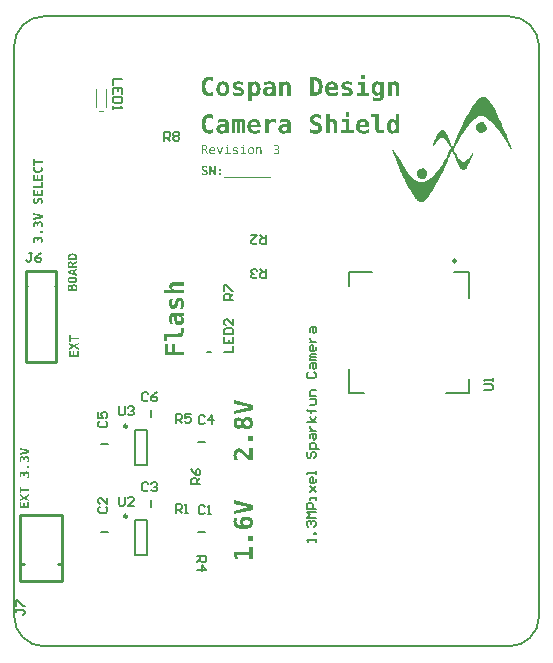
<source format=gto>
%FSLAX25Y25*%
%MOIN*%
G70*
G01*
G75*
G04 Layer_Color=65535*
%ADD10R,0.02362X0.04724*%
%ADD11R,0.04724X0.02362*%
%ADD12R,0.02362X0.03543*%
%ADD13R,0.02559X0.02953*%
%ADD14R,0.02362X0.01969*%
%ADD15R,0.02953X0.02559*%
%ADD16R,0.04803X0.02362*%
%ADD17R,0.01969X0.02362*%
%ADD18R,0.01969X0.02756*%
%ADD19C,0.02000*%
%ADD20C,0.01000*%
%ADD21C,0.00600*%
%ADD22C,0.05906*%
%ADD23C,0.06000*%
%ADD24C,0.03000*%
%ADD25C,0.03000*%
%ADD26C,0.00984*%
%ADD27C,0.00787*%
%ADD28C,0.00394*%
G36*
X69770Y188301D02*
X69854Y188292D01*
X69955Y188273D01*
X70057Y188254D01*
X70178Y188227D01*
X70298Y188190D01*
X70427Y188144D01*
X70566Y188097D01*
X70696Y188032D01*
X70825Y187949D01*
X70955Y187866D01*
X71084Y187764D01*
X71195Y187644D01*
X71204Y187635D01*
X71223Y187616D01*
X71250Y187579D01*
X71288Y187524D01*
X71334Y187459D01*
X71380Y187376D01*
X71435Y187274D01*
X71491Y187172D01*
X71547Y187043D01*
X71602Y186913D01*
X71648Y186765D01*
X71694Y186599D01*
X71732Y186432D01*
X71759Y186247D01*
X71778Y186044D01*
X71787Y185840D01*
Y185831D01*
Y185794D01*
Y185729D01*
X71778Y185655D01*
X71768Y185554D01*
X71759Y185442D01*
X71741Y185322D01*
X71713Y185193D01*
X71639Y184897D01*
X71593Y184749D01*
X71537Y184601D01*
X71473Y184453D01*
X71389Y184305D01*
X71297Y184166D01*
X71195Y184037D01*
X71186Y184027D01*
X71167Y184009D01*
X71130Y183972D01*
X71084Y183935D01*
X71029Y183888D01*
X70955Y183833D01*
X70871Y183768D01*
X70779Y183713D01*
X70668Y183648D01*
X70547Y183583D01*
X70418Y183528D01*
X70270Y183482D01*
X70122Y183444D01*
X69955Y183407D01*
X69789Y183389D01*
X69604Y183380D01*
X69511D01*
X69437Y183389D01*
X69354Y183398D01*
X69262Y183417D01*
X69151Y183435D01*
X69040Y183463D01*
X68910Y183500D01*
X68781Y183537D01*
X68651Y183592D01*
X68522Y183657D01*
X68392Y183731D01*
X68263Y183824D01*
X68133Y183925D01*
X68022Y184037D01*
X68013Y184046D01*
X67994Y184064D01*
X67967Y184101D01*
X67930Y184157D01*
X67883Y184221D01*
X67837Y184305D01*
X67782Y184406D01*
X67735Y184508D01*
X67680Y184638D01*
X67624Y184767D01*
X67578Y184915D01*
X67532Y185082D01*
X67495Y185248D01*
X67467Y185433D01*
X67449Y185637D01*
X67440Y185840D01*
Y185849D01*
Y185887D01*
Y185951D01*
X67449Y186025D01*
X67458Y186127D01*
X67467Y186238D01*
X67486Y186358D01*
X67514Y186497D01*
X67578Y186784D01*
X67634Y186932D01*
X67689Y187080D01*
X67754Y187228D01*
X67828Y187376D01*
X67921Y187514D01*
X68022Y187644D01*
X68032Y187653D01*
X68050Y187672D01*
X68087Y187709D01*
X68133Y187746D01*
X68189Y187801D01*
X68263Y187857D01*
X68346Y187912D01*
X68439Y187977D01*
X68550Y188042D01*
X68670Y188097D01*
X68799Y188153D01*
X68938Y188208D01*
X69095Y188245D01*
X69253Y188282D01*
X69419Y188301D01*
X69604Y188310D01*
X69696D01*
X69770Y188301D01*
D02*
G37*
G36*
X121025Y188310D02*
X121126Y188292D01*
X121238Y188273D01*
X121358Y188236D01*
X121478Y188190D01*
X121598Y188125D01*
X121617Y188116D01*
X121654Y188088D01*
X121709Y188051D01*
X121783Y187986D01*
X121857Y187912D01*
X121941Y187820D01*
X122024Y187709D01*
X122098Y187589D01*
Y188199D01*
X123328D01*
Y183842D01*
Y183833D01*
Y183796D01*
Y183740D01*
X123319Y183657D01*
X123310Y183574D01*
X123300Y183463D01*
X123282Y183352D01*
X123263Y183222D01*
X123198Y182964D01*
X123106Y182695D01*
X123050Y182566D01*
X122986Y182446D01*
X122903Y182334D01*
X122810Y182233D01*
X122801Y182223D01*
X122782Y182214D01*
X122755Y182186D01*
X122717Y182150D01*
X122662Y182113D01*
X122588Y182076D01*
X122505Y182029D01*
X122412Y181983D01*
X122310Y181928D01*
X122181Y181881D01*
X122052Y181844D01*
X121904Y181807D01*
X121737Y181770D01*
X121561Y181743D01*
X121367Y181733D01*
X121163Y181724D01*
X121025D01*
X120923Y181733D01*
X120803Y181743D01*
X120673Y181752D01*
X120396Y181789D01*
X120377D01*
X120331Y181798D01*
X120257Y181816D01*
X120165Y181835D01*
X120044Y181853D01*
X119924Y181881D01*
X119785Y181918D01*
X119637Y181955D01*
Y183084D01*
X119656Y183074D01*
X119693Y183056D01*
X119767Y183019D01*
X119850Y182982D01*
X119961Y182936D01*
X120081Y182889D01*
X120211Y182843D01*
X120340Y182806D01*
X120359D01*
X120405Y182788D01*
X120479Y182779D01*
X120571Y182760D01*
X120683Y182741D01*
X120803Y182723D01*
X120941Y182714D01*
X121080Y182704D01*
X121163D01*
X121256Y182714D01*
X121367Y182732D01*
X121496Y182769D01*
X121626Y182806D01*
X121746Y182871D01*
X121848Y182954D01*
X121857Y182964D01*
X121885Y183001D01*
X121931Y183056D01*
X121977Y183139D01*
X122014Y183241D01*
X122061Y183370D01*
X122089Y183528D01*
X122098Y183703D01*
Y184212D01*
X122089Y184194D01*
X122061Y184157D01*
X122024Y184101D01*
X121968Y184027D01*
X121904Y183944D01*
X121820Y183861D01*
X121719Y183787D01*
X121617Y183713D01*
X121607Y183703D01*
X121561Y183685D01*
X121496Y183667D01*
X121413Y183639D01*
X121311Y183602D01*
X121191Y183583D01*
X121053Y183565D01*
X120895Y183555D01*
X120821D01*
X120766Y183565D01*
X120692Y183574D01*
X120618Y183592D01*
X120433Y183639D01*
X120229Y183713D01*
X120127Y183759D01*
X120017Y183824D01*
X119915Y183898D01*
X119813Y183981D01*
X119711Y184073D01*
X119619Y184185D01*
X119609Y184194D01*
X119600Y184212D01*
X119572Y184249D01*
X119545Y184295D01*
X119508Y184360D01*
X119471Y184443D01*
X119424Y184527D01*
X119387Y184638D01*
X119341Y184749D01*
X119295Y184878D01*
X119258Y185017D01*
X119221Y185165D01*
X119193Y185331D01*
X119166Y185507D01*
X119156Y185692D01*
X119147Y185887D01*
Y185896D01*
Y185933D01*
Y185997D01*
X119156Y186072D01*
X119166Y186164D01*
X119175Y186275D01*
X119184Y186395D01*
X119202Y186525D01*
X119258Y186811D01*
X119351Y187108D01*
X119397Y187256D01*
X119462Y187394D01*
X119536Y187533D01*
X119619Y187662D01*
X119628Y187672D01*
X119637Y187690D01*
X119665Y187727D01*
X119702Y187764D01*
X119748Y187811D01*
X119813Y187866D01*
X119878Y187931D01*
X119952Y187996D01*
X120044Y188051D01*
X120137Y188116D01*
X120350Y188217D01*
X120470Y188254D01*
X120599Y188292D01*
X120738Y188310D01*
X120886Y188319D01*
X120951D01*
X121025Y188310D01*
D02*
G37*
G36*
X106021Y188301D02*
X106105Y188292D01*
X106206Y188273D01*
X106317Y188254D01*
X106438Y188236D01*
X106696Y188162D01*
X106835Y188107D01*
X106974Y188051D01*
X107104Y187977D01*
X107233Y187894D01*
X107353Y187801D01*
X107464Y187690D01*
X107474Y187681D01*
X107492Y187662D01*
X107520Y187626D01*
X107557Y187579D01*
X107603Y187514D01*
X107649Y187431D01*
X107705Y187348D01*
X107760Y187237D01*
X107807Y187126D01*
X107862Y186996D01*
X107908Y186848D01*
X107955Y186691D01*
X107992Y186525D01*
X108019Y186349D01*
X108038Y186155D01*
X108047Y185951D01*
Y185452D01*
X104865D01*
Y185442D01*
Y185424D01*
Y185396D01*
X104874Y185359D01*
X104884Y185257D01*
X104902Y185137D01*
X104948Y185008D01*
X105004Y184869D01*
X105078Y184739D01*
X105189Y184619D01*
X105207Y184610D01*
X105254Y184582D01*
X105327Y184536D01*
X105429Y184490D01*
X105568Y184434D01*
X105735Y184397D01*
X105929Y184360D01*
X106151Y184351D01*
X106225D01*
X106308Y184360D01*
X106419Y184370D01*
X106539Y184379D01*
X106678Y184406D01*
X106835Y184434D01*
X106983Y184471D01*
X106992D01*
X107002Y184481D01*
X107057Y184499D01*
X107141Y184527D01*
X107252Y184564D01*
X107381Y184619D01*
X107529Y184684D01*
X107686Y184767D01*
X107853Y184860D01*
Y183731D01*
X107843D01*
X107834Y183722D01*
X107779Y183703D01*
X107695Y183676D01*
X107585Y183630D01*
X107446Y183592D01*
X107298Y183546D01*
X107141Y183509D01*
X106974Y183472D01*
X106956D01*
X106900Y183454D01*
X106807Y183444D01*
X106687Y183426D01*
X106549Y183407D01*
X106391Y183398D01*
X106225Y183380D01*
X105929D01*
X105845Y183389D01*
X105744Y183398D01*
X105633Y183417D01*
X105503Y183435D01*
X105374Y183463D01*
X105078Y183537D01*
X104930Y183583D01*
X104782Y183648D01*
X104634Y183722D01*
X104495Y183805D01*
X104356Y183898D01*
X104236Y184009D01*
X104227Y184018D01*
X104208Y184037D01*
X104181Y184073D01*
X104144Y184129D01*
X104088Y184194D01*
X104042Y184268D01*
X103986Y184360D01*
X103931Y184471D01*
X103866Y184591D01*
X103811Y184730D01*
X103764Y184878D01*
X103718Y185036D01*
X103672Y185211D01*
X103644Y185406D01*
X103626Y185609D01*
X103616Y185822D01*
Y185831D01*
Y185877D01*
Y185933D01*
X103626Y186016D01*
X103635Y186109D01*
X103644Y186220D01*
X103663Y186340D01*
X103690Y186478D01*
X103764Y186765D01*
X103811Y186923D01*
X103866Y187071D01*
X103931Y187218D01*
X104014Y187366D01*
X104106Y187505D01*
X104208Y187635D01*
X104218Y187644D01*
X104236Y187662D01*
X104273Y187699D01*
X104319Y187736D01*
X104384Y187792D01*
X104458Y187847D01*
X104541Y187912D01*
X104643Y187977D01*
X104754Y188032D01*
X104874Y188097D01*
X105004Y188153D01*
X105152Y188208D01*
X105309Y188245D01*
X105475Y188282D01*
X105660Y188301D01*
X105845Y188310D01*
X105947D01*
X106021Y188301D01*
D02*
G37*
G36*
X100203Y189753D02*
X100332Y189744D01*
X100471Y189725D01*
X100638Y189698D01*
X100804Y189670D01*
X100989Y189633D01*
X101165Y189586D01*
X101350Y189522D01*
X101535Y189448D01*
X101711Y189365D01*
X101877Y189263D01*
X102025Y189152D01*
X102164Y189022D01*
X102173Y189013D01*
X102192Y188985D01*
X102229Y188948D01*
X102266Y188883D01*
X102321Y188800D01*
X102377Y188708D01*
X102442Y188587D01*
X102506Y188449D01*
X102562Y188292D01*
X102627Y188116D01*
X102682Y187922D01*
X102737Y187709D01*
X102775Y187468D01*
X102812Y187218D01*
X102830Y186932D01*
X102839Y186636D01*
Y186617D01*
Y186562D01*
Y186478D01*
X102830Y186367D01*
X102821Y186229D01*
X102802Y186072D01*
X102784Y185896D01*
X102756Y185711D01*
X102719Y185517D01*
X102673Y185313D01*
X102617Y185119D01*
X102552Y184915D01*
X102479Y184730D01*
X102386Y184545D01*
X102284Y184379D01*
X102164Y184231D01*
X102155Y184221D01*
X102136Y184203D01*
X102090Y184166D01*
X102034Y184120D01*
X101961Y184064D01*
X101868Y184000D01*
X101757Y183935D01*
X101637Y183870D01*
X101489Y183796D01*
X101331Y183731D01*
X101146Y183667D01*
X100943Y183611D01*
X100730Y183565D01*
X100490Y183528D01*
X100231Y183509D01*
X99953Y183500D01*
X98630D01*
Y189762D01*
X100101D01*
X100203Y189753D01*
D02*
G37*
G36*
X85301Y188301D02*
X85394Y188292D01*
X85505Y188282D01*
X85616Y188273D01*
X85745Y188254D01*
X86004Y188199D01*
X86273Y188116D01*
X86393Y188060D01*
X86513Y187996D01*
X86624Y187922D01*
X86717Y187838D01*
X86726Y187829D01*
X86735Y187820D01*
X86763Y187792D01*
X86791Y187746D01*
X86827Y187690D01*
X86865Y187626D01*
X86911Y187551D01*
X86957Y187459D01*
X86994Y187348D01*
X87040Y187228D01*
X87077Y187089D01*
X87114Y186941D01*
X87142Y186775D01*
X87170Y186590D01*
X87179Y186386D01*
X87188Y186173D01*
Y183500D01*
X85967D01*
Y184018D01*
X85958Y184009D01*
X85930Y183972D01*
X85875Y183916D01*
X85810Y183842D01*
X85727Y183768D01*
X85634Y183694D01*
X85523Y183611D01*
X85394Y183546D01*
X85375Y183537D01*
X85329Y183519D01*
X85264Y183491D01*
X85163Y183463D01*
X85052Y183435D01*
X84922Y183407D01*
X84783Y183389D01*
X84626Y183380D01*
X84552D01*
X84496Y183389D01*
X84432D01*
X84348Y183398D01*
X84173Y183435D01*
X83978Y183482D01*
X83766Y183555D01*
X83571Y183657D01*
X83470Y183722D01*
X83386Y183796D01*
X83377Y183805D01*
X83368Y183815D01*
X83350Y183842D01*
X83322Y183879D01*
X83285Y183916D01*
X83248Y183972D01*
X83165Y184101D01*
X83081Y184268D01*
X83017Y184471D01*
X82961Y184712D01*
X82952Y184841D01*
X82942Y184980D01*
Y184989D01*
Y185017D01*
Y185063D01*
X82952Y185119D01*
X82961Y185184D01*
X82970Y185257D01*
X83007Y185442D01*
X83072Y185637D01*
X83118Y185739D01*
X83165Y185840D01*
X83229Y185933D01*
X83294Y186025D01*
X83377Y186118D01*
X83470Y186192D01*
X83479Y186201D01*
X83498Y186210D01*
X83525Y186229D01*
X83571Y186257D01*
X83627Y186284D01*
X83692Y186321D01*
X83775Y186358D01*
X83877Y186395D01*
X83978Y186432D01*
X84108Y186460D01*
X84237Y186497D01*
X84386Y186525D01*
X84552Y186553D01*
X84728Y186571D01*
X84913Y186590D01*
X85967D01*
Y186793D01*
Y186802D01*
Y186839D01*
X85958Y186895D01*
X85940Y186960D01*
X85912Y187033D01*
X85875Y187108D01*
X85819Y187181D01*
X85745Y187246D01*
X85736Y187256D01*
X85708Y187274D01*
X85653Y187293D01*
X85588Y187329D01*
X85496Y187357D01*
X85394Y187376D01*
X85264Y187394D01*
X85116Y187404D01*
X85042D01*
X84950Y187394D01*
X84839D01*
X84709Y187376D01*
X84570Y187357D01*
X84413Y187329D01*
X84256Y187293D01*
X84237Y187283D01*
X84182Y187274D01*
X84108Y187246D01*
X83997Y187209D01*
X83868Y187154D01*
X83729Y187098D01*
X83571Y187024D01*
X83405Y186941D01*
Y187986D01*
X83414D01*
X83424Y187996D01*
X83470Y188014D01*
X83553Y188042D01*
X83655Y188079D01*
X83775Y188116D01*
X83914Y188153D01*
X84062Y188190D01*
X84219Y188227D01*
X84237D01*
X84293Y188236D01*
X84376Y188254D01*
X84487Y188273D01*
X84626Y188282D01*
X84774Y188301D01*
X84940Y188310D01*
X85227D01*
X85301Y188301D01*
D02*
G37*
G36*
X63595Y160179D02*
X63650D01*
X63720Y160169D01*
X63794Y160160D01*
X63867Y160151D01*
X63951Y160132D01*
X63960D01*
X63988Y160123D01*
X64029Y160109D01*
X64085Y160095D01*
X64149Y160077D01*
X64223Y160049D01*
X64302Y160021D01*
X64380Y159989D01*
Y159384D01*
X64371Y159388D01*
X64343Y159407D01*
X64306Y159430D01*
X64251Y159462D01*
X64191Y159495D01*
X64122Y159532D01*
X64048Y159564D01*
X63969Y159596D01*
X63960Y159601D01*
X63932Y159610D01*
X63895Y159619D01*
X63844Y159633D01*
X63780Y159647D01*
X63715Y159661D01*
X63641Y159666D01*
X63567Y159670D01*
X63530D01*
X63489Y159666D01*
X63438Y159661D01*
X63382Y159647D01*
X63327Y159633D01*
X63271Y159610D01*
X63221Y159578D01*
X63216Y159573D01*
X63202Y159560D01*
X63184Y159541D01*
X63165Y159513D01*
X63142Y159476D01*
X63124Y159430D01*
X63110Y159379D01*
X63105Y159319D01*
Y159315D01*
Y159296D01*
X63110Y159273D01*
X63115Y159245D01*
X63124Y159208D01*
X63142Y159176D01*
X63161Y159139D01*
X63188Y159107D01*
X63193Y159102D01*
X63207Y159093D01*
X63230Y159074D01*
X63267Y159051D01*
X63318Y159024D01*
X63378Y158996D01*
X63456Y158959D01*
X63553Y158922D01*
X63821Y158820D01*
X63826D01*
X63840Y158816D01*
X63858Y158806D01*
X63881Y158797D01*
X63914Y158783D01*
X63951Y158765D01*
X64034Y158723D01*
X64122Y158668D01*
X64214Y158608D01*
X64302Y158534D01*
X64339Y158492D01*
X64376Y158451D01*
Y158446D01*
X64385Y158441D01*
X64394Y158428D01*
X64403Y158409D01*
X64417Y158386D01*
X64431Y158363D01*
X64468Y158294D01*
X64500Y158210D01*
X64528Y158113D01*
X64547Y158002D01*
X64556Y157878D01*
Y157873D01*
Y157859D01*
Y157832D01*
X64551Y157799D01*
X64547Y157762D01*
X64542Y157716D01*
X64533Y157665D01*
X64519Y157615D01*
X64487Y157499D01*
X64464Y157439D01*
X64436Y157379D01*
X64403Y157323D01*
X64367Y157268D01*
X64325Y157217D01*
X64274Y157171D01*
X64270Y157166D01*
X64260Y157162D01*
X64246Y157148D01*
X64223Y157134D01*
X64191Y157115D01*
X64154Y157097D01*
X64112Y157079D01*
X64062Y157055D01*
X64006Y157032D01*
X63946Y157014D01*
X63877Y156995D01*
X63798Y156977D01*
X63715Y156963D01*
X63627Y156949D01*
X63530Y156945D01*
X63429Y156940D01*
X63387D01*
X63345Y156945D01*
X63285Y156949D01*
X63212Y156954D01*
X63133Y156963D01*
X63050Y156977D01*
X62962Y156995D01*
X62957D01*
X62953Y157000D01*
X62939D01*
X62920Y157005D01*
X62879Y157018D01*
X62819Y157037D01*
X62749Y157060D01*
X62676Y157088D01*
X62597Y157125D01*
X62514Y157162D01*
Y157799D01*
X62519D01*
X62523Y157790D01*
X62537Y157781D01*
X62555Y157772D01*
X62602Y157739D01*
X62666Y157702D01*
X62736Y157656D01*
X62819Y157615D01*
X62902Y157573D01*
X62990Y157536D01*
X62994D01*
X62999Y157531D01*
X63013Y157527D01*
X63031Y157522D01*
X63073Y157508D01*
X63133Y157494D01*
X63202Y157481D01*
X63281Y157467D01*
X63364Y157457D01*
X63452Y157453D01*
X63489D01*
X63530Y157457D01*
X63581Y157467D01*
X63636Y157476D01*
X63697Y157494D01*
X63752Y157522D01*
X63803Y157554D01*
X63807Y157559D01*
X63821Y157573D01*
X63844Y157596D01*
X63867Y157628D01*
X63891Y157670D01*
X63914Y157721D01*
X63928Y157781D01*
X63932Y157845D01*
Y157850D01*
Y157869D01*
X63928Y157896D01*
X63923Y157929D01*
X63909Y157966D01*
X63895Y158007D01*
X63872Y158044D01*
X63844Y158086D01*
X63840Y158090D01*
X63831Y158104D01*
X63807Y158123D01*
X63784Y158146D01*
X63747Y158174D01*
X63706Y158201D01*
X63655Y158229D01*
X63600Y158257D01*
X63295Y158368D01*
X63290D01*
X63276Y158377D01*
X63248Y158386D01*
X63221Y158400D01*
X63184Y158414D01*
X63138Y158437D01*
X63041Y158483D01*
X62934Y158538D01*
X62833Y158603D01*
X62782Y158635D01*
X62736Y158668D01*
X62699Y158705D01*
X62662Y158742D01*
Y158746D01*
X62657Y158751D01*
X62639Y158779D01*
X62611Y158820D01*
X62583Y158880D01*
X62551Y158959D01*
X62528Y159047D01*
X62509Y159153D01*
X62500Y159268D01*
Y159273D01*
Y159287D01*
Y159310D01*
X62505Y159338D01*
X62509Y159375D01*
X62514Y159416D01*
X62523Y159462D01*
X62532Y159513D01*
X62565Y159619D01*
X62588Y159675D01*
X62616Y159730D01*
X62643Y159786D01*
X62680Y159841D01*
X62722Y159892D01*
X62768Y159938D01*
X62773Y159943D01*
X62782Y159948D01*
X62796Y159961D01*
X62819Y159975D01*
X62846Y159994D01*
X62879Y160017D01*
X62920Y160040D01*
X62962Y160063D01*
X63013Y160082D01*
X63073Y160105D01*
X63133Y160128D01*
X63198Y160146D01*
X63271Y160160D01*
X63345Y160174D01*
X63429Y160179D01*
X63516Y160183D01*
X63553D01*
X63595Y160179D01*
D02*
G37*
G36*
X85475Y155988D02*
X69980D01*
Y156386D01*
X85475D01*
Y155988D01*
D02*
G37*
G36*
X87466Y167179D02*
X87507D01*
X87549Y167169D01*
X87600Y167165D01*
X87655Y167156D01*
X87770Y167128D01*
X87891Y167086D01*
X87955Y167058D01*
X88011Y167031D01*
X88071Y166994D01*
X88122Y166952D01*
X88126Y166948D01*
X88135Y166943D01*
X88149Y166929D01*
X88163Y166911D01*
X88186Y166887D01*
X88209Y166860D01*
X88232Y166827D01*
X88260Y166790D01*
X88311Y166703D01*
X88357Y166596D01*
X88371Y166541D01*
X88385Y166476D01*
X88394Y166412D01*
X88399Y166342D01*
Y166338D01*
Y166333D01*
Y166319D01*
Y166301D01*
X88390Y166250D01*
X88380Y166190D01*
X88362Y166125D01*
X88339Y166051D01*
X88302Y165982D01*
X88251Y165913D01*
X88246Y165903D01*
X88223Y165885D01*
X88191Y165853D01*
X88145Y165820D01*
X88085Y165779D01*
X88015Y165737D01*
X87932Y165700D01*
X87835Y165668D01*
X87840D01*
X87849Y165663D01*
X87863Y165659D01*
X87886Y165654D01*
X87941Y165631D01*
X88011Y165603D01*
X88085Y165562D01*
X88163Y165515D01*
X88242Y165455D01*
X88306Y165381D01*
X88316Y165372D01*
X88334Y165344D01*
X88357Y165298D01*
X88390Y165238D01*
X88422Y165164D01*
X88445Y165072D01*
X88463Y164970D01*
X88473Y164859D01*
Y164855D01*
Y164841D01*
Y164818D01*
X88468Y164790D01*
X88463Y164753D01*
X88459Y164711D01*
X88450Y164665D01*
X88436Y164614D01*
X88403Y164508D01*
X88380Y164448D01*
X88348Y164393D01*
X88316Y164337D01*
X88279Y164286D01*
X88232Y164231D01*
X88182Y164185D01*
X88177Y164180D01*
X88168Y164176D01*
X88149Y164162D01*
X88126Y164148D01*
X88099Y164129D01*
X88062Y164106D01*
X88020Y164083D01*
X87974Y164065D01*
X87918Y164042D01*
X87858Y164018D01*
X87794Y163995D01*
X87720Y163977D01*
X87641Y163963D01*
X87558Y163949D01*
X87470Y163945D01*
X87378Y163940D01*
X87341D01*
X87299Y163945D01*
X87239D01*
X87174Y163949D01*
X87101Y163958D01*
X87017Y163968D01*
X86934Y163981D01*
X86925D01*
X86897Y163991D01*
X86851Y163995D01*
X86796Y164009D01*
X86731Y164028D01*
X86657Y164046D01*
X86500Y164097D01*
Y164517D01*
X86505D01*
X86509Y164513D01*
X86537Y164499D01*
X86579Y164476D01*
X86634Y164453D01*
X86694Y164425D01*
X86763Y164397D01*
X86842Y164370D01*
X86916Y164347D01*
X86925D01*
X86953Y164337D01*
X86994Y164333D01*
X87045Y164323D01*
X87110Y164314D01*
X87179Y164305D01*
X87253Y164300D01*
X87332Y164296D01*
X87364D01*
X87387Y164300D01*
X87419D01*
X87452Y164305D01*
X87530Y164314D01*
X87613Y164333D01*
X87701Y164360D01*
X87789Y164397D01*
X87863Y164448D01*
X87872Y164457D01*
X87891Y164476D01*
X87923Y164513D01*
X87960Y164564D01*
X87992Y164628D01*
X88025Y164707D01*
X88043Y164795D01*
X88052Y164901D01*
Y164906D01*
Y164915D01*
Y164929D01*
X88048Y164947D01*
X88043Y164998D01*
X88029Y165058D01*
X88006Y165127D01*
X87974Y165201D01*
X87928Y165270D01*
X87863Y165335D01*
X87854Y165344D01*
X87831Y165363D01*
X87789Y165386D01*
X87729Y165418D01*
X87660Y165446D01*
X87572Y165474D01*
X87475Y165492D01*
X87359Y165497D01*
X87041D01*
Y165843D01*
X87406D01*
X87461Y165848D01*
X87526Y165857D01*
X87600Y165876D01*
X87673Y165894D01*
X87747Y165927D01*
X87812Y165968D01*
X87821Y165973D01*
X87840Y165991D01*
X87863Y166019D01*
X87895Y166060D01*
X87928Y166111D01*
X87951Y166171D01*
X87969Y166245D01*
X87978Y166324D01*
Y166329D01*
Y166333D01*
Y166347D01*
Y166365D01*
X87969Y166407D01*
X87960Y166463D01*
X87941Y166523D01*
X87914Y166587D01*
X87877Y166647D01*
X87826Y166698D01*
X87817Y166703D01*
X87798Y166717D01*
X87761Y166740D01*
X87715Y166763D01*
X87655Y166786D01*
X87577Y166809D01*
X87493Y166823D01*
X87392Y166827D01*
X87322D01*
X87276Y166823D01*
X87216Y166818D01*
X87151Y166809D01*
X87082Y166800D01*
X87008Y166786D01*
X86999D01*
X86976Y166777D01*
X86934Y166767D01*
X86883Y166753D01*
X86819Y166735D01*
X86750Y166717D01*
X86671Y166689D01*
X86592Y166661D01*
Y167049D01*
X86597D01*
X86602Y167054D01*
X86616D01*
X86634Y167058D01*
X86680Y167072D01*
X86740Y167086D01*
X86809Y167100D01*
X86888Y167119D01*
X86967Y167132D01*
X87041Y167146D01*
X87050D01*
X87073Y167151D01*
X87110Y167160D01*
X87161Y167165D01*
X87212Y167174D01*
X87271Y167179D01*
X87392Y167183D01*
X87438D01*
X87466Y167179D01*
D02*
G37*
G36*
X69033Y157000D02*
X68335D01*
Y157767D01*
X69033D01*
Y157000D01*
D02*
G37*
G36*
Y158465D02*
X68335D01*
Y159227D01*
X69033D01*
Y158465D01*
D02*
G37*
G36*
X67143Y157000D02*
X66482D01*
X65609Y159273D01*
Y157000D01*
X65064D01*
Y160128D01*
X65725D01*
X66598Y157855D01*
Y160128D01*
X67143D01*
Y157000D01*
D02*
G37*
G36*
X116927Y184443D02*
X118453D01*
Y183500D01*
X114171D01*
Y184443D01*
X115697D01*
Y187256D01*
X114494D01*
Y188199D01*
X116927D01*
Y184443D01*
D02*
G37*
G36*
X137719Y157971D02*
Y157943D01*
Y157888D01*
Y157804D01*
X137691Y157693D01*
X137663Y157388D01*
X137580Y157027D01*
X137469Y156638D01*
X137275Y156305D01*
X137025Y155999D01*
X136858Y155916D01*
X136664Y155833D01*
X135553D01*
X135497Y155860D01*
X135359Y155916D01*
X135220Y156027D01*
X134997Y156194D01*
X134775Y156444D01*
X134636Y156610D01*
X134470Y156805D01*
X134331Y157027D01*
X134164Y157277D01*
Y157971D01*
Y157999D01*
X134192Y158027D01*
X134275Y158193D01*
X134442Y158415D01*
X134692Y158693D01*
X135025Y158943D01*
X135470Y159165D01*
X135720Y159248D01*
X135997Y159332D01*
X136330Y159360D01*
X136664Y159387D01*
X137719Y157971D01*
D02*
G37*
G36*
X116927Y189041D02*
X115697D01*
Y190474D01*
X116927D01*
Y189041D01*
D02*
G37*
G36*
X157075Y183214D02*
X157241Y183131D01*
X157436Y182964D01*
X157574Y182853D01*
X157713Y182714D01*
X157880Y182547D01*
X158074Y182325D01*
X158269Y182075D01*
X158491Y181770D01*
X158741Y181437D01*
X158991Y181076D01*
X159268Y180631D01*
X159546Y180131D01*
X159879Y179604D01*
X160213Y178993D01*
X160546Y178326D01*
X160935Y177577D01*
X161323Y176771D01*
X161740Y175883D01*
X162184Y174938D01*
X162656Y173883D01*
X163128Y172772D01*
X163628Y171551D01*
X164156Y170273D01*
X164711Y168885D01*
X165295Y167385D01*
X165878Y165802D01*
X165517D01*
X165489Y165830D01*
X165433Y165941D01*
X165350Y166080D01*
X165239Y166274D01*
X165100Y166524D01*
X164906Y166830D01*
X164711Y167163D01*
X164489Y167524D01*
X164211Y167940D01*
X163962Y168357D01*
X163351Y169301D01*
X162656Y170301D01*
X161934Y171328D01*
X161185Y172356D01*
X160379Y173355D01*
X159574Y174300D01*
X159185Y174716D01*
X158769Y175133D01*
X158380Y175494D01*
X157991Y175827D01*
X157630Y176133D01*
X157241Y176383D01*
X156880Y176577D01*
X156547Y176743D01*
X156186Y176827D01*
X155880Y176855D01*
X155186D01*
X155131Y176827D01*
X154992Y176771D01*
X154770Y176660D01*
X154464Y176494D01*
X154103Y176244D01*
X153659Y175910D01*
X153131Y175466D01*
X152854Y175216D01*
X152576Y174938D01*
X152270Y174633D01*
X151965Y174272D01*
X151632Y173911D01*
X151298Y173494D01*
X150937Y173050D01*
X150576Y172578D01*
X150215Y172050D01*
X149854Y171495D01*
X149466Y170884D01*
X149077Y170245D01*
X148688Y169579D01*
X148272Y168857D01*
X147883Y168079D01*
X147466Y167246D01*
X147050Y166385D01*
X146633Y165469D01*
X146661Y165441D01*
X146716Y165302D01*
X146800Y165136D01*
X146939Y164886D01*
X147077Y164608D01*
X147244Y164303D01*
X147661Y163608D01*
X148105Y162914D01*
X148327Y162581D01*
X148577Y162275D01*
X148827Y161998D01*
X149049Y161776D01*
X149271Y161609D01*
X149493Y161525D01*
X150243D01*
X150327Y161581D01*
X150410Y161637D01*
X150493Y161692D01*
X150604Y161803D01*
X150743Y161942D01*
X150910Y162109D01*
X151104Y162303D01*
X151354Y162581D01*
X151604Y162886D01*
X151909Y163247D01*
X152243Y163692D01*
X152631Y164191D01*
X153048Y164747D01*
Y164386D01*
Y164358D01*
X153020Y164330D01*
X152992Y164247D01*
X152965Y164136D01*
X152854Y163858D01*
X152715Y163497D01*
X152548Y163053D01*
X152354Y162581D01*
X152132Y162081D01*
X151909Y161553D01*
X151632Y160998D01*
X151382Y160498D01*
X151104Y160026D01*
X150854Y159582D01*
X150576Y159221D01*
X150327Y158943D01*
X150188Y158832D01*
X150077Y158748D01*
X149938Y158721D01*
X149827Y158693D01*
X149771D01*
X149660Y158748D01*
X149549Y158804D01*
X149410Y158887D01*
X149243Y159026D01*
X149049Y159221D01*
X148799Y159498D01*
X148549Y159832D01*
X148299Y160248D01*
X147994Y160776D01*
X147855Y161081D01*
X147688Y161387D01*
X147522Y161748D01*
X147355Y162136D01*
X147188Y162553D01*
X146994Y162997D01*
X146827Y163469D01*
X146633Y163969D01*
X146467Y164525D01*
X146272Y165108D01*
X145911D01*
X145883Y165052D01*
X145828Y164913D01*
X145745Y164691D01*
X145606Y164386D01*
X145439Y163997D01*
X145245Y163525D01*
X145050Y163025D01*
X144800Y162442D01*
X144523Y161803D01*
X144217Y161137D01*
X143912Y160442D01*
X143578Y159693D01*
X142829Y158165D01*
X142051Y156582D01*
X141246Y154972D01*
X140385Y153445D01*
X139968Y152695D01*
X139524Y152000D01*
X139107Y151334D01*
X138663Y150695D01*
X138247Y150112D01*
X137830Y149612D01*
X137414Y149140D01*
X137025Y148751D01*
X136636Y148446D01*
X136275Y148224D01*
X135914Y148085D01*
X135581Y148029D01*
X135553D01*
X135442Y148057D01*
X135247Y148140D01*
X134997Y148307D01*
X134831Y148418D01*
X134664Y148557D01*
X134470Y148751D01*
X134248Y148946D01*
X134026Y149196D01*
X133776Y149501D01*
X133498Y149834D01*
X133220Y150223D01*
X132887Y150640D01*
X132581Y151140D01*
X132220Y151667D01*
X131860Y152278D01*
X131471Y152972D01*
X131082Y153694D01*
X130665Y154500D01*
X130221Y155388D01*
X129749Y156333D01*
X129277Y157388D01*
X128777Y158499D01*
X128249Y159721D01*
X127722Y160998D01*
X127166Y162386D01*
X126583Y163886D01*
X126000Y165469D01*
X126361D01*
X126417Y165441D01*
X126472Y165358D01*
X126583Y165275D01*
X126722Y165108D01*
X126916Y164886D01*
X127111Y164608D01*
X127389Y164247D01*
X127694Y163830D01*
X128055Y163275D01*
X128249Y162970D01*
X128444Y162636D01*
X128666Y162275D01*
X128916Y161887D01*
X129166Y161470D01*
X129444Y161026D01*
X129721Y160554D01*
X130027Y160026D01*
X130332Y159471D01*
X130665Y158887D01*
X130999Y158276D01*
X131360Y157610D01*
X131387Y157582D01*
X131471Y157499D01*
X131609Y157360D01*
X131776Y157166D01*
X131971Y156944D01*
X132220Y156721D01*
X132498Y156471D01*
X132804Y156194D01*
X133470Y155666D01*
X133803Y155444D01*
X134164Y155222D01*
X134525Y155027D01*
X134886Y154888D01*
X135247Y154805D01*
X135581Y154777D01*
X136358D01*
X136497Y154805D01*
X136719Y154861D01*
X137025Y154944D01*
X137414Y155138D01*
X137886Y155388D01*
X138136Y155555D01*
X138413Y155722D01*
X138719Y155944D01*
X139024Y156194D01*
X139330Y156499D01*
X139663Y156805D01*
X140024Y157166D01*
X140385Y157554D01*
X140774Y157999D01*
X141162Y158471D01*
X141551Y158999D01*
X141968Y159582D01*
X142384Y160220D01*
X142829Y160887D01*
X143245Y161609D01*
X143717Y162414D01*
X144162Y163247D01*
X144634Y164164D01*
X145106Y165136D01*
X145578Y166163D01*
X145550Y166191D01*
X145522Y166274D01*
X145439Y166413D01*
X145328Y166607D01*
X145189Y166830D01*
X145050Y167079D01*
X144689Y167607D01*
X144273Y168190D01*
X143856Y168718D01*
X143662Y168940D01*
X143467Y169134D01*
X143273Y169273D01*
X143078Y169384D01*
X141996D01*
X141912Y169329D01*
X141773Y169246D01*
X141662Y169134D01*
X141523Y169023D01*
X141385Y168885D01*
X141218Y168690D01*
X140996Y168468D01*
X140774Y168190D01*
X140496Y167857D01*
X140218Y167468D01*
X139885Y167024D01*
X139524Y166524D01*
Y166885D01*
Y166913D01*
X139552Y166941D01*
X139607Y167107D01*
X139691Y167385D01*
X139802Y167718D01*
X139968Y168135D01*
X140135Y168579D01*
X140329Y169051D01*
X140551Y169551D01*
X140801Y170051D01*
X141051Y170523D01*
X141301Y170995D01*
X141579Y171384D01*
X141857Y171717D01*
X142162Y171995D01*
X142440Y172161D01*
X142579Y172189D01*
X142718Y172217D01*
X143078D01*
X143106Y172189D01*
X143162Y172134D01*
X143245Y172050D01*
X143356Y171939D01*
X143495Y171745D01*
X143662Y171551D01*
X143856Y171273D01*
X144051Y170967D01*
X144273Y170606D01*
X144495Y170190D01*
X144717Y169718D01*
X144967Y169218D01*
X145217Y168635D01*
X145439Y167996D01*
X145689Y167302D01*
X145911Y166524D01*
X146272D01*
X146300Y166552D01*
X146328Y166663D01*
X146411Y166857D01*
X146494Y167107D01*
X146605Y167413D01*
X146772Y167774D01*
X146939Y168163D01*
X147133Y168635D01*
X147327Y169134D01*
X147549Y169690D01*
X147800Y170273D01*
X148077Y170856D01*
X148660Y172161D01*
X149299Y173550D01*
X149993Y174966D01*
X150743Y176383D01*
X151493Y177771D01*
X152298Y179132D01*
X152687Y179770D01*
X153103Y180381D01*
X153520Y180937D01*
X153909Y181492D01*
X154325Y181992D01*
X154742Y182464D01*
X155158Y182881D01*
X155547Y183242D01*
X156991D01*
X157075Y183214D01*
D02*
G37*
G36*
X51329Y98239D02*
X52680D01*
Y100654D01*
X53771D01*
Y98239D01*
X56500D01*
Y97000D01*
X50238D01*
Y100894D01*
X51329D01*
Y98239D01*
D02*
G37*
G36*
X156325Y174688D02*
X156491Y174605D01*
X156714Y174439D01*
X156991Y174189D01*
X157241Y173855D01*
X157463Y173411D01*
X157547Y173161D01*
X157630Y172883D01*
X157658Y172550D01*
X157686Y172217D01*
X157658D01*
X157630Y172161D01*
X157463Y172050D01*
X157213Y171884D01*
X156908Y171689D01*
X156547Y171495D01*
X156186Y171328D01*
X155853Y171217D01*
X155547Y171162D01*
X155519D01*
X155492Y171189D01*
X155325Y171245D01*
X155103Y171356D01*
X154825Y171495D01*
X154548Y171662D01*
X154325Y171828D01*
X154159Y172023D01*
X154131Y172106D01*
X154103Y172217D01*
Y173633D01*
Y173661D01*
X154131Y173717D01*
X154159Y173828D01*
X154242Y173967D01*
X154381Y174133D01*
X154548Y174328D01*
X154825Y174522D01*
X155186Y174716D01*
X156297D01*
X156325Y174688D01*
D02*
G37*
G36*
X65312Y189864D02*
X65414Y189855D01*
X65534Y189836D01*
X65775Y189790D01*
X65793D01*
X65830Y189781D01*
X65895Y189762D01*
X65978Y189734D01*
X66070Y189707D01*
X66172Y189670D01*
X66394Y189568D01*
Y188190D01*
X66376Y188199D01*
X66339Y188236D01*
X66274Y188292D01*
X66191Y188356D01*
X66098Y188430D01*
X65996Y188495D01*
X65876Y188569D01*
X65765Y188625D01*
X65756Y188634D01*
X65719Y188643D01*
X65654Y188671D01*
X65580Y188698D01*
X65488Y188717D01*
X65386Y188745D01*
X65275Y188754D01*
X65155Y188763D01*
X65090D01*
X65044Y188754D01*
X64988Y188745D01*
X64924Y188735D01*
X64766Y188698D01*
X64600Y188634D01*
X64517Y188587D01*
X64433Y188532D01*
X64350Y188467D01*
X64267Y188402D01*
X64193Y188310D01*
X64128Y188217D01*
Y188208D01*
X64109Y188190D01*
X64100Y188162D01*
X64073Y188116D01*
X64045Y188060D01*
X64017Y187996D01*
X63989Y187912D01*
X63961Y187820D01*
X63924Y187709D01*
X63897Y187589D01*
X63869Y187459D01*
X63841Y187320D01*
X63814Y187163D01*
X63804Y186987D01*
X63786Y186811D01*
Y186617D01*
Y186608D01*
Y186571D01*
Y186515D01*
X63795Y186442D01*
Y186358D01*
X63804Y186257D01*
X63814Y186145D01*
X63832Y186025D01*
X63869Y185766D01*
X63934Y185498D01*
X64017Y185248D01*
X64073Y185137D01*
X64128Y185026D01*
Y185017D01*
X64147Y185008D01*
X64165Y184980D01*
X64193Y184943D01*
X64276Y184860D01*
X64387Y184758D01*
X64526Y184656D01*
X64701Y184573D01*
X64803Y184536D01*
X64914Y184518D01*
X65035Y184499D01*
X65155Y184490D01*
X65210D01*
X65266Y184499D01*
X65349Y184508D01*
X65442Y184518D01*
X65543Y184545D01*
X65654Y184573D01*
X65765Y184619D01*
X65784Y184628D01*
X65821Y184647D01*
X65876Y184684D01*
X65960Y184730D01*
X66052Y184786D01*
X66163Y184869D01*
X66274Y184952D01*
X66394Y185063D01*
Y183685D01*
X66385Y183676D01*
X66339Y183657D01*
X66283Y183630D01*
X66209Y183602D01*
X66117Y183555D01*
X66006Y183519D01*
X65775Y183454D01*
X65756D01*
X65719Y183444D01*
X65654Y183435D01*
X65571Y183417D01*
X65469Y183407D01*
X65349Y183389D01*
X65219Y183380D01*
X65035D01*
X64970Y183389D01*
X64886D01*
X64776Y183407D01*
X64655Y183426D01*
X64526Y183454D01*
X64378Y183482D01*
X64230Y183528D01*
X64063Y183583D01*
X63906Y183648D01*
X63749Y183731D01*
X63591Y183824D01*
X63443Y183935D01*
X63296Y184064D01*
X63166Y184212D01*
X63157Y184221D01*
X63138Y184249D01*
X63101Y184295D01*
X63064Y184370D01*
X63009Y184453D01*
X62953Y184555D01*
X62898Y184684D01*
X62833Y184823D01*
X62768Y184989D01*
X62713Y185165D01*
X62657Y185359D01*
X62602Y185581D01*
X62565Y185812D01*
X62528Y186062D01*
X62509Y186330D01*
X62500Y186617D01*
Y186627D01*
Y186636D01*
Y186691D01*
X62509Y186765D01*
Y186876D01*
X62519Y187006D01*
X62537Y187163D01*
X62555Y187329D01*
X62583Y187514D01*
X62620Y187699D01*
X62666Y187903D01*
X62713Y188107D01*
X62778Y188301D01*
X62861Y188504D01*
X62944Y188689D01*
X63046Y188865D01*
X63166Y189032D01*
X63175Y189041D01*
X63194Y189068D01*
X63240Y189105D01*
X63286Y189161D01*
X63360Y189226D01*
X63443Y189300D01*
X63545Y189374D01*
X63656Y189457D01*
X63786Y189531D01*
X63924Y189605D01*
X64091Y189679D01*
X64258Y189744D01*
X64442Y189799D01*
X64646Y189836D01*
X64859Y189864D01*
X65090Y189873D01*
X65219D01*
X65312Y189864D01*
D02*
G37*
G36*
X111238Y188301D02*
X111358Y188292D01*
X111488Y188282D01*
X111636Y188264D01*
X111784Y188245D01*
X111802D01*
X111849Y188236D01*
X111932Y188217D01*
X112034Y188199D01*
X112145Y188171D01*
X112284Y188134D01*
X112561Y188051D01*
Y186978D01*
X112542Y186987D01*
X112505Y187015D01*
X112432Y187052D01*
X112348Y187098D01*
X112237Y187154D01*
X112117Y187209D01*
X111987Y187256D01*
X111849Y187302D01*
X111830Y187311D01*
X111784Y187320D01*
X111710Y187339D01*
X111618Y187357D01*
X111506Y187376D01*
X111377Y187394D01*
X111248Y187413D01*
X111044D01*
X110970Y187404D01*
X110878Y187394D01*
X110776Y187385D01*
X110674Y187366D01*
X110582Y187329D01*
X110489Y187293D01*
X110480Y187283D01*
X110461Y187274D01*
X110424Y187246D01*
X110387Y187200D01*
X110350Y187154D01*
X110313Y187098D01*
X110295Y187024D01*
X110285Y186941D01*
Y186923D01*
X110304Y186885D01*
X110332Y186821D01*
X110360Y186784D01*
X110397Y186747D01*
X110443Y186710D01*
X110498Y186663D01*
X110572Y186617D01*
X110665Y186571D01*
X110766Y186525D01*
X110878Y186478D01*
X111016Y186432D01*
X111173Y186395D01*
X111220Y186386D01*
X111581Y186303D01*
X111590D01*
X111608Y186293D01*
X111645Y186284D01*
X111691Y186275D01*
X111747Y186257D01*
X111812Y186229D01*
X111951Y186173D01*
X112117Y186099D01*
X112274Y186016D01*
X112432Y185905D01*
X112561Y185785D01*
X112570Y185766D01*
X112607Y185720D01*
X112663Y185646D01*
X112718Y185535D01*
X112774Y185396D01*
X112829Y185230D01*
X112866Y185036D01*
X112875Y184823D01*
Y184813D01*
Y184795D01*
Y184758D01*
X112866Y184703D01*
X112857Y184647D01*
X112848Y184573D01*
X112820Y184416D01*
X112755Y184240D01*
X112672Y184064D01*
X112617Y183972D01*
X112552Y183888D01*
X112478Y183815D01*
X112394Y183740D01*
X112385D01*
X112376Y183722D01*
X112348Y183703D01*
X112302Y183685D01*
X112256Y183657D01*
X112191Y183630D01*
X112117Y183592D01*
X112034Y183565D01*
X111941Y183528D01*
X111830Y183491D01*
X111719Y183463D01*
X111590Y183435D01*
X111451Y183417D01*
X111294Y183398D01*
X111136Y183380D01*
X110803D01*
X110693Y183389D01*
X110563Y183398D01*
X110415Y183407D01*
X110258Y183426D01*
X110091Y183454D01*
X110073D01*
X110017Y183472D01*
X109925Y183482D01*
X109814Y183509D01*
X109675Y183537D01*
X109527Y183583D01*
X109361Y183620D01*
X109194Y183676D01*
Y184749D01*
X109203D01*
X109213Y184739D01*
X109268Y184712D01*
X109342Y184666D01*
X109453Y184619D01*
X109573Y184564D01*
X109712Y184499D01*
X109860Y184443D01*
X110017Y184397D01*
X110027D01*
X110036Y184388D01*
X110091Y184379D01*
X110175Y184360D01*
X110276Y184342D01*
X110406Y184314D01*
X110545Y184295D01*
X110693Y184286D01*
X110840Y184277D01*
X110915D01*
X110988Y184286D01*
X111081Y184295D01*
X111183Y184305D01*
X111294Y184333D01*
X111396Y184360D01*
X111488Y184397D01*
X111497Y184406D01*
X111525Y184425D01*
X111562Y184453D01*
X111608Y184490D01*
X111645Y184545D01*
X111682Y184601D01*
X111710Y184675D01*
X111719Y184758D01*
Y184767D01*
Y184795D01*
X111710Y184841D01*
X111701Y184897D01*
X111682Y184952D01*
X111654Y185008D01*
X111618Y185073D01*
X111562Y185119D01*
X111553Y185128D01*
X111525Y185137D01*
X111479Y185165D01*
X111414Y185202D01*
X111312Y185239D01*
X111183Y185285D01*
X111100Y185313D01*
X111016Y185331D01*
X110915Y185359D01*
X110813Y185387D01*
X110470Y185461D01*
X110461D01*
X110443Y185470D01*
X110406Y185479D01*
X110360Y185489D01*
X110295Y185507D01*
X110230Y185535D01*
X110082Y185591D01*
X109915Y185655D01*
X109740Y185739D01*
X109582Y185840D01*
X109444Y185960D01*
X109434Y185979D01*
X109397Y186025D01*
X109342Y186099D01*
X109286Y186201D01*
X109222Y186330D01*
X109176Y186488D01*
X109139Y186673D01*
X109120Y186876D01*
Y186885D01*
Y186904D01*
Y186941D01*
X109129Y186987D01*
X109139Y187043D01*
X109148Y187108D01*
X109185Y187265D01*
X109240Y187431D01*
X109324Y187607D01*
X109379Y187690D01*
X109453Y187774D01*
X109527Y187857D01*
X109610Y187931D01*
X109619D01*
X109629Y187949D01*
X109666Y187968D01*
X109703Y187986D01*
X109749Y188023D01*
X109814Y188051D01*
X109888Y188088D01*
X109971Y188125D01*
X110064Y188153D01*
X110165Y188190D01*
X110276Y188227D01*
X110397Y188254D01*
X110535Y188273D01*
X110674Y188292D01*
X110831Y188310D01*
X111136D01*
X111238Y188301D01*
D02*
G37*
G36*
X75043D02*
X75163Y188292D01*
X75293Y188282D01*
X75441Y188264D01*
X75589Y188245D01*
X75607D01*
X75653Y188236D01*
X75737Y188217D01*
X75839Y188199D01*
X75950Y188171D01*
X76088Y188134D01*
X76366Y188051D01*
Y186978D01*
X76347Y186987D01*
X76310Y187015D01*
X76236Y187052D01*
X76153Y187098D01*
X76042Y187154D01*
X75922Y187209D01*
X75792Y187256D01*
X75653Y187302D01*
X75635Y187311D01*
X75589Y187320D01*
X75515Y187339D01*
X75422Y187357D01*
X75311Y187376D01*
X75182Y187394D01*
X75052Y187413D01*
X74849D01*
X74775Y187404D01*
X74682Y187394D01*
X74581Y187385D01*
X74479Y187366D01*
X74386Y187329D01*
X74294Y187293D01*
X74284Y187283D01*
X74266Y187274D01*
X74229Y187246D01*
X74192Y187200D01*
X74155Y187154D01*
X74118Y187098D01*
X74099Y187024D01*
X74090Y186941D01*
Y186923D01*
X74109Y186885D01*
X74137Y186821D01*
X74164Y186784D01*
X74201Y186747D01*
X74247Y186710D01*
X74303Y186663D01*
X74377Y186617D01*
X74470Y186571D01*
X74571Y186525D01*
X74682Y186478D01*
X74821Y186432D01*
X74978Y186395D01*
X75024Y186386D01*
X75385Y186303D01*
X75394D01*
X75413Y186293D01*
X75450Y186284D01*
X75496Y186275D01*
X75552Y186257D01*
X75617Y186229D01*
X75755Y186173D01*
X75922Y186099D01*
X76079Y186016D01*
X76236Y185905D01*
X76366Y185785D01*
X76375Y185766D01*
X76412Y185720D01*
X76468Y185646D01*
X76523Y185535D01*
X76578Y185396D01*
X76634Y185230D01*
X76671Y185036D01*
X76680Y184823D01*
Y184813D01*
Y184795D01*
Y184758D01*
X76671Y184703D01*
X76662Y184647D01*
X76652Y184573D01*
X76625Y184416D01*
X76560Y184240D01*
X76477Y184064D01*
X76421Y183972D01*
X76357Y183888D01*
X76283Y183815D01*
X76199Y183740D01*
X76190D01*
X76181Y183722D01*
X76153Y183703D01*
X76107Y183685D01*
X76060Y183657D01*
X75996Y183630D01*
X75922Y183592D01*
X75839Y183565D01*
X75746Y183528D01*
X75635Y183491D01*
X75524Y183463D01*
X75394Y183435D01*
X75256Y183417D01*
X75099Y183398D01*
X74941Y183380D01*
X74608D01*
X74497Y183389D01*
X74368Y183398D01*
X74220Y183407D01*
X74063Y183426D01*
X73896Y183454D01*
X73878D01*
X73822Y183472D01*
X73729Y183482D01*
X73619Y183509D01*
X73480Y183537D01*
X73332Y183583D01*
X73165Y183620D01*
X72999Y183676D01*
Y184749D01*
X73008D01*
X73017Y184739D01*
X73073Y184712D01*
X73147Y184666D01*
X73258Y184619D01*
X73378Y184564D01*
X73517Y184499D01*
X73665Y184443D01*
X73822Y184397D01*
X73831D01*
X73840Y184388D01*
X73896Y184379D01*
X73979Y184360D01*
X74081Y184342D01*
X74211Y184314D01*
X74349Y184295D01*
X74497Y184286D01*
X74645Y184277D01*
X74719D01*
X74793Y184286D01*
X74886Y184295D01*
X74988Y184305D01*
X75099Y184333D01*
X75200Y184360D01*
X75293Y184397D01*
X75302Y184406D01*
X75330Y184425D01*
X75367Y184453D01*
X75413Y184490D01*
X75450Y184545D01*
X75487Y184601D01*
X75515Y184675D01*
X75524Y184758D01*
Y184767D01*
Y184795D01*
X75515Y184841D01*
X75506Y184897D01*
X75487Y184952D01*
X75459Y185008D01*
X75422Y185073D01*
X75367Y185119D01*
X75358Y185128D01*
X75330Y185137D01*
X75283Y185165D01*
X75219Y185202D01*
X75117Y185239D01*
X74988Y185285D01*
X74904Y185313D01*
X74821Y185331D01*
X74719Y185359D01*
X74617Y185387D01*
X74275Y185461D01*
X74266D01*
X74247Y185470D01*
X74211Y185479D01*
X74164Y185489D01*
X74099Y185507D01*
X74035Y185535D01*
X73887Y185591D01*
X73720Y185655D01*
X73545Y185739D01*
X73387Y185840D01*
X73248Y185960D01*
X73239Y185979D01*
X73202Y186025D01*
X73147Y186099D01*
X73091Y186201D01*
X73027Y186330D01*
X72980Y186488D01*
X72943Y186673D01*
X72925Y186876D01*
Y186885D01*
Y186904D01*
Y186941D01*
X72934Y186987D01*
X72943Y187043D01*
X72953Y187108D01*
X72989Y187265D01*
X73045Y187431D01*
X73128Y187607D01*
X73184Y187690D01*
X73258Y187774D01*
X73332Y187857D01*
X73415Y187931D01*
X73424D01*
X73434Y187949D01*
X73470Y187968D01*
X73507Y187986D01*
X73554Y188023D01*
X73619Y188051D01*
X73693Y188088D01*
X73776Y188125D01*
X73868Y188153D01*
X73970Y188190D01*
X74081Y188227D01*
X74201Y188254D01*
X74340Y188273D01*
X74479Y188292D01*
X74636Y188310D01*
X74941D01*
X75043Y188301D01*
D02*
G37*
G36*
X90962D02*
X91018D01*
X91083Y188292D01*
X91230Y188254D01*
X91388Y188199D01*
X91554Y188125D01*
X91721Y188014D01*
X91795Y187940D01*
X91860Y187866D01*
Y187857D01*
X91878Y187847D01*
X91887Y187820D01*
X91915Y187783D01*
X91943Y187736D01*
X91970Y187681D01*
X91998Y187616D01*
X92035Y187533D01*
X92063Y187450D01*
X92091Y187348D01*
X92119Y187237D01*
X92146Y187117D01*
X92174Y186996D01*
X92183Y186848D01*
X92202Y186700D01*
Y186543D01*
Y183500D01*
X90981D01*
Y186358D01*
Y186367D01*
Y186377D01*
Y186405D01*
Y186442D01*
X90971Y186534D01*
X90962Y186645D01*
X90944Y186756D01*
X90916Y186885D01*
X90879Y186996D01*
X90833Y187089D01*
X90824Y187098D01*
X90805Y187126D01*
X90768Y187163D01*
X90722Y187200D01*
X90657Y187237D01*
X90574Y187274D01*
X90472Y187302D01*
X90361Y187311D01*
X90306D01*
X90250Y187293D01*
X90176Y187274D01*
X90093Y187237D01*
X90009Y187181D01*
X89917Y187108D01*
X89843Y187006D01*
X89834Y186996D01*
X89815Y186950D01*
X89788Y186885D01*
X89750Y186793D01*
X89714Y186673D01*
X89686Y186534D01*
X89667Y186367D01*
X89658Y186182D01*
Y183500D01*
X88437D01*
Y188199D01*
X89658D01*
Y187487D01*
X89667Y187505D01*
X89686Y187551D01*
X89714Y187626D01*
X89760Y187709D01*
X89824Y187801D01*
X89899Y187903D01*
X89991Y188005D01*
X90093Y188088D01*
X90111Y188097D01*
X90148Y188125D01*
X90213Y188162D01*
X90306Y188199D01*
X90417Y188236D01*
X90546Y188273D01*
X90694Y188301D01*
X90851Y188310D01*
X90916D01*
X90962Y188301D01*
D02*
G37*
G36*
X80593D02*
X80667Y188292D01*
X80741Y188273D01*
X80926Y188227D01*
X81019Y188199D01*
X81120Y188153D01*
X81222Y188097D01*
X81333Y188042D01*
X81435Y187959D01*
X81527Y187875D01*
X81629Y187774D01*
X81712Y187662D01*
X81722Y187653D01*
X81731Y187635D01*
X81758Y187598D01*
X81786Y187542D01*
X81814Y187478D01*
X81860Y187394D01*
X81897Y187302D01*
X81944Y187191D01*
X81981Y187071D01*
X82027Y186932D01*
X82064Y186784D01*
X82091Y186617D01*
X82129Y186442D01*
X82147Y186257D01*
X82156Y186053D01*
X82165Y185840D01*
Y185831D01*
Y185785D01*
Y185729D01*
X82156Y185646D01*
Y185544D01*
X82138Y185433D01*
X82129Y185304D01*
X82110Y185165D01*
X82055Y184869D01*
X81971Y184564D01*
X81925Y184416D01*
X81860Y184268D01*
X81796Y184138D01*
X81712Y184009D01*
X81703Y184000D01*
X81694Y183981D01*
X81666Y183953D01*
X81629Y183907D01*
X81583Y183861D01*
X81527Y183815D01*
X81463Y183750D01*
X81379Y183694D01*
X81296Y183639D01*
X81204Y183583D01*
X81093Y183528D01*
X80981Y183482D01*
X80852Y183435D01*
X80722Y183407D01*
X80575Y183389D01*
X80427Y183380D01*
X80362D01*
X80288Y183389D01*
X80195Y183407D01*
X80093Y183426D01*
X79983Y183463D01*
X79862Y183509D01*
X79742Y183574D01*
X79733Y183583D01*
X79696Y183611D01*
X79640Y183657D01*
X79566Y183722D01*
X79483Y183805D01*
X79400Y183907D01*
X79307Y184027D01*
X79224Y184166D01*
Y181715D01*
X78003D01*
Y188199D01*
X79224D01*
Y187496D01*
X79233Y187505D01*
X79261Y187551D01*
X79298Y187626D01*
X79353Y187718D01*
X79427Y187811D01*
X79511Y187912D01*
X79612Y188014D01*
X79724Y188097D01*
X79742Y188107D01*
X79779Y188134D01*
X79844Y188162D01*
X79936Y188208D01*
X80047Y188245D01*
X80168Y188273D01*
X80306Y188301D01*
X80463Y188310D01*
X80537D01*
X80593Y188301D01*
D02*
G37*
G36*
X127157D02*
X127213D01*
X127278Y188292D01*
X127426Y188254D01*
X127583Y188199D01*
X127750Y188125D01*
X127916Y188014D01*
X127990Y187940D01*
X128055Y187866D01*
Y187857D01*
X128073Y187847D01*
X128083Y187820D01*
X128110Y187783D01*
X128138Y187736D01*
X128166Y187681D01*
X128193Y187616D01*
X128231Y187533D01*
X128258Y187450D01*
X128286Y187348D01*
X128314Y187237D01*
X128341Y187117D01*
X128369Y186996D01*
X128378Y186848D01*
X128397Y186700D01*
Y186543D01*
Y183500D01*
X127176D01*
Y186358D01*
Y186367D01*
Y186377D01*
Y186405D01*
Y186442D01*
X127167Y186534D01*
X127157Y186645D01*
X127139Y186756D01*
X127111Y186885D01*
X127074Y186996D01*
X127028Y187089D01*
X127019Y187098D01*
X127000Y187126D01*
X126963Y187163D01*
X126917Y187200D01*
X126852Y187237D01*
X126769Y187274D01*
X126667Y187302D01*
X126556Y187311D01*
X126501D01*
X126445Y187293D01*
X126371Y187274D01*
X126288Y187237D01*
X126205Y187181D01*
X126112Y187108D01*
X126038Y187006D01*
X126029Y186996D01*
X126011Y186950D01*
X125983Y186885D01*
X125946Y186793D01*
X125909Y186673D01*
X125881Y186534D01*
X125863Y186367D01*
X125853Y186182D01*
Y183500D01*
X124632D01*
Y188199D01*
X125853D01*
Y187487D01*
X125863Y187505D01*
X125881Y187551D01*
X125909Y187626D01*
X125955Y187709D01*
X126020Y187801D01*
X126094Y187903D01*
X126186Y188005D01*
X126288Y188088D01*
X126306Y188097D01*
X126344Y188125D01*
X126408Y188162D01*
X126501Y188199D01*
X126612Y188236D01*
X126741Y188273D01*
X126889Y188301D01*
X127047Y188310D01*
X127111D01*
X127157Y188301D01*
D02*
G37*
G36*
X86578Y175801D02*
X86652Y175792D01*
X86735Y175782D01*
X86911Y175745D01*
X86920D01*
X86948Y175736D01*
X87003Y175717D01*
X87059Y175699D01*
X87133Y175671D01*
X87207Y175644D01*
X87373Y175569D01*
Y174404D01*
X87364Y174413D01*
X87336Y174432D01*
X87290Y174469D01*
X87234Y174506D01*
X87170Y174552D01*
X87086Y174598D01*
X86994Y174644D01*
X86892Y174681D01*
X86883D01*
X86846Y174700D01*
X86791Y174709D01*
X86717Y174728D01*
X86633Y174746D01*
X86532Y174756D01*
X86421Y174774D01*
X86235D01*
X86162Y174765D01*
X86069Y174756D01*
X85967Y174737D01*
X85847Y174718D01*
X85727Y174681D01*
X85616Y174635D01*
X85606Y174626D01*
X85570Y174608D01*
X85514Y174580D01*
X85449Y174533D01*
X85385Y174478D01*
X85311Y174413D01*
X85237Y174330D01*
X85172Y174238D01*
Y174228D01*
X85153Y174210D01*
X85135Y174173D01*
X85116Y174127D01*
X85098Y174071D01*
X85070Y174006D01*
X85033Y173849D01*
Y173840D01*
X85024Y173812D01*
Y173757D01*
X85014Y173682D01*
X85005Y173581D01*
Y173470D01*
X84996Y173331D01*
Y173164D01*
Y171000D01*
X83766D01*
Y175699D01*
X84996D01*
Y174978D01*
X85005Y174987D01*
X85033Y175033D01*
X85070Y175107D01*
X85135Y175199D01*
X85209Y175292D01*
X85301Y175394D01*
X85412Y175496D01*
X85542Y175588D01*
X85560Y175597D01*
X85606Y175625D01*
X85690Y175662D01*
X85791Y175699D01*
X85921Y175736D01*
X86069Y175773D01*
X86235Y175801D01*
X86421Y175810D01*
X86513D01*
X86578Y175801D01*
D02*
G37*
G36*
X121589Y172952D02*
Y172942D01*
Y172924D01*
Y172896D01*
Y172859D01*
X121598Y172767D01*
X121607Y172646D01*
X121626Y172517D01*
X121663Y172388D01*
X121700Y172267D01*
X121756Y172166D01*
X121765Y172156D01*
X121792Y172128D01*
X121829Y172091D01*
X121894Y172055D01*
X121977Y172018D01*
X122079Y171981D01*
X122199Y171953D01*
X122338Y171943D01*
X123328D01*
Y171000D01*
X121913D01*
X121857Y171009D01*
X121783D01*
X121700Y171028D01*
X121506Y171055D01*
X121302Y171111D01*
X121099Y171185D01*
X120905Y171296D01*
X120812Y171370D01*
X120738Y171444D01*
Y171453D01*
X120720Y171463D01*
X120701Y171490D01*
X120683Y171527D01*
X120655Y171583D01*
X120618Y171648D01*
X120581Y171721D01*
X120553Y171805D01*
X120516Y171897D01*
X120479Y172008D01*
X120451Y172138D01*
X120414Y172267D01*
X120396Y172424D01*
X120377Y172582D01*
X120359Y172757D01*
Y172952D01*
Y176578D01*
X119110D01*
Y177521D01*
X121589D01*
Y172952D01*
D02*
G37*
G36*
X128453Y171000D02*
X127232D01*
Y171694D01*
X127222Y171675D01*
X127194Y171629D01*
X127148Y171555D01*
X127093Y171463D01*
X127019Y171370D01*
X126926Y171268D01*
X126824Y171167D01*
X126714Y171083D01*
X126704Y171074D01*
X126658Y171055D01*
X126593Y171019D01*
X126510Y170982D01*
X126399Y170944D01*
X126279Y170907D01*
X126140Y170889D01*
X125983Y170880D01*
X125909D01*
X125853Y170889D01*
X125779Y170898D01*
X125705Y170917D01*
X125530Y170963D01*
X125428Y170991D01*
X125326Y171037D01*
X125224Y171083D01*
X125113Y171148D01*
X125012Y171222D01*
X124919Y171305D01*
X124817Y171407D01*
X124734Y171518D01*
X124725Y171527D01*
X124715Y171546D01*
X124697Y171583D01*
X124669Y171638D01*
X124632Y171703D01*
X124595Y171786D01*
X124558Y171879D01*
X124512Y171990D01*
X124475Y172110D01*
X124429Y172249D01*
X124392Y172397D01*
X124364Y172563D01*
X124327Y172739D01*
X124309Y172924D01*
X124299Y173127D01*
X124290Y173340D01*
Y173349D01*
Y173396D01*
Y173451D01*
X124299Y173535D01*
Y173636D01*
X124318Y173747D01*
X124327Y173877D01*
X124346Y174015D01*
X124401Y174311D01*
X124475Y174617D01*
X124586Y174913D01*
X124660Y175042D01*
X124734Y175172D01*
X124743Y175181D01*
X124752Y175199D01*
X124780Y175227D01*
X124817Y175274D01*
X124864Y175320D01*
X124919Y175375D01*
X124984Y175431D01*
X125067Y175496D01*
X125150Y175551D01*
X125252Y175607D01*
X125354Y175662D01*
X125465Y175708D01*
X125594Y175754D01*
X125724Y175782D01*
X125872Y175801D01*
X126020Y175810D01*
X126084D01*
X126158Y175801D01*
X126251Y175782D01*
X126353Y175764D01*
X126464Y175727D01*
X126584Y175671D01*
X126695Y175607D01*
X126704Y175597D01*
X126751Y175569D01*
X126806Y175523D01*
X126880Y175459D01*
X126963Y175375D01*
X127047Y175283D01*
X127139Y175162D01*
X127232Y175024D01*
Y177521D01*
X128453D01*
Y171000D01*
D02*
G37*
G36*
X65312Y177364D02*
X65414Y177355D01*
X65534Y177336D01*
X65775Y177290D01*
X65793D01*
X65830Y177281D01*
X65895Y177262D01*
X65978Y177234D01*
X66070Y177207D01*
X66172Y177170D01*
X66394Y177068D01*
Y175690D01*
X66376Y175699D01*
X66339Y175736D01*
X66274Y175792D01*
X66191Y175856D01*
X66098Y175930D01*
X65996Y175995D01*
X65876Y176069D01*
X65765Y176125D01*
X65756Y176134D01*
X65719Y176143D01*
X65654Y176171D01*
X65580Y176198D01*
X65488Y176217D01*
X65386Y176245D01*
X65275Y176254D01*
X65155Y176263D01*
X65090D01*
X65044Y176254D01*
X64988Y176245D01*
X64924Y176235D01*
X64766Y176198D01*
X64600Y176134D01*
X64517Y176087D01*
X64433Y176032D01*
X64350Y175967D01*
X64267Y175902D01*
X64193Y175810D01*
X64128Y175717D01*
Y175708D01*
X64109Y175690D01*
X64100Y175662D01*
X64073Y175616D01*
X64045Y175560D01*
X64017Y175496D01*
X63989Y175412D01*
X63961Y175320D01*
X63924Y175209D01*
X63897Y175089D01*
X63869Y174959D01*
X63841Y174820D01*
X63814Y174663D01*
X63804Y174487D01*
X63786Y174311D01*
Y174117D01*
Y174108D01*
Y174071D01*
Y174015D01*
X63795Y173942D01*
Y173858D01*
X63804Y173757D01*
X63814Y173645D01*
X63832Y173525D01*
X63869Y173266D01*
X63934Y172998D01*
X64017Y172748D01*
X64073Y172637D01*
X64128Y172526D01*
Y172517D01*
X64147Y172508D01*
X64165Y172480D01*
X64193Y172443D01*
X64276Y172360D01*
X64387Y172258D01*
X64526Y172156D01*
X64701Y172073D01*
X64803Y172036D01*
X64914Y172018D01*
X65035Y171999D01*
X65155Y171990D01*
X65210D01*
X65266Y171999D01*
X65349Y172008D01*
X65442Y172018D01*
X65543Y172045D01*
X65654Y172073D01*
X65765Y172119D01*
X65784Y172128D01*
X65821Y172147D01*
X65876Y172184D01*
X65960Y172230D01*
X66052Y172286D01*
X66163Y172369D01*
X66274Y172452D01*
X66394Y172563D01*
Y171185D01*
X66385Y171176D01*
X66339Y171157D01*
X66283Y171130D01*
X66209Y171102D01*
X66117Y171055D01*
X66006Y171019D01*
X65775Y170954D01*
X65756D01*
X65719Y170944D01*
X65654Y170935D01*
X65571Y170917D01*
X65469Y170907D01*
X65349Y170889D01*
X65219Y170880D01*
X65035D01*
X64970Y170889D01*
X64886D01*
X64776Y170907D01*
X64655Y170926D01*
X64526Y170954D01*
X64378Y170982D01*
X64230Y171028D01*
X64063Y171083D01*
X63906Y171148D01*
X63749Y171231D01*
X63591Y171324D01*
X63443Y171435D01*
X63296Y171564D01*
X63166Y171712D01*
X63157Y171721D01*
X63138Y171749D01*
X63101Y171795D01*
X63064Y171870D01*
X63009Y171953D01*
X62953Y172055D01*
X62898Y172184D01*
X62833Y172323D01*
X62768Y172489D01*
X62713Y172665D01*
X62657Y172859D01*
X62602Y173081D01*
X62565Y173312D01*
X62528Y173562D01*
X62509Y173830D01*
X62500Y174117D01*
Y174127D01*
Y174136D01*
Y174191D01*
X62509Y174265D01*
Y174376D01*
X62519Y174506D01*
X62537Y174663D01*
X62555Y174829D01*
X62583Y175014D01*
X62620Y175199D01*
X62666Y175403D01*
X62713Y175607D01*
X62778Y175801D01*
X62861Y176004D01*
X62944Y176189D01*
X63046Y176365D01*
X63166Y176532D01*
X63175Y176541D01*
X63194Y176568D01*
X63240Y176605D01*
X63286Y176661D01*
X63360Y176726D01*
X63443Y176800D01*
X63545Y176874D01*
X63656Y176957D01*
X63786Y177031D01*
X63924Y177105D01*
X64091Y177179D01*
X64258Y177244D01*
X64442Y177299D01*
X64646Y177336D01*
X64859Y177364D01*
X65090Y177373D01*
X65219D01*
X65312Y177364D01*
D02*
G37*
G36*
X76070Y175801D02*
X76171Y175792D01*
X76301Y175754D01*
X76440Y175708D01*
X76578Y175634D01*
X76708Y175523D01*
X76763Y175459D01*
X76810Y175384D01*
Y175375D01*
X76819Y175366D01*
X76828Y175338D01*
X76847Y175301D01*
X76865Y175246D01*
X76884Y175181D01*
X76911Y175107D01*
X76930Y175014D01*
X76948Y174904D01*
X76976Y174774D01*
X76995Y174635D01*
X77013Y174478D01*
X77032Y174293D01*
X77041Y174099D01*
X77050Y173886D01*
Y173645D01*
Y171000D01*
X76042D01*
Y174015D01*
Y174025D01*
Y174034D01*
Y174062D01*
Y174099D01*
Y174191D01*
X76033Y174293D01*
X76024Y174413D01*
X76005Y174524D01*
X75986Y174626D01*
X75959Y174709D01*
Y174718D01*
X75940Y174737D01*
X75922Y174765D01*
X75894Y174802D01*
X75848Y174839D01*
X75801Y174866D01*
X75737Y174885D01*
X75663Y174894D01*
X75626D01*
X75598Y174885D01*
X75552Y174876D01*
X75506Y174848D01*
X75459Y174820D01*
X75413Y174774D01*
X75376Y174709D01*
Y174700D01*
X75367Y174672D01*
X75348Y174626D01*
X75339Y174552D01*
X75321Y174460D01*
X75302Y174339D01*
X75293Y174191D01*
Y174015D01*
Y171000D01*
X74303D01*
Y174015D01*
Y174025D01*
Y174034D01*
Y174062D01*
Y174099D01*
Y174182D01*
X74294Y174293D01*
X74284Y174413D01*
X74266Y174524D01*
X74238Y174626D01*
X74211Y174709D01*
Y174718D01*
X74192Y174737D01*
X74173Y174765D01*
X74146Y174802D01*
X74109Y174839D01*
X74053Y174866D01*
X73998Y174885D01*
X73924Y174894D01*
X73887D01*
X73850Y174885D01*
X73804Y174876D01*
X73757Y174848D01*
X73711Y174820D01*
X73665Y174774D01*
X73628Y174709D01*
Y174700D01*
X73619Y174672D01*
X73609Y174626D01*
X73591Y174561D01*
X73581Y174460D01*
X73563Y174339D01*
X73554Y174191D01*
Y174015D01*
Y171000D01*
X72545D01*
Y175699D01*
X73443D01*
Y175209D01*
X73452Y175218D01*
X73461Y175255D01*
X73489Y175301D01*
X73526Y175366D01*
X73572Y175440D01*
X73628Y175514D01*
X73693Y175579D01*
X73776Y175644D01*
X73785Y175653D01*
X73813Y175671D01*
X73868Y175699D01*
X73924Y175727D01*
X73998Y175754D01*
X74090Y175782D01*
X74183Y175801D01*
X74284Y175810D01*
X74331D01*
X74386Y175801D01*
X74460Y175792D01*
X74534Y175764D01*
X74627Y175736D01*
X74710Y175690D01*
X74803Y175634D01*
X74812Y175625D01*
X74840Y175607D01*
X74886Y175569D01*
X74932Y175523D01*
X74978Y175459D01*
X75024Y175394D01*
X75062Y175311D01*
X75089Y175227D01*
X75099Y175236D01*
X75117Y175274D01*
X75145Y175329D01*
X75182Y175394D01*
X75237Y175468D01*
X75293Y175532D01*
X75367Y175607D01*
X75441Y175662D01*
X75450Y175671D01*
X75478Y175690D01*
X75524Y175708D01*
X75589Y175736D01*
X75663Y175764D01*
X75755Y175792D01*
X75857Y175801D01*
X75968Y175810D01*
X76024D01*
X76070Y175801D01*
D02*
G37*
G36*
X111756Y171943D02*
X113283D01*
Y171000D01*
X109000D01*
Y171943D01*
X110526D01*
Y174756D01*
X109324D01*
Y175699D01*
X111756D01*
Y171943D01*
D02*
G37*
G36*
X116363Y175801D02*
X116446Y175792D01*
X116548Y175773D01*
X116659Y175754D01*
X116779Y175736D01*
X117038Y175662D01*
X117177Y175607D01*
X117315Y175551D01*
X117445Y175477D01*
X117575Y175394D01*
X117695Y175301D01*
X117806Y175190D01*
X117815Y175181D01*
X117833Y175162D01*
X117861Y175126D01*
X117898Y175079D01*
X117945Y175014D01*
X117991Y174931D01*
X118046Y174848D01*
X118102Y174737D01*
X118148Y174626D01*
X118203Y174496D01*
X118250Y174348D01*
X118296Y174191D01*
X118333Y174025D01*
X118361Y173849D01*
X118379Y173655D01*
X118388Y173451D01*
Y172952D01*
X115207D01*
Y172942D01*
Y172924D01*
Y172896D01*
X115216Y172859D01*
X115225Y172757D01*
X115243Y172637D01*
X115290Y172508D01*
X115345Y172369D01*
X115419Y172239D01*
X115530Y172119D01*
X115549Y172110D01*
X115595Y172082D01*
X115669Y172036D01*
X115771Y171990D01*
X115910Y171934D01*
X116076Y171897D01*
X116270Y171860D01*
X116492Y171851D01*
X116566D01*
X116649Y171860D01*
X116761Y171870D01*
X116881Y171879D01*
X117019Y171906D01*
X117177Y171934D01*
X117325Y171971D01*
X117334D01*
X117343Y171981D01*
X117399Y171999D01*
X117482Y172027D01*
X117593Y172064D01*
X117722Y172119D01*
X117870Y172184D01*
X118028Y172267D01*
X118194Y172360D01*
Y171231D01*
X118185D01*
X118176Y171222D01*
X118120Y171203D01*
X118037Y171176D01*
X117926Y171130D01*
X117787Y171092D01*
X117639Y171046D01*
X117482Y171009D01*
X117315Y170972D01*
X117297D01*
X117242Y170954D01*
X117149Y170944D01*
X117029Y170926D01*
X116890Y170907D01*
X116733Y170898D01*
X116566Y170880D01*
X116270D01*
X116187Y170889D01*
X116085Y170898D01*
X115974Y170917D01*
X115845Y170935D01*
X115715Y170963D01*
X115419Y171037D01*
X115271Y171083D01*
X115123Y171148D01*
X114975Y171222D01*
X114837Y171305D01*
X114698Y171398D01*
X114577Y171509D01*
X114568Y171518D01*
X114550Y171537D01*
X114522Y171573D01*
X114485Y171629D01*
X114429Y171694D01*
X114383Y171768D01*
X114328Y171860D01*
X114272Y171971D01*
X114207Y172091D01*
X114152Y172230D01*
X114106Y172378D01*
X114059Y172536D01*
X114013Y172711D01*
X113986Y172906D01*
X113967Y173109D01*
X113958Y173322D01*
Y173331D01*
Y173377D01*
Y173433D01*
X113967Y173516D01*
X113976Y173609D01*
X113986Y173720D01*
X114004Y173840D01*
X114032Y173978D01*
X114106Y174265D01*
X114152Y174423D01*
X114207Y174571D01*
X114272Y174718D01*
X114356Y174866D01*
X114448Y175005D01*
X114550Y175135D01*
X114559Y175144D01*
X114577Y175162D01*
X114614Y175199D01*
X114661Y175236D01*
X114725Y175292D01*
X114799Y175347D01*
X114883Y175412D01*
X114985Y175477D01*
X115095Y175532D01*
X115216Y175597D01*
X115345Y175653D01*
X115493Y175708D01*
X115650Y175745D01*
X115817Y175782D01*
X116002Y175801D01*
X116187Y175810D01*
X116289D01*
X116363Y175801D01*
D02*
G37*
G36*
X80168D02*
X80251Y175792D01*
X80352Y175773D01*
X80463Y175754D01*
X80584Y175736D01*
X80843Y175662D01*
X80981Y175607D01*
X81120Y175551D01*
X81250Y175477D01*
X81379Y175394D01*
X81499Y175301D01*
X81611Y175190D01*
X81620Y175181D01*
X81638Y175162D01*
X81666Y175126D01*
X81703Y175079D01*
X81749Y175014D01*
X81796Y174931D01*
X81851Y174848D01*
X81906Y174737D01*
X81953Y174626D01*
X82008Y174496D01*
X82055Y174348D01*
X82101Y174191D01*
X82138Y174025D01*
X82165Y173849D01*
X82184Y173655D01*
X82193Y173451D01*
Y172952D01*
X79011D01*
Y172942D01*
Y172924D01*
Y172896D01*
X79021Y172859D01*
X79030Y172757D01*
X79048Y172637D01*
X79094Y172508D01*
X79150Y172369D01*
X79224Y172239D01*
X79335Y172119D01*
X79353Y172110D01*
X79400Y172082D01*
X79474Y172036D01*
X79576Y171990D01*
X79714Y171934D01*
X79881Y171897D01*
X80075Y171860D01*
X80297Y171851D01*
X80371D01*
X80454Y171860D01*
X80565Y171870D01*
X80686Y171879D01*
X80824Y171906D01*
X80981Y171934D01*
X81129Y171971D01*
X81139D01*
X81148Y171981D01*
X81204Y171999D01*
X81287Y172027D01*
X81398Y172064D01*
X81527Y172119D01*
X81675Y172184D01*
X81832Y172267D01*
X81999Y172360D01*
Y171231D01*
X81990D01*
X81981Y171222D01*
X81925Y171203D01*
X81842Y171176D01*
X81731Y171130D01*
X81592Y171092D01*
X81444Y171046D01*
X81287Y171009D01*
X81120Y170972D01*
X81102D01*
X81046Y170954D01*
X80954Y170944D01*
X80834Y170926D01*
X80695Y170907D01*
X80537Y170898D01*
X80371Y170880D01*
X80075D01*
X79992Y170889D01*
X79890Y170898D01*
X79779Y170917D01*
X79650Y170935D01*
X79520Y170963D01*
X79224Y171037D01*
X79076Y171083D01*
X78928Y171148D01*
X78780Y171222D01*
X78641Y171305D01*
X78503Y171398D01*
X78382Y171509D01*
X78373Y171518D01*
X78355Y171537D01*
X78327Y171573D01*
X78290Y171629D01*
X78234Y171694D01*
X78188Y171768D01*
X78132Y171860D01*
X78077Y171971D01*
X78012Y172091D01*
X77957Y172230D01*
X77911Y172378D01*
X77864Y172536D01*
X77818Y172711D01*
X77790Y172906D01*
X77772Y173109D01*
X77763Y173322D01*
Y173331D01*
Y173377D01*
Y173433D01*
X77772Y173516D01*
X77781Y173609D01*
X77790Y173720D01*
X77809Y173840D01*
X77837Y173978D01*
X77911Y174265D01*
X77957Y174423D01*
X78012Y174571D01*
X78077Y174718D01*
X78160Y174866D01*
X78253Y175005D01*
X78355Y175135D01*
X78364Y175144D01*
X78382Y175162D01*
X78419Y175199D01*
X78465Y175236D01*
X78530Y175292D01*
X78604Y175347D01*
X78688Y175412D01*
X78789Y175477D01*
X78900Y175532D01*
X79021Y175597D01*
X79150Y175653D01*
X79298Y175708D01*
X79455Y175745D01*
X79622Y175782D01*
X79807Y175801D01*
X79992Y175810D01*
X80093D01*
X80168Y175801D01*
D02*
G37*
G36*
X69789D02*
X69881Y175792D01*
X69993Y175782D01*
X70104Y175773D01*
X70233Y175754D01*
X70492Y175699D01*
X70760Y175616D01*
X70881Y175560D01*
X71001Y175496D01*
X71112Y175422D01*
X71204Y175338D01*
X71214Y175329D01*
X71223Y175320D01*
X71250Y175292D01*
X71278Y175246D01*
X71315Y175190D01*
X71352Y175126D01*
X71399Y175051D01*
X71445Y174959D01*
X71482Y174848D01*
X71528Y174728D01*
X71565Y174589D01*
X71602Y174441D01*
X71630Y174275D01*
X71658Y174090D01*
X71667Y173886D01*
X71676Y173673D01*
Y171000D01*
X70455D01*
Y171518D01*
X70446Y171509D01*
X70418Y171472D01*
X70363Y171416D01*
X70298Y171342D01*
X70214Y171268D01*
X70122Y171194D01*
X70011Y171111D01*
X69881Y171046D01*
X69863Y171037D01*
X69817Y171019D01*
X69752Y170991D01*
X69650Y170963D01*
X69539Y170935D01*
X69410Y170907D01*
X69271Y170889D01*
X69114Y170880D01*
X69040D01*
X68984Y170889D01*
X68919D01*
X68836Y170898D01*
X68660Y170935D01*
X68466Y170982D01*
X68253Y171055D01*
X68059Y171157D01*
X67958Y171222D01*
X67874Y171296D01*
X67865Y171305D01*
X67856Y171315D01*
X67837Y171342D01*
X67809Y171379D01*
X67773Y171416D01*
X67735Y171472D01*
X67652Y171601D01*
X67569Y171768D01*
X67504Y171971D01*
X67449Y172212D01*
X67440Y172341D01*
X67430Y172480D01*
Y172489D01*
Y172517D01*
Y172563D01*
X67440Y172619D01*
X67449Y172684D01*
X67458Y172757D01*
X67495Y172942D01*
X67560Y173137D01*
X67606Y173239D01*
X67652Y173340D01*
X67717Y173433D01*
X67782Y173525D01*
X67865Y173618D01*
X67958Y173692D01*
X67967Y173701D01*
X67985Y173710D01*
X68013Y173729D01*
X68059Y173757D01*
X68115Y173784D01*
X68180Y173821D01*
X68263Y173858D01*
X68365Y173895D01*
X68466Y173932D01*
X68596Y173960D01*
X68725Y173997D01*
X68873Y174025D01*
X69040Y174053D01*
X69216Y174071D01*
X69401Y174090D01*
X70455D01*
Y174293D01*
Y174302D01*
Y174339D01*
X70446Y174395D01*
X70427Y174460D01*
X70399Y174533D01*
X70363Y174608D01*
X70307Y174681D01*
X70233Y174746D01*
X70224Y174756D01*
X70196Y174774D01*
X70140Y174793D01*
X70076Y174829D01*
X69983Y174857D01*
X69881Y174876D01*
X69752Y174894D01*
X69604Y174904D01*
X69530D01*
X69437Y174894D01*
X69327D01*
X69197Y174876D01*
X69058Y174857D01*
X68901Y174829D01*
X68744Y174793D01*
X68725Y174783D01*
X68670Y174774D01*
X68596Y174746D01*
X68485Y174709D01*
X68355Y174654D01*
X68217Y174598D01*
X68059Y174524D01*
X67893Y174441D01*
Y175486D01*
X67902D01*
X67911Y175496D01*
X67958Y175514D01*
X68041Y175542D01*
X68142Y175579D01*
X68263Y175616D01*
X68401Y175653D01*
X68550Y175690D01*
X68707Y175727D01*
X68725D01*
X68781Y175736D01*
X68864Y175754D01*
X68975Y175773D01*
X69114Y175782D01*
X69262Y175801D01*
X69428Y175810D01*
X69715D01*
X69789Y175801D01*
D02*
G37*
G36*
X105170Y174987D02*
X105180Y175005D01*
X105198Y175051D01*
X105226Y175126D01*
X105272Y175209D01*
X105337Y175301D01*
X105411Y175403D01*
X105503Y175505D01*
X105605Y175588D01*
X105623Y175597D01*
X105660Y175625D01*
X105725Y175662D01*
X105818Y175699D01*
X105929Y175736D01*
X106058Y175773D01*
X106206Y175801D01*
X106363Y175810D01*
X106428D01*
X106474Y175801D01*
X106530D01*
X106595Y175792D01*
X106743Y175754D01*
X106900Y175699D01*
X107067Y175625D01*
X107233Y175514D01*
X107307Y175440D01*
X107372Y175366D01*
Y175357D01*
X107390Y175347D01*
X107399Y175320D01*
X107427Y175283D01*
X107455Y175236D01*
X107483Y175181D01*
X107510Y175116D01*
X107547Y175033D01*
X107575Y174950D01*
X107603Y174848D01*
X107631Y174737D01*
X107659Y174617D01*
X107686Y174496D01*
X107695Y174348D01*
X107714Y174200D01*
Y174043D01*
Y171000D01*
X106493D01*
Y173858D01*
Y173867D01*
Y173877D01*
Y173905D01*
Y173942D01*
X106484Y174025D01*
X106474Y174136D01*
X106456Y174256D01*
X106428Y174376D01*
X106391Y174487D01*
X106345Y174580D01*
X106336Y174589D01*
X106317Y174617D01*
X106280Y174654D01*
X106234Y174691D01*
X106169Y174728D01*
X106086Y174765D01*
X105984Y174793D01*
X105873Y174802D01*
X105818D01*
X105762Y174783D01*
X105688Y174765D01*
X105605Y174728D01*
X105512Y174681D01*
X105429Y174608D01*
X105355Y174506D01*
X105346Y174496D01*
X105327Y174450D01*
X105300Y174385D01*
X105263Y174293D01*
X105226Y174173D01*
X105198Y174034D01*
X105180Y173867D01*
X105170Y173682D01*
Y171000D01*
X103949D01*
Y177521D01*
X105170D01*
Y174987D01*
D02*
G37*
G36*
X90472Y175801D02*
X90565Y175792D01*
X90675Y175782D01*
X90786Y175773D01*
X90916Y175754D01*
X91175Y175699D01*
X91443Y175616D01*
X91563Y175560D01*
X91684Y175496D01*
X91795Y175422D01*
X91887Y175338D01*
X91896Y175329D01*
X91906Y175320D01*
X91934Y175292D01*
X91961Y175246D01*
X91998Y175190D01*
X92035Y175126D01*
X92081Y175051D01*
X92128Y174959D01*
X92165Y174848D01*
X92211Y174728D01*
X92248Y174589D01*
X92285Y174441D01*
X92313Y174275D01*
X92340Y174090D01*
X92350Y173886D01*
X92359Y173673D01*
Y171000D01*
X91138D01*
Y171518D01*
X91129Y171509D01*
X91101Y171472D01*
X91045Y171416D01*
X90981Y171342D01*
X90898Y171268D01*
X90805Y171194D01*
X90694Y171111D01*
X90565Y171046D01*
X90546Y171037D01*
X90500Y171019D01*
X90435Y170991D01*
X90333Y170963D01*
X90222Y170935D01*
X90093Y170907D01*
X89954Y170889D01*
X89797Y170880D01*
X89723D01*
X89667Y170889D01*
X89603D01*
X89519Y170898D01*
X89344Y170935D01*
X89149Y170982D01*
X88937Y171055D01*
X88742Y171157D01*
X88640Y171222D01*
X88557Y171296D01*
X88548Y171305D01*
X88539Y171315D01*
X88520Y171342D01*
X88493Y171379D01*
X88455Y171416D01*
X88419Y171472D01*
X88335Y171601D01*
X88252Y171768D01*
X88187Y171971D01*
X88132Y172212D01*
X88122Y172341D01*
X88113Y172480D01*
Y172489D01*
Y172517D01*
Y172563D01*
X88122Y172619D01*
X88132Y172684D01*
X88141Y172757D01*
X88178Y172942D01*
X88243Y173137D01*
X88289Y173239D01*
X88335Y173340D01*
X88400Y173433D01*
X88465Y173525D01*
X88548Y173618D01*
X88640Y173692D01*
X88650Y173701D01*
X88668Y173710D01*
X88696Y173729D01*
X88742Y173757D01*
X88798Y173784D01*
X88863Y173821D01*
X88946Y173858D01*
X89047Y173895D01*
X89149Y173932D01*
X89279Y173960D01*
X89408Y173997D01*
X89556Y174025D01*
X89723Y174053D01*
X89899Y174071D01*
X90083Y174090D01*
X91138D01*
Y174293D01*
Y174302D01*
Y174339D01*
X91129Y174395D01*
X91110Y174460D01*
X91083Y174533D01*
X91045Y174608D01*
X90990Y174681D01*
X90916Y174746D01*
X90907Y174756D01*
X90879Y174774D01*
X90824Y174793D01*
X90759Y174829D01*
X90666Y174857D01*
X90565Y174876D01*
X90435Y174894D01*
X90287Y174904D01*
X90213D01*
X90121Y174894D01*
X90009D01*
X89880Y174876D01*
X89741Y174857D01*
X89584Y174829D01*
X89427Y174793D01*
X89408Y174783D01*
X89353Y174774D01*
X89279Y174746D01*
X89168Y174709D01*
X89038Y174654D01*
X88899Y174598D01*
X88742Y174524D01*
X88576Y174441D01*
Y175486D01*
X88585D01*
X88594Y175496D01*
X88640Y175514D01*
X88724Y175542D01*
X88826Y175579D01*
X88946Y175616D01*
X89085Y175653D01*
X89232Y175690D01*
X89390Y175727D01*
X89408D01*
X89464Y175736D01*
X89547Y175754D01*
X89658Y175773D01*
X89797Y175782D01*
X89945Y175801D01*
X90111Y175810D01*
X90398D01*
X90472Y175801D01*
D02*
G37*
G36*
X100786Y177364D02*
X100897D01*
X101035Y177346D01*
X101183Y177327D01*
X101331Y177308D01*
X101498Y177271D01*
X101516D01*
X101572Y177253D01*
X101655Y177225D01*
X101766Y177198D01*
X101896Y177161D01*
X102044Y177105D01*
X102201Y177050D01*
X102358Y176985D01*
Y175773D01*
X102340Y175782D01*
X102284Y175819D01*
X102210Y175865D01*
X102099Y175930D01*
X101979Y175995D01*
X101840Y176069D01*
X101692Y176134D01*
X101535Y176198D01*
X101516Y176208D01*
X101461Y176226D01*
X101387Y176245D01*
X101285Y176272D01*
X101156Y176300D01*
X101026Y176328D01*
X100878Y176337D01*
X100730Y176347D01*
X100656D01*
X100573Y176337D01*
X100471Y176328D01*
X100360Y176300D01*
X100249Y176272D01*
X100138Y176226D01*
X100037Y176162D01*
X100027Y176152D01*
X99999Y176125D01*
X99963Y176087D01*
X99926Y176032D01*
X99879Y175958D01*
X99842Y175865D01*
X99814Y175764D01*
X99805Y175644D01*
Y175634D01*
Y175597D01*
X99814Y175551D01*
X99824Y175496D01*
X99842Y175422D01*
X99879Y175357D01*
X99916Y175283D01*
X99972Y175218D01*
X99981Y175209D01*
X100009Y175190D01*
X100055Y175153D01*
X100129Y175107D01*
X100231Y175051D01*
X100351Y174996D01*
X100508Y174922D01*
X100703Y174848D01*
X101239Y174644D01*
X101248D01*
X101276Y174635D01*
X101313Y174617D01*
X101359Y174598D01*
X101424Y174571D01*
X101498Y174533D01*
X101664Y174450D01*
X101840Y174339D01*
X102025Y174219D01*
X102201Y174071D01*
X102275Y173988D01*
X102349Y173905D01*
Y173895D01*
X102367Y173886D01*
X102386Y173858D01*
X102404Y173821D01*
X102432Y173775D01*
X102460Y173729D01*
X102534Y173590D01*
X102599Y173424D01*
X102654Y173229D01*
X102691Y173007D01*
X102710Y172757D01*
Y172748D01*
Y172721D01*
Y172665D01*
X102700Y172600D01*
X102691Y172526D01*
X102682Y172434D01*
X102664Y172332D01*
X102636Y172230D01*
X102571Y171999D01*
X102525Y171879D01*
X102469Y171758D01*
X102404Y171648D01*
X102331Y171537D01*
X102247Y171435D01*
X102146Y171342D01*
X102136Y171333D01*
X102118Y171324D01*
X102090Y171296D01*
X102044Y171268D01*
X101979Y171231D01*
X101905Y171194D01*
X101822Y171157D01*
X101720Y171111D01*
X101609Y171065D01*
X101489Y171028D01*
X101350Y170991D01*
X101193Y170954D01*
X101026Y170926D01*
X100850Y170898D01*
X100656Y170889D01*
X100453Y170880D01*
X100370D01*
X100286Y170889D01*
X100166Y170898D01*
X100018Y170907D01*
X99861Y170926D01*
X99694Y170954D01*
X99519Y170991D01*
X99509D01*
X99500Y171000D01*
X99472D01*
X99435Y171009D01*
X99352Y171037D01*
X99232Y171074D01*
X99093Y171120D01*
X98945Y171176D01*
X98788Y171250D01*
X98621Y171324D01*
Y172600D01*
X98630D01*
X98640Y172582D01*
X98668Y172563D01*
X98704Y172545D01*
X98797Y172480D01*
X98927Y172406D01*
X99065Y172313D01*
X99232Y172230D01*
X99398Y172147D01*
X99574Y172073D01*
X99583D01*
X99593Y172064D01*
X99620Y172055D01*
X99657Y172045D01*
X99740Y172018D01*
X99861Y171990D01*
X99999Y171962D01*
X100157Y171934D01*
X100323Y171916D01*
X100499Y171906D01*
X100573D01*
X100656Y171916D01*
X100758Y171934D01*
X100869Y171953D01*
X100989Y171990D01*
X101100Y172045D01*
X101202Y172110D01*
X101211Y172119D01*
X101239Y172147D01*
X101285Y172193D01*
X101331Y172258D01*
X101378Y172341D01*
X101424Y172443D01*
X101452Y172563D01*
X101461Y172693D01*
Y172702D01*
Y172739D01*
X101452Y172794D01*
X101443Y172859D01*
X101415Y172933D01*
X101387Y173017D01*
X101341Y173091D01*
X101285Y173174D01*
X101276Y173183D01*
X101258Y173211D01*
X101211Y173248D01*
X101165Y173294D01*
X101091Y173349D01*
X101008Y173405D01*
X100906Y173460D01*
X100795Y173516D01*
X100185Y173738D01*
X100175D01*
X100147Y173757D01*
X100092Y173775D01*
X100037Y173803D01*
X99963Y173830D01*
X99870Y173877D01*
X99676Y173969D01*
X99463Y174080D01*
X99260Y174210D01*
X99158Y174275D01*
X99065Y174339D01*
X98991Y174413D01*
X98917Y174487D01*
Y174496D01*
X98908Y174506D01*
X98871Y174561D01*
X98816Y174644D01*
X98760Y174765D01*
X98695Y174922D01*
X98649Y175098D01*
X98612Y175311D01*
X98593Y175542D01*
Y175551D01*
Y175579D01*
Y175625D01*
X98603Y175680D01*
X98612Y175754D01*
X98621Y175838D01*
X98640Y175930D01*
X98658Y176032D01*
X98723Y176245D01*
X98769Y176356D01*
X98825Y176467D01*
X98880Y176578D01*
X98954Y176689D01*
X99037Y176790D01*
X99130Y176883D01*
X99139Y176892D01*
X99158Y176901D01*
X99186Y176929D01*
X99232Y176957D01*
X99287Y176994D01*
X99352Y177040D01*
X99435Y177086D01*
X99519Y177133D01*
X99620Y177170D01*
X99740Y177216D01*
X99861Y177262D01*
X99990Y177299D01*
X100138Y177327D01*
X100286Y177355D01*
X100453Y177364D01*
X100628Y177373D01*
X100703D01*
X100786Y177364D01*
D02*
G37*
G36*
X73976Y166398D02*
X74027Y166393D01*
X74087Y166388D01*
X74216Y166365D01*
X74226D01*
X74249Y166361D01*
X74281Y166352D01*
X74327Y166342D01*
X74378Y166329D01*
X74438Y166310D01*
X74563Y166264D01*
Y165885D01*
X74554Y165890D01*
X74535Y165899D01*
X74503Y165917D01*
X74457Y165940D01*
X74406Y165963D01*
X74350Y165987D01*
X74290Y166010D01*
X74226Y166028D01*
X74216Y166033D01*
X74198Y166037D01*
X74165Y166047D01*
X74119Y166056D01*
X74068Y166065D01*
X74013Y166070D01*
X73953Y166079D01*
X73847D01*
X73800Y166074D01*
X73741Y166070D01*
X73676Y166056D01*
X73611Y166042D01*
X73551Y166019D01*
X73496Y165991D01*
X73491Y165987D01*
X73477Y165977D01*
X73454Y165954D01*
X73435Y165927D01*
X73412Y165890D01*
X73389Y165848D01*
X73375Y165793D01*
X73371Y165733D01*
Y165728D01*
Y165705D01*
X73375Y165677D01*
X73385Y165645D01*
X73394Y165608D01*
X73408Y165566D01*
X73431Y165529D01*
X73463Y165497D01*
X73468Y165492D01*
X73486Y165483D01*
X73514Y165469D01*
X73560Y165451D01*
X73588Y165441D01*
X73625Y165428D01*
X73662Y165418D01*
X73708Y165404D01*
X73759Y165391D01*
X73814Y165377D01*
X73874Y165363D01*
X73944Y165349D01*
X74101Y165317D01*
X74105D01*
X74115Y165312D01*
X74129D01*
X74147Y165307D01*
X74198Y165294D01*
X74262Y165270D01*
X74332Y165243D01*
X74406Y165206D01*
X74475Y165155D01*
X74535Y165100D01*
X74540Y165090D01*
X74558Y165072D01*
X74581Y165035D01*
X74609Y164984D01*
X74637Y164924D01*
X74660Y164850D01*
X74678Y164767D01*
X74683Y164674D01*
Y164670D01*
Y164661D01*
Y164642D01*
X74678Y164619D01*
X74674Y164587D01*
X74669Y164554D01*
X74651Y164476D01*
X74623Y164393D01*
X74577Y164300D01*
X74549Y164254D01*
X74517Y164213D01*
X74480Y164171D01*
X74433Y164134D01*
X74429D01*
X74424Y164125D01*
X74410Y164116D01*
X74387Y164102D01*
X74364Y164088D01*
X74332Y164074D01*
X74300Y164055D01*
X74258Y164037D01*
X74212Y164018D01*
X74161Y164000D01*
X74101Y163986D01*
X74041Y163972D01*
X73976Y163958D01*
X73907Y163949D01*
X73828Y163945D01*
X73750Y163940D01*
X73685D01*
X73639Y163945D01*
X73583Y163949D01*
X73523Y163954D01*
X73454Y163963D01*
X73385Y163977D01*
X73375D01*
X73352Y163986D01*
X73315Y163991D01*
X73265Y164005D01*
X73200Y164018D01*
X73131Y164042D01*
X73057Y164060D01*
X72974Y164088D01*
Y164485D01*
X72978D01*
X72983Y164480D01*
X73010Y164467D01*
X73052Y164448D01*
X73103Y164425D01*
X73168Y164397D01*
X73237Y164370D01*
X73306Y164342D01*
X73380Y164319D01*
X73389D01*
X73412Y164310D01*
X73454Y164300D01*
X73500Y164291D01*
X73560Y164282D01*
X73620Y164273D01*
X73690Y164268D01*
X73754Y164263D01*
X73796D01*
X73842Y164268D01*
X73902Y164277D01*
X73967Y164286D01*
X74032Y164305D01*
X74096Y164333D01*
X74152Y164365D01*
X74156Y164370D01*
X74175Y164383D01*
X74198Y164407D01*
X74226Y164439D01*
X74249Y164480D01*
X74272Y164531D01*
X74290Y164591D01*
X74295Y164656D01*
Y164661D01*
Y164670D01*
X74290Y164679D01*
X74286Y164698D01*
X74267Y164744D01*
X74253Y164771D01*
X74230Y164799D01*
X74203Y164832D01*
X74170Y164864D01*
X74129Y164892D01*
X74078Y164924D01*
X74018Y164952D01*
X73948Y164979D01*
X73870Y165003D01*
X73777Y165026D01*
X73764Y165030D01*
X73616Y165058D01*
X73611D01*
X73602Y165063D01*
X73583Y165067D01*
X73560Y165072D01*
X73537Y165076D01*
X73505Y165086D01*
X73431Y165109D01*
X73352Y165141D01*
X73274Y165178D01*
X73200Y165224D01*
X73135Y165275D01*
X73131Y165284D01*
X73112Y165303D01*
X73089Y165340D01*
X73061Y165386D01*
X73029Y165446D01*
X73006Y165520D01*
X72987Y165603D01*
X72983Y165696D01*
Y165700D01*
Y165709D01*
Y165728D01*
X72987Y165751D01*
X72992Y165779D01*
X72997Y165811D01*
X73010Y165890D01*
X73038Y165973D01*
X73080Y166060D01*
X73103Y166102D01*
X73135Y166144D01*
X73168Y166181D01*
X73209Y166218D01*
X73214D01*
X73218Y166227D01*
X73232Y166236D01*
X73251Y166245D01*
X73274Y166259D01*
X73302Y166278D01*
X73339Y166291D01*
X73375Y166310D01*
X73417Y166329D01*
X73468Y166342D01*
X73523Y166361D01*
X73579Y166375D01*
X73643Y166384D01*
X73713Y166393D01*
X73782Y166402D01*
X73930D01*
X73976Y166398D01*
D02*
G37*
G36*
X68899Y164000D02*
X68404D01*
X67573Y166347D01*
X67970D01*
X68649Y164374D01*
X69333Y166347D01*
X69735D01*
X68899Y164000D01*
D02*
G37*
G36*
X81821Y166398D02*
X81849Y166393D01*
X81885Y166388D01*
X81964Y166375D01*
X82052Y166342D01*
X82140Y166301D01*
X82181Y166273D01*
X82223Y166241D01*
X82260Y166204D01*
X82297Y166162D01*
Y166157D01*
X82306Y166153D01*
X82315Y166139D01*
X82324Y166116D01*
X82338Y166093D01*
X82352Y166060D01*
X82371Y166028D01*
X82389Y165987D01*
X82403Y165936D01*
X82421Y165885D01*
X82435Y165825D01*
X82449Y165765D01*
X82458Y165691D01*
X82468Y165617D01*
X82477Y165539D01*
Y165451D01*
Y164000D01*
X82089D01*
Y165451D01*
Y165455D01*
Y165464D01*
Y165483D01*
Y165501D01*
X82084Y165557D01*
X82075Y165626D01*
X82061Y165700D01*
X82038Y165779D01*
X82010Y165853D01*
X81973Y165913D01*
X81969Y165917D01*
X81950Y165936D01*
X81927Y165959D01*
X81890Y165991D01*
X81839Y166019D01*
X81779Y166042D01*
X81710Y166060D01*
X81627Y166065D01*
X81599D01*
X81581Y166060D01*
X81534Y166056D01*
X81474Y166042D01*
X81410Y166019D01*
X81340Y165982D01*
X81271Y165936D01*
X81211Y165871D01*
X81206Y165862D01*
X81188Y165834D01*
X81165Y165793D01*
X81142Y165733D01*
X81114Y165654D01*
X81091Y165562D01*
X81072Y165451D01*
X81068Y165321D01*
Y164000D01*
X80684D01*
Y166347D01*
X81068D01*
Y165996D01*
X81072Y166000D01*
X81086Y166024D01*
X81109Y166060D01*
X81142Y166102D01*
X81179Y166153D01*
X81230Y166204D01*
X81285Y166255D01*
X81345Y166296D01*
X81354Y166301D01*
X81377Y166315D01*
X81414Y166329D01*
X81465Y166352D01*
X81525Y166370D01*
X81595Y166384D01*
X81673Y166398D01*
X81761Y166402D01*
X81793D01*
X81821Y166398D01*
D02*
G37*
G36*
X76633Y166767D02*
X76249D01*
Y167257D01*
X76633D01*
Y166767D01*
D02*
G37*
G36*
X71467D02*
X71084D01*
Y167257D01*
X71467D01*
Y166767D01*
D02*
G37*
G36*
X76633Y164300D02*
X77395D01*
Y164000D01*
X75487D01*
Y164300D01*
X76249D01*
Y166047D01*
X75648D01*
Y166347D01*
X76633D01*
Y164300D01*
D02*
G37*
G36*
X66219Y166398D02*
X66256Y166393D01*
X66302Y166388D01*
X66348Y166379D01*
X66404Y166365D01*
X66515Y166329D01*
X66575Y166305D01*
X66635Y166273D01*
X66690Y166241D01*
X66746Y166199D01*
X66801Y166153D01*
X66852Y166097D01*
X66857Y166093D01*
X66861Y166084D01*
X66875Y166065D01*
X66894Y166042D01*
X66912Y166010D01*
X66935Y165973D01*
X66958Y165931D01*
X66981Y165880D01*
X67005Y165825D01*
X67028Y165760D01*
X67051Y165691D01*
X67069Y165617D01*
X67088Y165539D01*
X67102Y165451D01*
X67106Y165363D01*
X67111Y165266D01*
Y165081D01*
X65438D01*
Y165067D01*
Y165063D01*
Y165049D01*
Y165030D01*
X65443Y165003D01*
Y164970D01*
X65448Y164933D01*
X65461Y164850D01*
X65489Y164753D01*
X65522Y164656D01*
X65572Y164559D01*
X65600Y164517D01*
X65637Y164476D01*
X65642D01*
X65646Y164467D01*
X65660Y164457D01*
X65674Y164444D01*
X65720Y164411D01*
X65785Y164374D01*
X65863Y164333D01*
X65960Y164300D01*
X66076Y164277D01*
X66141Y164273D01*
X66205Y164268D01*
X66238D01*
X66274Y164273D01*
X66321Y164277D01*
X66381Y164282D01*
X66445Y164291D01*
X66515Y164305D01*
X66589Y164323D01*
X66593D01*
X66598Y164328D01*
X66626Y164333D01*
X66667Y164351D01*
X66718Y164370D01*
X66783Y164393D01*
X66857Y164425D01*
X66940Y164462D01*
X67023Y164504D01*
Y164120D01*
X67018D01*
X67014Y164116D01*
X66986Y164106D01*
X66940Y164088D01*
X66884Y164069D01*
X66820Y164046D01*
X66750Y164023D01*
X66672Y164005D01*
X66593Y163986D01*
X66584D01*
X66561Y163977D01*
X66519Y163972D01*
X66469Y163963D01*
X66408Y163954D01*
X66344Y163949D01*
X66201Y163940D01*
X66150D01*
X66113Y163945D01*
X66067Y163949D01*
X66011Y163958D01*
X65951Y163968D01*
X65891Y163981D01*
X65822Y163995D01*
X65753Y164018D01*
X65683Y164046D01*
X65609Y164078D01*
X65540Y164116D01*
X65471Y164157D01*
X65406Y164208D01*
X65346Y164263D01*
X65341Y164268D01*
X65332Y164277D01*
X65318Y164296D01*
X65300Y164323D01*
X65277Y164356D01*
X65249Y164397D01*
X65221Y164444D01*
X65193Y164499D01*
X65166Y164559D01*
X65138Y164628D01*
X65110Y164702D01*
X65087Y164785D01*
X65069Y164873D01*
X65055Y164966D01*
X65046Y165063D01*
X65041Y165169D01*
Y165173D01*
Y165192D01*
Y165224D01*
X65046Y165261D01*
X65050Y165307D01*
X65055Y165363D01*
X65064Y165423D01*
X65078Y165492D01*
X65115Y165636D01*
X65138Y165709D01*
X65166Y165783D01*
X65203Y165857D01*
X65244Y165931D01*
X65290Y166000D01*
X65341Y166065D01*
X65346Y166070D01*
X65355Y166079D01*
X65374Y166097D01*
X65397Y166116D01*
X65425Y166144D01*
X65461Y166171D01*
X65508Y166204D01*
X65554Y166236D01*
X65609Y166264D01*
X65669Y166296D01*
X65734Y166324D01*
X65808Y166352D01*
X65882Y166370D01*
X65965Y166388D01*
X66053Y166398D01*
X66145Y166402D01*
X66187D01*
X66219Y166398D01*
D02*
G37*
G36*
X111756Y176541D02*
X110526D01*
Y177974D01*
X111756D01*
Y176541D01*
D02*
G37*
G36*
X79063Y166398D02*
X79104Y166393D01*
X79150Y166384D01*
X79201Y166375D01*
X79261Y166361D01*
X79317Y166347D01*
X79377Y166324D01*
X79441Y166301D01*
X79502Y166268D01*
X79562Y166232D01*
X79622Y166190D01*
X79677Y166139D01*
X79728Y166084D01*
X79733Y166079D01*
X79737Y166070D01*
X79751Y166051D01*
X79770Y166024D01*
X79788Y165991D01*
X79811Y165954D01*
X79834Y165903D01*
X79862Y165853D01*
X79885Y165793D01*
X79908Y165723D01*
X79931Y165649D01*
X79950Y165566D01*
X79968Y165478D01*
X79982Y165381D01*
X79987Y165280D01*
X79991Y165169D01*
Y165164D01*
Y165141D01*
Y165113D01*
X79987Y165072D01*
X79982Y165021D01*
X79978Y164961D01*
X79968Y164896D01*
X79959Y164832D01*
X79927Y164684D01*
X79880Y164531D01*
X79853Y164457D01*
X79820Y164383D01*
X79779Y164314D01*
X79733Y164254D01*
X79728Y164250D01*
X79719Y164240D01*
X79705Y164226D01*
X79686Y164203D01*
X79659Y164180D01*
X79626Y164157D01*
X79585Y164125D01*
X79543Y164097D01*
X79492Y164069D01*
X79437Y164042D01*
X79377Y164014D01*
X79308Y163991D01*
X79234Y163968D01*
X79155Y163954D01*
X79072Y163945D01*
X78984Y163940D01*
X78938D01*
X78906Y163945D01*
X78864Y163949D01*
X78818Y163958D01*
X78762Y163968D01*
X78707Y163981D01*
X78587Y164018D01*
X78522Y164042D01*
X78462Y164074D01*
X78402Y164111D01*
X78342Y164153D01*
X78286Y164199D01*
X78236Y164254D01*
X78231Y164259D01*
X78227Y164268D01*
X78213Y164286D01*
X78194Y164314D01*
X78176Y164347D01*
X78157Y164383D01*
X78134Y164434D01*
X78111Y164485D01*
X78083Y164550D01*
X78060Y164614D01*
X78042Y164693D01*
X78023Y164771D01*
X78005Y164859D01*
X77991Y164956D01*
X77986Y165058D01*
X77982Y165169D01*
Y165178D01*
Y165197D01*
Y165224D01*
X77986Y165266D01*
X77991Y165317D01*
X77996Y165377D01*
X78005Y165441D01*
X78014Y165511D01*
X78042Y165659D01*
X78088Y165806D01*
X78120Y165885D01*
X78153Y165954D01*
X78189Y166024D01*
X78236Y166084D01*
X78240Y166088D01*
X78250Y166097D01*
X78263Y166111D01*
X78282Y166134D01*
X78310Y166157D01*
X78342Y166185D01*
X78384Y166213D01*
X78425Y166245D01*
X78476Y166273D01*
X78531Y166301D01*
X78592Y166329D01*
X78661Y166352D01*
X78735Y166375D01*
X78813Y166388D01*
X78896Y166398D01*
X78984Y166402D01*
X79030D01*
X79063Y166398D01*
D02*
G37*
G36*
X71467Y164300D02*
X72230D01*
Y164000D01*
X70322D01*
Y164300D01*
X71084D01*
Y166047D01*
X70483D01*
Y166347D01*
X71467D01*
Y164300D01*
D02*
G37*
G36*
X63452Y167123D02*
X63498Y167119D01*
X63549Y167114D01*
X63604Y167109D01*
X63660Y167100D01*
X63789Y167072D01*
X63918Y167031D01*
X63983Y167003D01*
X64048Y166971D01*
X64103Y166934D01*
X64159Y166892D01*
X64163Y166887D01*
X64172Y166883D01*
X64186Y166869D01*
X64200Y166850D01*
X64223Y166827D01*
X64246Y166795D01*
X64270Y166763D01*
X64297Y166721D01*
X64325Y166675D01*
X64348Y166624D01*
X64371Y166569D01*
X64394Y166509D01*
X64408Y166444D01*
X64422Y166375D01*
X64431Y166296D01*
X64436Y166218D01*
Y166213D01*
Y166204D01*
Y166190D01*
X64431Y166167D01*
Y166139D01*
X64426Y166111D01*
X64413Y166037D01*
X64394Y165959D01*
X64362Y165871D01*
X64320Y165788D01*
X64265Y165709D01*
X64256Y165700D01*
X64232Y165677D01*
X64196Y165645D01*
X64140Y165608D01*
X64075Y165566D01*
X63992Y165529D01*
X63895Y165497D01*
X63789Y165474D01*
X63798D01*
X63817Y165464D01*
X63844Y165455D01*
X63886Y165437D01*
X63928Y165418D01*
X63974Y165391D01*
X64020Y165358D01*
X64066Y165317D01*
X64071Y165312D01*
X64089Y165294D01*
X64112Y165261D01*
X64145Y165215D01*
X64186Y165150D01*
X64214Y165113D01*
X64237Y165072D01*
X64265Y165026D01*
X64293Y164970D01*
X64325Y164915D01*
X64357Y164850D01*
X64782Y164000D01*
X64325D01*
X63951Y164785D01*
Y164790D01*
X63941Y164799D01*
X63937Y164818D01*
X63923Y164841D01*
X63891Y164896D01*
X63854Y164966D01*
X63807Y165040D01*
X63761Y165109D01*
X63710Y165173D01*
X63683Y165201D01*
X63660Y165220D01*
X63655Y165224D01*
X63636Y165234D01*
X63609Y165252D01*
X63572Y165270D01*
X63526Y165289D01*
X63466Y165307D01*
X63401Y165317D01*
X63327Y165321D01*
X62925D01*
Y164000D01*
X62500D01*
Y167128D01*
X63419D01*
X63452Y167123D01*
D02*
G37*
G36*
X56500Y104668D02*
Y104659D01*
Y104631D01*
Y104585D01*
X56491Y104530D01*
Y104455D01*
X56472Y104372D01*
X56445Y104178D01*
X56389Y103974D01*
X56315Y103771D01*
X56204Y103577D01*
X56130Y103484D01*
X56056Y103410D01*
X56047D01*
X56037Y103392D01*
X56010Y103373D01*
X55973Y103355D01*
X55917Y103327D01*
X55853Y103290D01*
X55778Y103253D01*
X55695Y103225D01*
X55603Y103188D01*
X55492Y103151D01*
X55362Y103123D01*
X55233Y103086D01*
X55076Y103068D01*
X54918Y103050D01*
X54742Y103031D01*
X50922D01*
Y101782D01*
X49979D01*
Y104261D01*
X54641D01*
X54733Y104271D01*
X54853Y104280D01*
X54983Y104298D01*
X55112Y104335D01*
X55233Y104372D01*
X55335Y104428D01*
X55344Y104437D01*
X55371Y104465D01*
X55409Y104502D01*
X55445Y104567D01*
X55483Y104650D01*
X55519Y104752D01*
X55547Y104872D01*
X55556Y105010D01*
Y106000D01*
X56500D01*
Y104668D01*
D02*
G37*
G36*
X8705Y141703D02*
X8742Y141698D01*
X8788Y141693D01*
X8835Y141684D01*
X8885Y141670D01*
X9001Y141633D01*
X9057Y141610D01*
X9116Y141583D01*
X9172Y141550D01*
X9227Y141508D01*
X9278Y141462D01*
X9324Y141411D01*
X9329Y141407D01*
X9334Y141398D01*
X9347Y141379D01*
X9361Y141356D01*
X9380Y141328D01*
X9398Y141291D01*
X9421Y141245D01*
X9440Y141199D01*
X9463Y141139D01*
X9486Y141079D01*
X9505Y141010D01*
X9523Y140931D01*
X9537Y140848D01*
X9551Y140760D01*
X9555Y140668D01*
X9560Y140566D01*
Y140561D01*
Y140557D01*
Y140543D01*
Y140524D01*
X9555Y140478D01*
Y140418D01*
X9551Y140349D01*
X9542Y140270D01*
X9532Y140187D01*
X9518Y140099D01*
Y140095D01*
Y140090D01*
X9509Y140062D01*
X9505Y140016D01*
X9491Y139961D01*
X9472Y139896D01*
X9454Y139822D01*
X9403Y139665D01*
X8830D01*
X8835Y139674D01*
X8849Y139698D01*
X8867Y139739D01*
X8885Y139790D01*
X8913Y139855D01*
X8936Y139924D01*
X8959Y140002D01*
X8983Y140086D01*
Y140090D01*
Y140095D01*
X8987Y140109D01*
X8992Y140127D01*
X8996Y140173D01*
X9006Y140233D01*
X9015Y140307D01*
X9024Y140386D01*
X9029Y140478D01*
X9033Y140571D01*
Y140575D01*
Y140580D01*
Y140594D01*
Y140612D01*
X9029Y140658D01*
X9020Y140714D01*
X9006Y140779D01*
X8983Y140843D01*
X8955Y140908D01*
X8918Y140968D01*
X8913Y140973D01*
X8895Y140991D01*
X8872Y141014D01*
X8835Y141042D01*
X8788Y141070D01*
X8738Y141093D01*
X8673Y141111D01*
X8604Y141116D01*
X8562D01*
X8521Y141107D01*
X8465Y141097D01*
X8410Y141079D01*
X8345Y141056D01*
X8285Y141019D01*
X8234Y140968D01*
X8230Y140963D01*
X8211Y140940D01*
X8192Y140908D01*
X8165Y140862D01*
X8142Y140802D01*
X8119Y140732D01*
X8105Y140649D01*
X8100Y140552D01*
Y140224D01*
X7555D01*
Y140552D01*
Y140557D01*
Y140561D01*
Y140589D01*
X7550Y140631D01*
X7546Y140682D01*
X7532Y140742D01*
X7518Y140802D01*
X7495Y140857D01*
X7467Y140908D01*
X7463Y140913D01*
X7449Y140926D01*
X7430Y140949D01*
X7398Y140973D01*
X7366Y140996D01*
X7319Y141019D01*
X7269Y141033D01*
X7209Y141037D01*
X7181D01*
X7148Y141033D01*
X7112Y141023D01*
X7070Y141005D01*
X7024Y140982D01*
X6978Y140949D01*
X6940Y140908D01*
X6936Y140903D01*
X6927Y140885D01*
X6908Y140857D01*
X6890Y140815D01*
X6871Y140765D01*
X6853Y140705D01*
X6843Y140635D01*
X6839Y140552D01*
Y140543D01*
Y140520D01*
Y140488D01*
X6843Y140441D01*
X6848Y140381D01*
X6857Y140317D01*
X6871Y140247D01*
X6885Y140173D01*
Y140164D01*
X6894Y140136D01*
X6904Y140099D01*
X6917Y140044D01*
X6936Y139984D01*
X6954Y139915D01*
X6982Y139836D01*
X7010Y139758D01*
X6451D01*
Y139762D01*
X6446Y139767D01*
X6442Y139795D01*
X6428Y139836D01*
X6414Y139892D01*
X6400Y139952D01*
X6381Y140025D01*
X6368Y140099D01*
X6354Y140178D01*
Y140183D01*
Y140187D01*
X6349Y140215D01*
X6340Y140257D01*
X6335Y140307D01*
X6326Y140372D01*
X6321Y140441D01*
X6317Y140585D01*
Y140589D01*
Y140608D01*
Y140631D01*
X6321Y140668D01*
Y140709D01*
X6326Y140755D01*
X6335Y140811D01*
X6345Y140866D01*
X6368Y140991D01*
X6409Y141121D01*
X6460Y141245D01*
X6497Y141301D01*
X6534Y141356D01*
X6539Y141361D01*
X6543Y141370D01*
X6557Y141384D01*
X6576Y141398D01*
X6594Y141421D01*
X6622Y141444D01*
X6691Y141495D01*
X6774Y141545D01*
X6876Y141592D01*
X6936Y141606D01*
X6996Y141619D01*
X7061Y141629D01*
X7130Y141633D01*
X7158D01*
X7176Y141629D01*
X7227Y141624D01*
X7292Y141615D01*
X7366Y141592D01*
X7440Y141564D01*
X7518Y141527D01*
X7587Y141472D01*
X7597Y141462D01*
X7615Y141444D01*
X7647Y141407D01*
X7680Y141356D01*
X7721Y141291D01*
X7758Y141213D01*
X7791Y141125D01*
X7814Y141019D01*
Y141023D01*
X7818Y141033D01*
Y141051D01*
X7828Y141074D01*
X7832Y141102D01*
X7841Y141134D01*
X7869Y141208D01*
X7906Y141291D01*
X7952Y141375D01*
X8012Y141453D01*
X8082Y141527D01*
X8091Y141536D01*
X8105Y141545D01*
X8119Y141555D01*
X8165Y141583D01*
X8230Y141619D01*
X8308Y141652D01*
X8400Y141680D01*
X8511Y141698D01*
X8631Y141707D01*
X8673D01*
X8705Y141703D01*
D02*
G37*
G36*
X9500Y137757D02*
X8733D01*
Y138455D01*
X9500D01*
Y137757D01*
D02*
G37*
G36*
Y143703D02*
Y142844D01*
X6372Y142104D01*
Y142724D01*
X8987Y143273D01*
X6372Y143823D01*
Y144447D01*
X9500Y143703D01*
D02*
G37*
G36*
Y150083D02*
X6372D01*
Y152028D01*
X6917D01*
Y150702D01*
X7592D01*
Y151903D01*
X8137D01*
Y150702D01*
X8955D01*
Y152028D01*
X9500D01*
Y150083D01*
D02*
G37*
G36*
X8701Y149469D02*
X8738Y149464D01*
X8784Y149460D01*
X8835Y149450D01*
X8885Y149436D01*
X9001Y149404D01*
X9061Y149381D01*
X9121Y149353D01*
X9177Y149321D01*
X9232Y149284D01*
X9283Y149242D01*
X9329Y149192D01*
X9334Y149187D01*
X9338Y149178D01*
X9352Y149164D01*
X9366Y149141D01*
X9385Y149108D01*
X9403Y149072D01*
X9421Y149030D01*
X9445Y148979D01*
X9468Y148924D01*
X9486Y148864D01*
X9505Y148794D01*
X9523Y148716D01*
X9537Y148633D01*
X9551Y148545D01*
X9555Y148448D01*
X9560Y148346D01*
Y148342D01*
Y148337D01*
Y148323D01*
Y148305D01*
X9555Y148263D01*
X9551Y148203D01*
X9546Y148129D01*
X9537Y148050D01*
X9523Y147967D01*
X9505Y147880D01*
Y147875D01*
X9500Y147870D01*
Y147856D01*
X9495Y147838D01*
X9482Y147796D01*
X9463Y147736D01*
X9440Y147667D01*
X9412Y147593D01*
X9375Y147514D01*
X9338Y147431D01*
X8701D01*
Y147436D01*
X8710Y147441D01*
X8719Y147455D01*
X8728Y147473D01*
X8761Y147519D01*
X8798Y147584D01*
X8844Y147653D01*
X8885Y147736D01*
X8927Y147819D01*
X8964Y147907D01*
Y147912D01*
X8969Y147916D01*
X8973Y147930D01*
X8978Y147949D01*
X8992Y147990D01*
X9006Y148050D01*
X9020Y148120D01*
X9033Y148198D01*
X9043Y148282D01*
X9047Y148369D01*
Y148374D01*
Y148379D01*
Y148406D01*
X9043Y148448D01*
X9033Y148499D01*
X9024Y148554D01*
X9006Y148614D01*
X8978Y148670D01*
X8946Y148720D01*
X8941Y148725D01*
X8927Y148739D01*
X8904Y148762D01*
X8872Y148785D01*
X8830Y148808D01*
X8779Y148831D01*
X8719Y148845D01*
X8654Y148850D01*
X8631D01*
X8604Y148845D01*
X8571Y148840D01*
X8534Y148827D01*
X8493Y148813D01*
X8456Y148790D01*
X8414Y148762D01*
X8410Y148757D01*
X8396Y148748D01*
X8377Y148725D01*
X8354Y148702D01*
X8326Y148665D01*
X8299Y148623D01*
X8271Y148573D01*
X8243Y148517D01*
X8133Y148212D01*
Y148207D01*
X8123Y148194D01*
X8114Y148166D01*
X8100Y148138D01*
X8086Y148101D01*
X8063Y148055D01*
X8017Y147958D01*
X7961Y147852D01*
X7897Y147750D01*
X7864Y147699D01*
X7832Y147653D01*
X7795Y147616D01*
X7758Y147579D01*
X7754D01*
X7749Y147575D01*
X7721Y147556D01*
X7680Y147528D01*
X7620Y147501D01*
X7541Y147468D01*
X7453Y147445D01*
X7347Y147427D01*
X7232Y147417D01*
X7190D01*
X7162Y147422D01*
X7125Y147427D01*
X7084Y147431D01*
X7038Y147441D01*
X6987Y147450D01*
X6881Y147482D01*
X6825Y147505D01*
X6770Y147533D01*
X6714Y147561D01*
X6659Y147598D01*
X6608Y147639D01*
X6562Y147686D01*
X6557Y147690D01*
X6552Y147699D01*
X6539Y147713D01*
X6525Y147736D01*
X6506Y147764D01*
X6483Y147796D01*
X6460Y147838D01*
X6437Y147880D01*
X6419Y147930D01*
X6395Y147990D01*
X6372Y148050D01*
X6354Y148115D01*
X6340Y148189D01*
X6326Y148263D01*
X6321Y148346D01*
X6317Y148434D01*
Y148439D01*
Y148443D01*
Y148471D01*
X6321Y148512D01*
Y148568D01*
X6331Y148637D01*
X6340Y148711D01*
X6349Y148785D01*
X6368Y148868D01*
Y148873D01*
Y148877D01*
X6377Y148905D01*
X6391Y148947D01*
X6405Y149002D01*
X6423Y149067D01*
X6451Y149141D01*
X6479Y149219D01*
X6511Y149298D01*
X7116D01*
X7112Y149289D01*
X7093Y149261D01*
X7070Y149224D01*
X7038Y149169D01*
X7005Y149108D01*
X6968Y149039D01*
X6936Y148965D01*
X6904Y148887D01*
X6899Y148877D01*
X6890Y148850D01*
X6881Y148813D01*
X6867Y148762D01*
X6853Y148697D01*
X6839Y148633D01*
X6834Y148559D01*
X6830Y148485D01*
Y148480D01*
Y148476D01*
Y148448D01*
X6834Y148406D01*
X6839Y148355D01*
X6853Y148300D01*
X6867Y148245D01*
X6890Y148189D01*
X6922Y148138D01*
X6927Y148134D01*
X6940Y148120D01*
X6959Y148101D01*
X6987Y148083D01*
X7024Y148060D01*
X7070Y148041D01*
X7121Y148027D01*
X7181Y148023D01*
X7204D01*
X7227Y148027D01*
X7255Y148032D01*
X7292Y148041D01*
X7324Y148060D01*
X7361Y148078D01*
X7393Y148106D01*
X7398Y148110D01*
X7407Y148124D01*
X7426Y148147D01*
X7449Y148184D01*
X7476Y148235D01*
X7504Y148295D01*
X7541Y148374D01*
X7578Y148471D01*
X7680Y148739D01*
Y148743D01*
X7684Y148757D01*
X7694Y148776D01*
X7703Y148799D01*
X7717Y148831D01*
X7735Y148868D01*
X7777Y148951D01*
X7832Y149039D01*
X7892Y149132D01*
X7966Y149219D01*
X8008Y149256D01*
X8049Y149293D01*
X8054D01*
X8059Y149302D01*
X8072Y149312D01*
X8091Y149321D01*
X8114Y149335D01*
X8137Y149349D01*
X8206Y149386D01*
X8290Y149418D01*
X8387Y149446D01*
X8497Y149464D01*
X8622Y149473D01*
X8668D01*
X8701Y149469D01*
D02*
G37*
G36*
X8705Y136537D02*
X8742Y136533D01*
X8788Y136528D01*
X8835Y136519D01*
X8885Y136505D01*
X9001Y136468D01*
X9057Y136445D01*
X9116Y136417D01*
X9172Y136385D01*
X9227Y136343D01*
X9278Y136297D01*
X9324Y136246D01*
X9329Y136242D01*
X9334Y136232D01*
X9347Y136214D01*
X9361Y136191D01*
X9380Y136163D01*
X9398Y136126D01*
X9421Y136080D01*
X9440Y136034D01*
X9463Y135974D01*
X9486Y135914D01*
X9505Y135844D01*
X9523Y135766D01*
X9537Y135683D01*
X9551Y135595D01*
X9555Y135503D01*
X9560Y135401D01*
Y135396D01*
Y135392D01*
Y135378D01*
Y135359D01*
X9555Y135313D01*
Y135253D01*
X9551Y135184D01*
X9542Y135105D01*
X9532Y135022D01*
X9518Y134934D01*
Y134930D01*
Y134925D01*
X9509Y134897D01*
X9505Y134851D01*
X9491Y134796D01*
X9472Y134731D01*
X9454Y134657D01*
X9403Y134500D01*
X8830D01*
X8835Y134509D01*
X8849Y134532D01*
X8867Y134574D01*
X8885Y134625D01*
X8913Y134689D01*
X8936Y134759D01*
X8959Y134837D01*
X8983Y134920D01*
Y134925D01*
Y134930D01*
X8987Y134943D01*
X8992Y134962D01*
X8996Y135008D01*
X9006Y135068D01*
X9015Y135142D01*
X9024Y135221D01*
X9029Y135313D01*
X9033Y135406D01*
Y135410D01*
Y135415D01*
Y135429D01*
Y135447D01*
X9029Y135493D01*
X9020Y135549D01*
X9006Y135613D01*
X8983Y135678D01*
X8955Y135743D01*
X8918Y135803D01*
X8913Y135808D01*
X8895Y135826D01*
X8872Y135849D01*
X8835Y135877D01*
X8788Y135905D01*
X8738Y135928D01*
X8673Y135946D01*
X8604Y135951D01*
X8562D01*
X8521Y135941D01*
X8465Y135932D01*
X8410Y135914D01*
X8345Y135891D01*
X8285Y135854D01*
X8234Y135803D01*
X8230Y135798D01*
X8211Y135775D01*
X8192Y135743D01*
X8165Y135697D01*
X8142Y135636D01*
X8119Y135567D01*
X8105Y135484D01*
X8100Y135387D01*
Y135059D01*
X7555D01*
Y135387D01*
Y135392D01*
Y135396D01*
Y135424D01*
X7550Y135466D01*
X7546Y135516D01*
X7532Y135576D01*
X7518Y135636D01*
X7495Y135692D01*
X7467Y135743D01*
X7463Y135747D01*
X7449Y135761D01*
X7430Y135784D01*
X7398Y135808D01*
X7366Y135831D01*
X7319Y135854D01*
X7269Y135868D01*
X7209Y135872D01*
X7181D01*
X7148Y135868D01*
X7112Y135858D01*
X7070Y135840D01*
X7024Y135817D01*
X6978Y135784D01*
X6940Y135743D01*
X6936Y135738D01*
X6927Y135720D01*
X6908Y135692D01*
X6890Y135650D01*
X6871Y135600D01*
X6853Y135539D01*
X6843Y135470D01*
X6839Y135387D01*
Y135378D01*
Y135355D01*
Y135322D01*
X6843Y135276D01*
X6848Y135216D01*
X6857Y135151D01*
X6871Y135082D01*
X6885Y135008D01*
Y134999D01*
X6894Y134971D01*
X6904Y134934D01*
X6917Y134879D01*
X6936Y134819D01*
X6954Y134749D01*
X6982Y134671D01*
X7010Y134592D01*
X6451D01*
Y134597D01*
X6446Y134602D01*
X6442Y134629D01*
X6428Y134671D01*
X6414Y134726D01*
X6400Y134786D01*
X6381Y134860D01*
X6368Y134934D01*
X6354Y135013D01*
Y135017D01*
Y135022D01*
X6349Y135050D01*
X6340Y135091D01*
X6335Y135142D01*
X6326Y135207D01*
X6321Y135276D01*
X6317Y135419D01*
Y135424D01*
Y135442D01*
Y135466D01*
X6321Y135503D01*
Y135544D01*
X6326Y135590D01*
X6335Y135646D01*
X6345Y135701D01*
X6368Y135826D01*
X6409Y135955D01*
X6460Y136080D01*
X6497Y136135D01*
X6534Y136191D01*
X6539Y136196D01*
X6543Y136205D01*
X6557Y136219D01*
X6576Y136232D01*
X6594Y136256D01*
X6622Y136279D01*
X6691Y136329D01*
X6774Y136380D01*
X6876Y136426D01*
X6936Y136440D01*
X6996Y136454D01*
X7061Y136463D01*
X7130Y136468D01*
X7158D01*
X7176Y136463D01*
X7227Y136459D01*
X7292Y136450D01*
X7366Y136426D01*
X7440Y136399D01*
X7518Y136362D01*
X7587Y136306D01*
X7597Y136297D01*
X7615Y136279D01*
X7647Y136242D01*
X7680Y136191D01*
X7721Y136126D01*
X7758Y136048D01*
X7791Y135960D01*
X7814Y135854D01*
Y135858D01*
X7818Y135868D01*
Y135886D01*
X7828Y135909D01*
X7832Y135937D01*
X7841Y135969D01*
X7869Y136043D01*
X7906Y136126D01*
X7952Y136209D01*
X8012Y136288D01*
X8082Y136362D01*
X8091Y136371D01*
X8105Y136380D01*
X8119Y136390D01*
X8165Y136417D01*
X8230Y136454D01*
X8308Y136487D01*
X8400Y136514D01*
X8511Y136533D01*
X8631Y136542D01*
X8673D01*
X8705Y136537D01*
D02*
G37*
G36*
X4205Y58280D02*
X4242Y58275D01*
X4289Y58271D01*
X4335Y58262D01*
X4386Y58248D01*
X4501Y58211D01*
X4557Y58188D01*
X4617Y58160D01*
X4672Y58127D01*
X4727Y58086D01*
X4778Y58040D01*
X4824Y57989D01*
X4829Y57984D01*
X4834Y57975D01*
X4848Y57957D01*
X4861Y57933D01*
X4880Y57906D01*
X4898Y57869D01*
X4922Y57823D01*
X4940Y57776D01*
X4963Y57716D01*
X4986Y57656D01*
X5005Y57587D01*
X5023Y57508D01*
X5037Y57425D01*
X5051Y57337D01*
X5055Y57245D01*
X5060Y57143D01*
Y57139D01*
Y57134D01*
Y57120D01*
Y57102D01*
X5055Y57056D01*
Y56996D01*
X5051Y56926D01*
X5042Y56848D01*
X5032Y56765D01*
X5018Y56677D01*
Y56672D01*
Y56668D01*
X5009Y56640D01*
X5005Y56594D01*
X4991Y56538D01*
X4972Y56473D01*
X4954Y56400D01*
X4903Y56243D01*
X4330D01*
X4335Y56252D01*
X4349Y56275D01*
X4367Y56317D01*
X4386Y56367D01*
X4413Y56432D01*
X4436Y56501D01*
X4459Y56580D01*
X4483Y56663D01*
Y56668D01*
Y56672D01*
X4487Y56686D01*
X4492Y56704D01*
X4496Y56751D01*
X4506Y56811D01*
X4515Y56885D01*
X4524Y56963D01*
X4529Y57056D01*
X4533Y57148D01*
Y57153D01*
Y57157D01*
Y57171D01*
Y57190D01*
X4529Y57236D01*
X4519Y57291D01*
X4506Y57356D01*
X4483Y57421D01*
X4455Y57485D01*
X4418Y57545D01*
X4413Y57550D01*
X4395Y57569D01*
X4372Y57592D01*
X4335Y57619D01*
X4289Y57647D01*
X4238Y57670D01*
X4173Y57689D01*
X4104Y57693D01*
X4062D01*
X4021Y57684D01*
X3965Y57675D01*
X3910Y57656D01*
X3845Y57633D01*
X3785Y57596D01*
X3734Y57545D01*
X3729Y57541D01*
X3711Y57518D01*
X3692Y57485D01*
X3665Y57439D01*
X3642Y57379D01*
X3619Y57310D01*
X3605Y57227D01*
X3600Y57130D01*
Y56802D01*
X3055D01*
Y57130D01*
Y57134D01*
Y57139D01*
Y57166D01*
X3050Y57208D01*
X3046Y57259D01*
X3032Y57319D01*
X3018Y57379D01*
X2995Y57434D01*
X2967Y57485D01*
X2963Y57490D01*
X2949Y57504D01*
X2930Y57527D01*
X2898Y57550D01*
X2866Y57573D01*
X2819Y57596D01*
X2768Y57610D01*
X2709Y57615D01*
X2681D01*
X2648Y57610D01*
X2612Y57601D01*
X2570Y57582D01*
X2524Y57559D01*
X2478Y57527D01*
X2441Y57485D01*
X2436Y57481D01*
X2427Y57462D01*
X2408Y57434D01*
X2390Y57393D01*
X2371Y57342D01*
X2353Y57282D01*
X2344Y57213D01*
X2339Y57130D01*
Y57120D01*
Y57097D01*
Y57065D01*
X2344Y57019D01*
X2348Y56959D01*
X2357Y56894D01*
X2371Y56825D01*
X2385Y56751D01*
Y56741D01*
X2394Y56714D01*
X2404Y56677D01*
X2417Y56621D01*
X2436Y56561D01*
X2454Y56492D01*
X2482Y56414D01*
X2510Y56335D01*
X1951D01*
Y56340D01*
X1946Y56344D01*
X1942Y56372D01*
X1928Y56414D01*
X1914Y56469D01*
X1900Y56529D01*
X1881Y56603D01*
X1868Y56677D01*
X1854Y56755D01*
Y56760D01*
Y56765D01*
X1849Y56792D01*
X1840Y56834D01*
X1835Y56885D01*
X1826Y56949D01*
X1821Y57019D01*
X1817Y57162D01*
Y57166D01*
Y57185D01*
Y57208D01*
X1821Y57245D01*
Y57287D01*
X1826Y57333D01*
X1835Y57388D01*
X1845Y57444D01*
X1868Y57569D01*
X1909Y57698D01*
X1960Y57823D01*
X1997Y57878D01*
X2034Y57933D01*
X2039Y57938D01*
X2043Y57947D01*
X2057Y57961D01*
X2076Y57975D01*
X2094Y57998D01*
X2122Y58021D01*
X2191Y58072D01*
X2274Y58123D01*
X2376Y58169D01*
X2436Y58183D01*
X2496Y58197D01*
X2561Y58206D01*
X2630Y58211D01*
X2658D01*
X2676Y58206D01*
X2727Y58201D01*
X2792Y58192D01*
X2866Y58169D01*
X2939Y58141D01*
X3018Y58104D01*
X3087Y58049D01*
X3097Y58040D01*
X3115Y58021D01*
X3147Y57984D01*
X3180Y57933D01*
X3221Y57869D01*
X3258Y57790D01*
X3291Y57702D01*
X3314Y57596D01*
Y57601D01*
X3318Y57610D01*
Y57629D01*
X3328Y57652D01*
X3332Y57679D01*
X3341Y57712D01*
X3369Y57786D01*
X3406Y57869D01*
X3452Y57952D01*
X3512Y58030D01*
X3582Y58104D01*
X3591Y58114D01*
X3605Y58123D01*
X3619Y58132D01*
X3665Y58160D01*
X3729Y58197D01*
X3808Y58229D01*
X3900Y58257D01*
X4011Y58275D01*
X4131Y58285D01*
X4173D01*
X4205Y58280D01*
D02*
G37*
G36*
X2413Y52417D02*
X5000D01*
Y51798D01*
X2413D01*
Y51003D01*
X1872D01*
Y53212D01*
X2413D01*
Y52417D01*
D02*
G37*
G36*
X5000Y59500D02*
X4233D01*
Y60197D01*
X5000D01*
Y59500D01*
D02*
G37*
G36*
Y65446D02*
Y64586D01*
X1872Y63847D01*
Y64466D01*
X4487Y65016D01*
X1872Y65566D01*
Y66189D01*
X5000Y65446D01*
D02*
G37*
G36*
X4205Y63445D02*
X4242Y63441D01*
X4289Y63436D01*
X4335Y63427D01*
X4386Y63413D01*
X4501Y63376D01*
X4557Y63353D01*
X4617Y63325D01*
X4672Y63293D01*
X4727Y63251D01*
X4778Y63205D01*
X4824Y63154D01*
X4829Y63149D01*
X4834Y63140D01*
X4848Y63122D01*
X4861Y63099D01*
X4880Y63071D01*
X4898Y63034D01*
X4922Y62988D01*
X4940Y62941D01*
X4963Y62881D01*
X4986Y62821D01*
X5005Y62752D01*
X5023Y62674D01*
X5037Y62590D01*
X5051Y62503D01*
X5055Y62410D01*
X5060Y62309D01*
Y62304D01*
Y62299D01*
Y62286D01*
Y62267D01*
X5055Y62221D01*
Y62161D01*
X5051Y62091D01*
X5042Y62013D01*
X5032Y61930D01*
X5018Y61842D01*
Y61837D01*
Y61833D01*
X5009Y61805D01*
X5005Y61759D01*
X4991Y61703D01*
X4972Y61639D01*
X4954Y61565D01*
X4903Y61408D01*
X4330D01*
X4335Y61417D01*
X4349Y61440D01*
X4367Y61482D01*
X4386Y61532D01*
X4413Y61597D01*
X4436Y61666D01*
X4459Y61745D01*
X4483Y61828D01*
Y61833D01*
Y61837D01*
X4487Y61851D01*
X4492Y61870D01*
X4496Y61916D01*
X4506Y61976D01*
X4515Y62050D01*
X4524Y62128D01*
X4529Y62221D01*
X4533Y62313D01*
Y62318D01*
Y62322D01*
Y62336D01*
Y62355D01*
X4529Y62401D01*
X4519Y62456D01*
X4506Y62521D01*
X4483Y62586D01*
X4455Y62651D01*
X4418Y62710D01*
X4413Y62715D01*
X4395Y62734D01*
X4372Y62757D01*
X4335Y62784D01*
X4289Y62812D01*
X4238Y62835D01*
X4173Y62854D01*
X4104Y62858D01*
X4062D01*
X4021Y62849D01*
X3965Y62840D01*
X3910Y62821D01*
X3845Y62798D01*
X3785Y62761D01*
X3734Y62710D01*
X3729Y62706D01*
X3711Y62683D01*
X3692Y62651D01*
X3665Y62604D01*
X3642Y62544D01*
X3619Y62475D01*
X3605Y62392D01*
X3600Y62295D01*
Y61967D01*
X3055D01*
Y62295D01*
Y62299D01*
Y62304D01*
Y62332D01*
X3050Y62373D01*
X3046Y62424D01*
X3032Y62484D01*
X3018Y62544D01*
X2995Y62600D01*
X2967Y62651D01*
X2963Y62655D01*
X2949Y62669D01*
X2930Y62692D01*
X2898Y62715D01*
X2866Y62738D01*
X2819Y62761D01*
X2768Y62775D01*
X2709Y62780D01*
X2681D01*
X2648Y62775D01*
X2612Y62766D01*
X2570Y62748D01*
X2524Y62724D01*
X2478Y62692D01*
X2441Y62651D01*
X2436Y62646D01*
X2427Y62627D01*
X2408Y62600D01*
X2390Y62558D01*
X2371Y62507D01*
X2353Y62447D01*
X2344Y62378D01*
X2339Y62295D01*
Y62286D01*
Y62262D01*
Y62230D01*
X2344Y62184D01*
X2348Y62124D01*
X2357Y62059D01*
X2371Y61990D01*
X2385Y61916D01*
Y61907D01*
X2394Y61879D01*
X2404Y61842D01*
X2417Y61787D01*
X2436Y61726D01*
X2454Y61657D01*
X2482Y61579D01*
X2510Y61500D01*
X1951D01*
Y61505D01*
X1946Y61509D01*
X1942Y61537D01*
X1928Y61579D01*
X1914Y61634D01*
X1900Y61694D01*
X1881Y61768D01*
X1868Y61842D01*
X1854Y61920D01*
Y61925D01*
Y61930D01*
X1849Y61958D01*
X1840Y61999D01*
X1835Y62050D01*
X1826Y62115D01*
X1821Y62184D01*
X1817Y62327D01*
Y62332D01*
Y62350D01*
Y62373D01*
X1821Y62410D01*
Y62452D01*
X1826Y62498D01*
X1835Y62554D01*
X1845Y62609D01*
X1868Y62734D01*
X1909Y62863D01*
X1960Y62988D01*
X1997Y63043D01*
X2034Y63099D01*
X2039Y63103D01*
X2043Y63112D01*
X2057Y63126D01*
X2076Y63140D01*
X2094Y63163D01*
X2122Y63186D01*
X2191Y63237D01*
X2274Y63288D01*
X2376Y63334D01*
X2436Y63348D01*
X2496Y63362D01*
X2561Y63371D01*
X2630Y63376D01*
X2658D01*
X2676Y63371D01*
X2727Y63367D01*
X2792Y63357D01*
X2866Y63334D01*
X2939Y63306D01*
X3018Y63270D01*
X3087Y63214D01*
X3097Y63205D01*
X3115Y63186D01*
X3147Y63149D01*
X3180Y63099D01*
X3221Y63034D01*
X3258Y62955D01*
X3291Y62868D01*
X3314Y62761D01*
Y62766D01*
X3318Y62775D01*
Y62794D01*
X3328Y62817D01*
X3332Y62845D01*
X3341Y62877D01*
X3369Y62951D01*
X3406Y63034D01*
X3452Y63117D01*
X3512Y63196D01*
X3582Y63270D01*
X3591Y63279D01*
X3605Y63288D01*
X3619Y63297D01*
X3665Y63325D01*
X3729Y63362D01*
X3808Y63394D01*
X3900Y63422D01*
X4011Y63441D01*
X4131Y63450D01*
X4173D01*
X4205Y63445D01*
D02*
G37*
G36*
X9500Y152786D02*
X6372D01*
Y153405D01*
X8955D01*
Y154726D01*
X9500D01*
Y152786D01*
D02*
G37*
G36*
X19568Y130951D02*
X19637Y130946D01*
X19716Y130937D01*
X19803Y130928D01*
X19896Y130914D01*
X19993Y130895D01*
X20095Y130872D01*
X20191Y130845D01*
X20293Y130812D01*
X20385Y130775D01*
X20478Y130729D01*
X20561Y130678D01*
X20635Y130618D01*
X20640Y130614D01*
X20649Y130604D01*
X20667Y130581D01*
X20691Y130554D01*
X20718Y130517D01*
X20751Y130470D01*
X20783Y130415D01*
X20815Y130355D01*
X20852Y130281D01*
X20885Y130202D01*
X20917Y130110D01*
X20945Y130008D01*
X20968Y129902D01*
X20986Y129782D01*
X20995Y129653D01*
X21000Y129514D01*
Y128853D01*
X17872D01*
Y129514D01*
Y129523D01*
Y129546D01*
Y129588D01*
X17877Y129639D01*
X17882Y129703D01*
X17891Y129773D01*
X17905Y129856D01*
X17919Y129939D01*
X17937Y130032D01*
X17960Y130119D01*
X17992Y130212D01*
X18029Y130304D01*
X18071Y130392D01*
X18122Y130475D01*
X18177Y130549D01*
X18242Y130618D01*
X18247Y130623D01*
X18260Y130632D01*
X18279Y130651D01*
X18311Y130669D01*
X18353Y130697D01*
X18399Y130725D01*
X18459Y130757D01*
X18528Y130789D01*
X18607Y130817D01*
X18695Y130849D01*
X18792Y130877D01*
X18898Y130905D01*
X19018Y130923D01*
X19143Y130942D01*
X19286Y130951D01*
X19434Y130956D01*
X19512D01*
X19568Y130951D01*
D02*
G37*
G36*
X21000Y127883D02*
X20210Y127509D01*
X20205Y127504D01*
X20187Y127495D01*
X20159Y127481D01*
X20118Y127463D01*
X20113D01*
X20104Y127454D01*
X20085Y127444D01*
X20062Y127435D01*
X20007Y127398D01*
X19937Y127352D01*
X19873Y127296D01*
X19817Y127227D01*
X19794Y127195D01*
X19776Y127153D01*
X19767Y127116D01*
X19762Y127075D01*
Y126881D01*
X21000D01*
Y126262D01*
X17872D01*
Y127153D01*
Y127163D01*
Y127181D01*
Y127209D01*
X17877Y127250D01*
Y127301D01*
X17882Y127357D01*
X17891Y127421D01*
X17900Y127486D01*
X17923Y127629D01*
X17965Y127772D01*
X17988Y127842D01*
X18015Y127906D01*
X18052Y127966D01*
X18089Y128017D01*
X18094Y128022D01*
X18099Y128026D01*
X18113Y128040D01*
X18131Y128059D01*
X18154Y128077D01*
X18182Y128100D01*
X18214Y128123D01*
X18256Y128151D01*
X18302Y128174D01*
X18353Y128197D01*
X18408Y128220D01*
X18473Y128239D01*
X18542Y128257D01*
X18616Y128271D01*
X18695Y128276D01*
X18782Y128280D01*
X18838D01*
X18861Y128276D01*
X18893Y128271D01*
X18967Y128262D01*
X19050Y128244D01*
X19133Y128216D01*
X19217Y128174D01*
X19295Y128123D01*
X19305Y128114D01*
X19328Y128096D01*
X19355Y128059D01*
X19397Y128008D01*
X19434Y127943D01*
X19471Y127865D01*
X19503Y127777D01*
X19526Y127671D01*
Y127675D01*
X19531Y127685D01*
X19535Y127703D01*
X19545Y127726D01*
X19572Y127777D01*
X19591Y127805D01*
X19614Y127828D01*
X19619Y127832D01*
X19628Y127842D01*
X19646Y127856D01*
X19669Y127874D01*
X19706Y127897D01*
X19753Y127929D01*
X19808Y127957D01*
X19877Y127994D01*
X21000Y128562D01*
Y127883D01*
D02*
G37*
G36*
X21500Y96500D02*
X18372D01*
Y98445D01*
X18917D01*
Y97119D01*
X19592D01*
Y98320D01*
X20137D01*
Y97119D01*
X20955D01*
Y98445D01*
X21500D01*
Y96500D01*
D02*
G37*
G36*
X18913Y102917D02*
X21500D01*
Y102298D01*
X18913D01*
Y101504D01*
X18372D01*
Y103712D01*
X18913D01*
Y102917D01*
D02*
G37*
G36*
X21500Y100616D02*
X20465Y100016D01*
X21500Y99420D01*
Y98787D01*
X19915Y99702D01*
X18372Y98810D01*
Y99448D01*
X19370Y100016D01*
X18372Y100589D01*
Y101231D01*
X19915Y100339D01*
X21500Y101254D01*
Y100616D01*
D02*
G37*
G36*
X21000Y125296D02*
X20229Y125102D01*
Y124275D01*
X21000Y124086D01*
Y123471D01*
X17872Y124312D01*
Y125070D01*
X21000Y125915D01*
Y125296D01*
D02*
G37*
G36*
X9412Y159739D02*
X9421Y159716D01*
X9435Y159688D01*
X9449Y159651D01*
X9472Y159605D01*
X9491Y159550D01*
X9523Y159434D01*
Y159425D01*
X9528Y159406D01*
X9532Y159374D01*
X9542Y159333D01*
X9546Y159282D01*
X9555Y159222D01*
X9560Y159157D01*
Y159092D01*
Y159083D01*
Y159064D01*
X9555Y159032D01*
Y158991D01*
X9546Y158935D01*
X9537Y158875D01*
X9523Y158810D01*
X9509Y158737D01*
X9486Y158663D01*
X9458Y158579D01*
X9426Y158501D01*
X9385Y158422D01*
X9338Y158344D01*
X9283Y158270D01*
X9218Y158196D01*
X9144Y158131D01*
X9140Y158127D01*
X9126Y158117D01*
X9103Y158099D01*
X9066Y158080D01*
X9024Y158053D01*
X8973Y158025D01*
X8909Y157997D01*
X8839Y157965D01*
X8756Y157933D01*
X8668Y157905D01*
X8571Y157877D01*
X8461Y157850D01*
X8345Y157831D01*
X8220Y157812D01*
X8086Y157803D01*
X7943Y157799D01*
X7906D01*
X7869Y157803D01*
X7814D01*
X7749Y157808D01*
X7671Y157817D01*
X7587Y157826D01*
X7495Y157840D01*
X7402Y157859D01*
X7301Y157882D01*
X7199Y157905D01*
X7102Y157937D01*
X7001Y157979D01*
X6908Y158020D01*
X6820Y158071D01*
X6737Y158131D01*
X6733Y158136D01*
X6719Y158145D01*
X6700Y158168D01*
X6673Y158191D01*
X6640Y158228D01*
X6603Y158270D01*
X6566Y158321D01*
X6525Y158376D01*
X6488Y158441D01*
X6451Y158510D01*
X6414Y158593D01*
X6381Y158677D01*
X6354Y158769D01*
X6335Y158870D01*
X6321Y158977D01*
X6317Y159092D01*
Y159101D01*
Y159125D01*
Y159157D01*
X6321Y159203D01*
X6326Y159254D01*
X6335Y159314D01*
X6358Y159434D01*
Y159443D01*
X6363Y159462D01*
X6372Y159494D01*
X6386Y159536D01*
X6400Y159582D01*
X6419Y159633D01*
X6469Y159744D01*
X7158D01*
X7153Y159734D01*
X7135Y159716D01*
X7107Y159684D01*
X7074Y159642D01*
X7038Y159596D01*
X7005Y159545D01*
X6968Y159485D01*
X6940Y159430D01*
X6936Y159425D01*
X6931Y159406D01*
X6917Y159374D01*
X6904Y159337D01*
X6894Y159291D01*
X6881Y159240D01*
X6876Y159185D01*
X6871Y159125D01*
Y159120D01*
Y159111D01*
Y159092D01*
X6876Y159069D01*
X6881Y159041D01*
X6885Y159009D01*
X6904Y158931D01*
X6936Y158847D01*
X6959Y158806D01*
X6987Y158764D01*
X7019Y158723D01*
X7051Y158681D01*
X7098Y158644D01*
X7144Y158612D01*
X7148D01*
X7158Y158602D01*
X7171Y158598D01*
X7195Y158584D01*
X7222Y158570D01*
X7255Y158556D01*
X7296Y158543D01*
X7343Y158529D01*
X7398Y158510D01*
X7458Y158496D01*
X7523Y158482D01*
X7592Y158469D01*
X7671Y158455D01*
X7758Y158450D01*
X7846Y158441D01*
X7994D01*
X8031Y158446D01*
X8072D01*
X8123Y158450D01*
X8179Y158455D01*
X8239Y158464D01*
X8368Y158482D01*
X8502Y158515D01*
X8627Y158556D01*
X8682Y158584D01*
X8738Y158612D01*
X8742D01*
X8747Y158621D01*
X8761Y158630D01*
X8779Y158644D01*
X8821Y158686D01*
X8872Y158741D01*
X8923Y158810D01*
X8964Y158898D01*
X8983Y158949D01*
X8992Y159004D01*
X9001Y159064D01*
X9006Y159125D01*
Y159134D01*
Y159152D01*
X9001Y159180D01*
X8996Y159222D01*
X8992Y159268D01*
X8978Y159319D01*
X8964Y159374D01*
X8941Y159430D01*
X8936Y159439D01*
X8927Y159457D01*
X8909Y159485D01*
X8885Y159527D01*
X8858Y159573D01*
X8816Y159628D01*
X8775Y159684D01*
X8719Y159744D01*
X9408D01*
X9412Y159739D01*
D02*
G37*
G36*
X9500Y155248D02*
X6372D01*
Y157193D01*
X6917D01*
Y155868D01*
X7592D01*
Y157069D01*
X8137D01*
Y155868D01*
X8955D01*
Y157193D01*
X9500D01*
Y155248D01*
D02*
G37*
G36*
X6913Y161666D02*
X9500D01*
Y161047D01*
X6913D01*
Y160252D01*
X6372D01*
Y162460D01*
X6913D01*
Y161666D01*
D02*
G37*
G36*
X19572Y123203D02*
X19642Y123198D01*
X19716Y123194D01*
X19803Y123185D01*
X19896Y123175D01*
X19988Y123157D01*
X20090Y123138D01*
X20191Y123120D01*
X20289Y123092D01*
X20390Y123060D01*
X20483Y123023D01*
X20570Y122981D01*
X20653Y122931D01*
X20658Y122926D01*
X20672Y122917D01*
X20691Y122903D01*
X20718Y122880D01*
X20746Y122852D01*
X20783Y122815D01*
X20820Y122774D01*
X20857Y122723D01*
X20894Y122667D01*
X20931Y122607D01*
X20968Y122543D01*
X20995Y122469D01*
X21023Y122385D01*
X21042Y122302D01*
X21055Y122205D01*
X21060Y122108D01*
Y122104D01*
Y122085D01*
X21055Y122057D01*
Y122020D01*
X21046Y121974D01*
X21037Y121923D01*
X21028Y121863D01*
X21009Y121803D01*
X20986Y121739D01*
X20958Y121669D01*
X20926Y121605D01*
X20889Y121535D01*
X20843Y121471D01*
X20787Y121406D01*
X20723Y121346D01*
X20653Y121291D01*
X20649Y121286D01*
X20635Y121277D01*
X20612Y121263D01*
X20575Y121249D01*
X20533Y121226D01*
X20483Y121203D01*
X20418Y121180D01*
X20349Y121152D01*
X20265Y121124D01*
X20178Y121101D01*
X20076Y121078D01*
X19970Y121055D01*
X19850Y121041D01*
X19725Y121027D01*
X19586Y121018D01*
X19443Y121013D01*
X19365D01*
X19309Y121018D01*
X19244Y121022D01*
X19166Y121027D01*
X19083Y121036D01*
X18990Y121050D01*
X18893Y121064D01*
X18792Y121083D01*
X18690Y121106D01*
X18593Y121129D01*
X18491Y121161D01*
X18399Y121198D01*
X18311Y121240D01*
X18228Y121291D01*
X18223Y121295D01*
X18210Y121304D01*
X18191Y121318D01*
X18163Y121341D01*
X18131Y121374D01*
X18099Y121406D01*
X18062Y121448D01*
X18020Y121498D01*
X17983Y121549D01*
X17946Y121614D01*
X17914Y121679D01*
X17882Y121753D01*
X17854Y121831D01*
X17835Y121919D01*
X17821Y122011D01*
X17817Y122108D01*
Y122113D01*
Y122131D01*
X17821Y122159D01*
Y122196D01*
X17831Y122242D01*
X17840Y122298D01*
X17849Y122353D01*
X17868Y122418D01*
X17891Y122482D01*
X17919Y122547D01*
X17951Y122616D01*
X17992Y122686D01*
X18039Y122750D01*
X18094Y122815D01*
X18154Y122875D01*
X18228Y122931D01*
X18233Y122935D01*
X18247Y122944D01*
X18270Y122958D01*
X18306Y122972D01*
X18348Y122995D01*
X18399Y123018D01*
X18464Y123041D01*
X18533Y123069D01*
X18616Y123097D01*
X18704Y123120D01*
X18805Y123143D01*
X18912Y123166D01*
X19032Y123180D01*
X19161Y123194D01*
X19295Y123203D01*
X19443Y123208D01*
X19522D01*
X19572Y123203D01*
D02*
G37*
G36*
X20215Y120662D02*
X20252Y120658D01*
X20293Y120653D01*
X20390Y120634D01*
X20501Y120598D01*
X20557Y120579D01*
X20607Y120551D01*
X20663Y120519D01*
X20709Y120482D01*
X20755Y120440D01*
X20797Y120390D01*
Y120385D01*
X20806Y120376D01*
X20815Y120362D01*
X20829Y120339D01*
X20843Y120306D01*
X20861Y120270D01*
X20880Y120228D01*
X20898Y120177D01*
X20917Y120122D01*
X20935Y120052D01*
X20954Y119983D01*
X20968Y119904D01*
X20981Y119817D01*
X20991Y119720D01*
X20995Y119618D01*
X21000Y119507D01*
Y118500D01*
X17872D01*
Y119507D01*
Y119512D01*
Y119530D01*
Y119558D01*
X17877Y119595D01*
Y119636D01*
X17882Y119687D01*
X17891Y119743D01*
X17895Y119803D01*
X17919Y119928D01*
X17955Y120057D01*
X18006Y120182D01*
X18034Y120242D01*
X18071Y120293D01*
Y120297D01*
X18080Y120302D01*
X18089Y120316D01*
X18108Y120334D01*
X18131Y120353D01*
X18154Y120376D01*
X18219Y120426D01*
X18302Y120473D01*
X18404Y120514D01*
X18464Y120533D01*
X18524Y120547D01*
X18593Y120551D01*
X18662Y120556D01*
X18713D01*
X18764Y120547D01*
X18833Y120537D01*
X18907Y120519D01*
X18986Y120491D01*
X19064Y120450D01*
X19133Y120399D01*
X19143Y120390D01*
X19161Y120371D01*
X19189Y120334D01*
X19221Y120283D01*
X19254Y120219D01*
X19286Y120140D01*
X19309Y120048D01*
X19328Y119941D01*
Y119946D01*
Y119955D01*
X19332Y119974D01*
X19337Y120001D01*
X19341Y120029D01*
X19351Y120066D01*
X19374Y120145D01*
X19401Y120232D01*
X19448Y120320D01*
X19503Y120408D01*
X19572Y120482D01*
X19582Y120491D01*
X19595Y120501D01*
X19609Y120510D01*
X19656Y120542D01*
X19720Y120574D01*
X19799Y120607D01*
X19896Y120639D01*
X20011Y120658D01*
X20141Y120667D01*
X20182D01*
X20215Y120662D01*
D02*
G37*
G36*
X79509Y62000D02*
X78455D01*
X77742Y62666D01*
X77724Y62675D01*
X77687Y62722D01*
X77622Y62777D01*
X77539Y62860D01*
X77437Y62953D01*
X77326Y63064D01*
X77206Y63175D01*
X77067Y63295D01*
X76808Y63545D01*
X76670Y63674D01*
X76549Y63785D01*
X76429Y63896D01*
X76327Y63989D01*
X76244Y64063D01*
X76179Y64118D01*
X76161Y64137D01*
X76114Y64174D01*
X76050Y64229D01*
X75967Y64294D01*
X75865Y64377D01*
X75754Y64451D01*
X75652Y64525D01*
X75541Y64581D01*
X75532Y64590D01*
X75495Y64599D01*
X75439Y64627D01*
X75365Y64655D01*
X75282Y64673D01*
X75190Y64701D01*
X75088Y64710D01*
X74986Y64719D01*
X74921D01*
X74838Y64710D01*
X74746Y64692D01*
X74644Y64655D01*
X74533Y64609D01*
X74431Y64544D01*
X74339Y64460D01*
X74329Y64451D01*
X74301Y64414D01*
X74265Y64359D01*
X74218Y64275D01*
X74181Y64174D01*
X74144Y64053D01*
X74116Y63906D01*
X74107Y63739D01*
Y63721D01*
Y63683D01*
X74116Y63609D01*
X74126Y63517D01*
X74144Y63406D01*
X74163Y63286D01*
X74200Y63138D01*
X74246Y62990D01*
X74255Y62971D01*
X74274Y62916D01*
X74301Y62842D01*
X74339Y62731D01*
X74394Y62601D01*
X74459Y62463D01*
X74533Y62305D01*
X74625Y62139D01*
X73469D01*
Y62148D01*
X73460Y62157D01*
X73441Y62213D01*
X73413Y62305D01*
X73377Y62416D01*
X73339Y62546D01*
X73303Y62694D01*
X73229Y63008D01*
Y63017D01*
Y63027D01*
X73210Y63082D01*
X73201Y63165D01*
X73182Y63276D01*
X73164Y63397D01*
X73154Y63535D01*
X73136Y63832D01*
Y63841D01*
Y63878D01*
Y63924D01*
X73145Y63998D01*
X73154Y64081D01*
X73164Y64174D01*
X73173Y64285D01*
X73191Y64405D01*
X73247Y64655D01*
X73330Y64914D01*
X73386Y65043D01*
X73450Y65163D01*
X73524Y65284D01*
X73608Y65395D01*
X73617Y65404D01*
X73626Y65422D01*
X73654Y65450D01*
X73691Y65487D01*
X73737Y65524D01*
X73793Y65580D01*
X73867Y65626D01*
X73941Y65681D01*
X74024Y65737D01*
X74116Y65783D01*
X74329Y65876D01*
X74449Y65913D01*
X74579Y65940D01*
X74718Y65959D01*
X74866Y65968D01*
X74931D01*
X74995Y65959D01*
X75088Y65950D01*
X75199Y65940D01*
X75310Y65913D01*
X75439Y65885D01*
X75560Y65839D01*
X75578Y65829D01*
X75615Y65811D01*
X75680Y65783D01*
X75772Y65737D01*
X75874Y65681D01*
X75994Y65608D01*
X76133Y65515D01*
X76272Y65413D01*
X76290Y65404D01*
X76327Y65367D01*
X76364Y65330D01*
X76411Y65293D01*
X76475Y65237D01*
X76540Y65182D01*
X76623Y65108D01*
X76716Y65016D01*
X76818Y64923D01*
X76938Y64803D01*
X77067Y64673D01*
X77215Y64534D01*
X77382Y64368D01*
X77557Y64192D01*
X77567Y64183D01*
X77585Y64165D01*
X77613Y64137D01*
X77650Y64100D01*
X77742Y64007D01*
X77872Y63887D01*
X78011Y63748D01*
X78149Y63609D01*
X78288Y63471D01*
X78418Y63341D01*
Y65968D01*
X79509D01*
Y62000D01*
D02*
G37*
G36*
X56500Y120190D02*
X53558D01*
X53475Y120180D01*
X53364Y120171D01*
X53244Y120153D01*
X53124Y120125D01*
X53013Y120088D01*
X52920Y120042D01*
X52911Y120033D01*
X52883Y120014D01*
X52846Y119977D01*
X52809Y119931D01*
X52772Y119866D01*
X52735Y119783D01*
X52707Y119681D01*
X52698Y119570D01*
Y119552D01*
Y119515D01*
X52717Y119459D01*
X52735Y119385D01*
X52772Y119302D01*
X52819Y119209D01*
X52893Y119126D01*
X52994Y119052D01*
X53004Y119043D01*
X53050Y119024D01*
X53114Y118997D01*
X53207Y118959D01*
X53327Y118922D01*
X53466Y118895D01*
X53632Y118876D01*
X53817Y118867D01*
X56500D01*
Y117646D01*
X49979D01*
Y118867D01*
X52513D01*
X52495Y118876D01*
X52448Y118895D01*
X52375Y118922D01*
X52291Y118969D01*
X52199Y119034D01*
X52097Y119107D01*
X51995Y119200D01*
X51912Y119302D01*
X51903Y119320D01*
X51875Y119357D01*
X51838Y119422D01*
X51801Y119515D01*
X51764Y119625D01*
X51727Y119755D01*
X51699Y119903D01*
X51690Y120060D01*
Y120070D01*
Y120088D01*
Y120125D01*
X51699Y120171D01*
Y120227D01*
X51709Y120291D01*
X51745Y120440D01*
X51801Y120597D01*
X51875Y120763D01*
X51986Y120930D01*
X52060Y121004D01*
X52134Y121069D01*
X52143D01*
X52153Y121087D01*
X52180Y121096D01*
X52217Y121124D01*
X52263Y121152D01*
X52319Y121179D01*
X52384Y121207D01*
X52467Y121244D01*
X52550Y121272D01*
X52652Y121300D01*
X52763Y121327D01*
X52883Y121355D01*
X53004Y121383D01*
X53152Y121392D01*
X53299Y121411D01*
X56500D01*
Y120190D01*
D02*
G37*
G36*
X55297Y116221D02*
X55353Y116212D01*
X55427Y116203D01*
X55584Y116175D01*
X55760Y116111D01*
X55936Y116027D01*
X56028Y115972D01*
X56112Y115907D01*
X56186Y115833D01*
X56260Y115750D01*
Y115741D01*
X56278Y115731D01*
X56296Y115703D01*
X56315Y115657D01*
X56343Y115611D01*
X56371Y115546D01*
X56407Y115472D01*
X56435Y115389D01*
X56472Y115296D01*
X56509Y115185D01*
X56537Y115075D01*
X56565Y114945D01*
X56583Y114806D01*
X56602Y114649D01*
X56620Y114492D01*
Y114316D01*
Y114297D01*
Y114242D01*
Y114159D01*
X56611Y114048D01*
X56602Y113918D01*
X56593Y113770D01*
X56574Y113613D01*
X56546Y113446D01*
Y113437D01*
Y113428D01*
X56528Y113373D01*
X56519Y113280D01*
X56491Y113169D01*
X56463Y113030D01*
X56417Y112882D01*
X56380Y112716D01*
X56324Y112549D01*
X55251D01*
Y112558D01*
X55260Y112568D01*
X55288Y112623D01*
X55335Y112697D01*
X55381Y112808D01*
X55436Y112928D01*
X55501Y113067D01*
X55556Y113215D01*
X55603Y113373D01*
Y113382D01*
X55612Y113391D01*
X55621Y113446D01*
X55640Y113530D01*
X55658Y113631D01*
X55686Y113761D01*
X55704Y113900D01*
X55714Y114048D01*
X55723Y114196D01*
Y114205D01*
Y114214D01*
Y114270D01*
X55714Y114344D01*
X55704Y114436D01*
X55695Y114538D01*
X55668Y114649D01*
X55640Y114751D01*
X55603Y114843D01*
X55594Y114852D01*
X55575Y114880D01*
X55547Y114917D01*
X55510Y114963D01*
X55455Y115000D01*
X55399Y115038D01*
X55325Y115065D01*
X55242Y115075D01*
X55205D01*
X55159Y115065D01*
X55103Y115056D01*
X55048Y115038D01*
X54992Y115010D01*
X54927Y114973D01*
X54881Y114917D01*
X54872Y114908D01*
X54863Y114880D01*
X54835Y114834D01*
X54798Y114769D01*
X54761Y114667D01*
X54715Y114538D01*
X54687Y114455D01*
X54668Y114372D01*
X54641Y114270D01*
X54613Y114168D01*
X54539Y113826D01*
Y113816D01*
X54530Y113798D01*
X54520Y113761D01*
X54511Y113715D01*
X54493Y113650D01*
X54465Y113585D01*
X54409Y113437D01*
X54345Y113271D01*
X54261Y113095D01*
X54160Y112938D01*
X54040Y112799D01*
X54021Y112790D01*
X53975Y112753D01*
X53901Y112697D01*
X53799Y112642D01*
X53670Y112577D01*
X53512Y112531D01*
X53327Y112494D01*
X53124Y112475D01*
X53059D01*
X53013Y112485D01*
X52957Y112494D01*
X52893Y112503D01*
X52735Y112540D01*
X52569Y112595D01*
X52393Y112679D01*
X52310Y112734D01*
X52227Y112808D01*
X52143Y112882D01*
X52069Y112966D01*
Y112975D01*
X52051Y112984D01*
X52032Y113021D01*
X52014Y113058D01*
X51977Y113104D01*
X51949Y113169D01*
X51912Y113243D01*
X51875Y113326D01*
X51847Y113419D01*
X51810Y113521D01*
X51773Y113631D01*
X51745Y113752D01*
X51727Y113891D01*
X51709Y114029D01*
X51690Y114187D01*
Y114344D01*
Y114353D01*
Y114362D01*
Y114409D01*
Y114492D01*
X51699Y114594D01*
X51709Y114714D01*
X51718Y114843D01*
X51736Y114991D01*
X51755Y115139D01*
Y115148D01*
Y115158D01*
X51764Y115204D01*
X51783Y115287D01*
X51801Y115389D01*
X51829Y115500D01*
X51866Y115639D01*
X51949Y115916D01*
X53022D01*
X53013Y115898D01*
X52985Y115861D01*
X52948Y115787D01*
X52902Y115703D01*
X52846Y115593D01*
X52791Y115472D01*
X52745Y115343D01*
X52698Y115204D01*
X52689Y115185D01*
X52680Y115139D01*
X52661Y115065D01*
X52643Y114973D01*
X52624Y114862D01*
X52606Y114732D01*
X52587Y114603D01*
Y114464D01*
Y114445D01*
Y114399D01*
X52596Y114325D01*
X52606Y114233D01*
X52615Y114131D01*
X52634Y114029D01*
X52671Y113937D01*
X52707Y113844D01*
X52717Y113835D01*
X52726Y113816D01*
X52754Y113779D01*
X52800Y113742D01*
X52846Y113706D01*
X52902Y113669D01*
X52976Y113650D01*
X53059Y113641D01*
X53078D01*
X53114Y113659D01*
X53179Y113687D01*
X53216Y113715D01*
X53253Y113752D01*
X53290Y113798D01*
X53337Y113854D01*
X53383Y113927D01*
X53429Y114020D01*
X53475Y114122D01*
X53522Y114233D01*
X53568Y114372D01*
X53605Y114529D01*
X53614Y114575D01*
X53697Y114936D01*
Y114945D01*
X53707Y114963D01*
X53716Y115000D01*
X53725Y115047D01*
X53743Y115102D01*
X53771Y115167D01*
X53827Y115306D01*
X53901Y115472D01*
X53984Y115629D01*
X54095Y115787D01*
X54215Y115916D01*
X54234Y115926D01*
X54280Y115963D01*
X54354Y116018D01*
X54465Y116074D01*
X54604Y116129D01*
X54770Y116184D01*
X54965Y116221D01*
X55177Y116231D01*
X55242D01*
X55297Y116221D01*
D02*
G37*
G36*
X79500Y29000D02*
X78408D01*
Y30387D01*
X74348D01*
X74672Y29102D01*
X73552D01*
X73238Y30387D01*
Y31590D01*
X78408D01*
Y32978D01*
X79500D01*
Y29000D01*
D02*
G37*
G36*
X79509Y68568D02*
X77974D01*
Y69964D01*
X79509D01*
Y68568D01*
D02*
G37*
G36*
X77900Y76476D02*
X77974Y76467D01*
X78057Y76458D01*
X78159Y76439D01*
X78260Y76421D01*
X78483Y76356D01*
X78603Y76310D01*
X78714Y76263D01*
X78825Y76199D01*
X78936Y76125D01*
X79047Y76042D01*
X79139Y75949D01*
X79149Y75940D01*
X79158Y75921D01*
X79185Y75893D01*
X79213Y75847D01*
X79250Y75792D01*
X79296Y75727D01*
X79343Y75653D01*
X79380Y75560D01*
X79426Y75459D01*
X79472Y75348D01*
X79519Y75218D01*
X79555Y75080D01*
X79583Y74941D01*
X79611Y74783D01*
X79620Y74608D01*
X79629Y74432D01*
Y74423D01*
Y74386D01*
Y74339D01*
X79620Y74275D01*
X79611Y74191D01*
X79602Y74099D01*
X79593Y73988D01*
X79565Y73877D01*
X79509Y73637D01*
X79426Y73387D01*
X79370Y73267D01*
X79296Y73146D01*
X79223Y73026D01*
X79139Y72924D01*
X79130Y72915D01*
X79121Y72906D01*
X79084Y72878D01*
X79047Y72841D01*
X79001Y72804D01*
X78936Y72758D01*
X78862Y72711D01*
X78778Y72665D01*
X78686Y72610D01*
X78584Y72563D01*
X78473Y72517D01*
X78344Y72480D01*
X78214Y72443D01*
X78066Y72416D01*
X77918Y72406D01*
X77752Y72397D01*
X77696D01*
X77659Y72406D01*
X77548Y72416D01*
X77409Y72434D01*
X77262Y72471D01*
X77095Y72527D01*
X76929Y72591D01*
X76771Y72693D01*
X76762D01*
X76753Y72711D01*
X76706Y72749D01*
X76632Y72813D01*
X76540Y72906D01*
X76447Y73026D01*
X76355Y73165D01*
X76272Y73331D01*
X76198Y73516D01*
Y73507D01*
X76188Y73498D01*
X76170Y73442D01*
X76124Y73350D01*
X76068Y73248D01*
X76003Y73137D01*
X75911Y73017D01*
X75809Y72896D01*
X75689Y72795D01*
X75670Y72786D01*
X75624Y72758D01*
X75550Y72721D01*
X75449Y72675D01*
X75328Y72628D01*
X75180Y72591D01*
X75014Y72563D01*
X74829Y72554D01*
X74755D01*
X74699Y72563D01*
X74634Y72573D01*
X74551Y72582D01*
X74375Y72619D01*
X74181Y72675D01*
X73978Y72767D01*
X73876Y72822D01*
X73774Y72887D01*
X73682Y72970D01*
X73589Y73054D01*
X73580Y73063D01*
X73571Y73081D01*
X73543Y73109D01*
X73515Y73146D01*
X73488Y73202D01*
X73441Y73257D01*
X73404Y73331D01*
X73358Y73414D01*
X73321Y73507D01*
X73275Y73618D01*
X73238Y73729D01*
X73210Y73849D01*
X73173Y73979D01*
X73154Y74127D01*
X73145Y74275D01*
X73136Y74432D01*
Y74441D01*
Y74469D01*
Y74515D01*
X73145Y74580D01*
Y74654D01*
X73164Y74737D01*
X73173Y74830D01*
X73191Y74932D01*
X73247Y75153D01*
X73330Y75385D01*
X73377Y75505D01*
X73441Y75616D01*
X73506Y75718D01*
X73589Y75819D01*
X73598Y75829D01*
X73608Y75838D01*
X73636Y75866D01*
X73672Y75903D01*
X73719Y75940D01*
X73774Y75977D01*
X73839Y76023D01*
X73913Y76078D01*
X74089Y76171D01*
X74301Y76245D01*
X74551Y76310D01*
X74681Y76319D01*
X74829Y76328D01*
X74912D01*
X75005Y76319D01*
X75125Y76301D01*
X75254Y76263D01*
X75402Y76227D01*
X75541Y76162D01*
X75680Y76078D01*
X75698Y76069D01*
X75735Y76032D01*
X75800Y75977D01*
X75874Y75903D01*
X75957Y75801D01*
X76050Y75681D01*
X76124Y75533D01*
X76198Y75366D01*
Y75375D01*
X76207Y75394D01*
X76216Y75422D01*
X76226Y75450D01*
X76272Y75551D01*
X76327Y75671D01*
X76411Y75801D01*
X76503Y75940D01*
X76623Y76069D01*
X76771Y76190D01*
X76790Y76199D01*
X76845Y76236D01*
X76929Y76282D01*
X77049Y76337D01*
X77188Y76393D01*
X77354Y76439D01*
X77548Y76476D01*
X77752Y76486D01*
X77835D01*
X77900Y76476D01*
D02*
G37*
G36*
X79509Y80472D02*
Y78752D01*
X73247Y77272D01*
Y78511D01*
X78483Y79612D01*
X73247Y80713D01*
Y81962D01*
X79509Y80472D01*
D02*
G37*
G36*
X77604Y43245D02*
X77687Y43236D01*
X77789Y43227D01*
X77909Y43208D01*
X78029Y43189D01*
X78288Y43125D01*
X78557Y43032D01*
X78695Y42977D01*
X78825Y42912D01*
X78945Y42829D01*
X79056Y42736D01*
X79065Y42727D01*
X79084Y42709D01*
X79111Y42681D01*
X79149Y42644D01*
X79185Y42588D01*
X79241Y42524D01*
X79287Y42450D01*
X79343Y42357D01*
X79398Y42265D01*
X79444Y42153D01*
X79500Y42033D01*
X79537Y41904D01*
X79574Y41756D01*
X79602Y41608D01*
X79620Y41451D01*
X79629Y41275D01*
Y41265D01*
Y41229D01*
X79620Y41164D01*
Y41090D01*
X79602Y40997D01*
X79593Y40886D01*
X79565Y40766D01*
X79537Y40637D01*
X79491Y40507D01*
X79444Y40368D01*
X79380Y40229D01*
X79306Y40091D01*
X79223Y39952D01*
X79121Y39832D01*
X79001Y39711D01*
X78871Y39610D01*
X78862Y39601D01*
X78834Y39591D01*
X78788Y39564D01*
X78723Y39527D01*
X78640Y39489D01*
X78538Y39452D01*
X78418Y39406D01*
X78270Y39360D01*
X78113Y39305D01*
X77928Y39258D01*
X77724Y39221D01*
X77502Y39184D01*
X77252Y39147D01*
X76993Y39119D01*
X76697Y39110D01*
X76392Y39101D01*
X76235D01*
X76124Y39110D01*
X75985Y39119D01*
X75837Y39138D01*
X75661Y39156D01*
X75476Y39184D01*
X75282Y39212D01*
X75078Y39258D01*
X74875Y39305D01*
X74672Y39369D01*
X74477Y39443D01*
X74292Y39527D01*
X74107Y39619D01*
X73950Y39730D01*
X73941Y39739D01*
X73913Y39758D01*
X73876Y39795D01*
X73821Y39850D01*
X73765Y39915D01*
X73691Y39998D01*
X73617Y40091D01*
X73543Y40202D01*
X73469Y40331D01*
X73395Y40470D01*
X73321Y40627D01*
X73265Y40794D01*
X73210Y40979D01*
X73173Y41182D01*
X73145Y41395D01*
X73136Y41626D01*
Y41636D01*
Y41682D01*
Y41737D01*
X73145Y41811D01*
X73154Y41904D01*
X73164Y42006D01*
X73201Y42228D01*
Y42246D01*
X73210Y42283D01*
X73229Y42348D01*
X73247Y42422D01*
X73275Y42524D01*
X73303Y42625D01*
X73386Y42866D01*
X74505D01*
X74496Y42847D01*
X74477Y42810D01*
X74440Y42746D01*
X74403Y42662D01*
X74357Y42560D01*
X74311Y42459D01*
X74227Y42228D01*
Y42218D01*
X74209Y42172D01*
X74200Y42116D01*
X74181Y42042D01*
X74163Y41950D01*
X74154Y41857D01*
X74135Y41645D01*
Y41636D01*
Y41617D01*
Y41580D01*
X74144Y41534D01*
Y41478D01*
X74163Y41414D01*
X74190Y41265D01*
X74246Y41108D01*
X74329Y40933D01*
X74375Y40849D01*
X74440Y40775D01*
X74505Y40701D01*
X74588Y40627D01*
X74598D01*
X74607Y40609D01*
X74634Y40600D01*
X74672Y40572D01*
X74718Y40544D01*
X74773Y40516D01*
X74847Y40479D01*
X74921Y40451D01*
X75014Y40415D01*
X75116Y40387D01*
X75217Y40359D01*
X75337Y40331D01*
X75467Y40304D01*
X75615Y40285D01*
X75763Y40276D01*
X75920Y40266D01*
X75911Y40276D01*
X75874Y40304D01*
X75828Y40341D01*
X75772Y40405D01*
X75698Y40470D01*
X75634Y40562D01*
X75569Y40655D01*
X75513Y40766D01*
X75504Y40784D01*
X75495Y40821D01*
X75467Y40886D01*
X75439Y40969D01*
X75421Y41080D01*
X75393Y41201D01*
X75384Y41339D01*
X75375Y41488D01*
Y41497D01*
Y41524D01*
Y41571D01*
X75384Y41626D01*
X75393Y41700D01*
X75402Y41774D01*
X75439Y41969D01*
X75504Y42172D01*
X75550Y42283D01*
X75596Y42394D01*
X75661Y42496D01*
X75735Y42607D01*
X75819Y42699D01*
X75911Y42792D01*
X75920Y42801D01*
X75939Y42810D01*
X75967Y42838D01*
X76013Y42866D01*
X76068Y42903D01*
X76133Y42940D01*
X76207Y42977D01*
X76300Y43023D01*
X76401Y43069D01*
X76512Y43106D01*
X76642Y43143D01*
X76780Y43180D01*
X76919Y43208D01*
X77077Y43236D01*
X77252Y43245D01*
X77428Y43254D01*
X77530D01*
X77604Y43245D01*
D02*
G37*
G36*
X79500Y47167D02*
Y45447D01*
X73238Y43966D01*
Y45206D01*
X78473Y46307D01*
X73238Y47407D01*
Y48656D01*
X79500Y47167D01*
D02*
G37*
G36*
X5000Y46000D02*
X1872D01*
Y47945D01*
X2417D01*
Y46619D01*
X3092D01*
Y47820D01*
X3637D01*
Y46619D01*
X4455D01*
Y47945D01*
X5000D01*
Y46000D01*
D02*
G37*
G36*
Y50116D02*
X3965Y49516D01*
X5000Y48920D01*
Y48287D01*
X3415Y49202D01*
X1872Y48310D01*
Y48948D01*
X2870Y49516D01*
X1872Y50089D01*
Y50731D01*
X3415Y49839D01*
X5000Y50754D01*
Y50116D01*
D02*
G37*
G36*
X56500Y110005D02*
X55982D01*
X55991Y109996D01*
X56028Y109968D01*
X56084Y109913D01*
X56158Y109848D01*
X56232Y109765D01*
X56306Y109672D01*
X56389Y109562D01*
X56454Y109432D01*
X56463Y109414D01*
X56481Y109367D01*
X56509Y109302D01*
X56537Y109201D01*
X56565Y109090D01*
X56593Y108960D01*
X56611Y108821D01*
X56620Y108664D01*
Y108655D01*
Y108627D01*
Y108590D01*
X56611Y108535D01*
Y108470D01*
X56602Y108387D01*
X56565Y108211D01*
X56519Y108017D01*
X56445Y107804D01*
X56343Y107610D01*
X56278Y107508D01*
X56204Y107425D01*
X56195Y107415D01*
X56186Y107406D01*
X56158Y107388D01*
X56121Y107360D01*
X56084Y107323D01*
X56028Y107286D01*
X55899Y107203D01*
X55732Y107120D01*
X55529Y107055D01*
X55288Y106999D01*
X55159Y106990D01*
X55020Y106981D01*
X54937D01*
X54881Y106990D01*
X54817Y106999D01*
X54742Y107009D01*
X54558Y107045D01*
X54363Y107110D01*
X54261Y107157D01*
X54160Y107203D01*
X54067Y107267D01*
X53975Y107332D01*
X53882Y107415D01*
X53808Y107508D01*
X53799Y107517D01*
X53790Y107536D01*
X53771Y107563D01*
X53743Y107610D01*
X53716Y107665D01*
X53679Y107730D01*
X53642Y107813D01*
X53605Y107915D01*
X53568Y108017D01*
X53540Y108146D01*
X53503Y108276D01*
X53475Y108424D01*
X53448Y108590D01*
X53429Y108766D01*
X53411Y108951D01*
Y109154D01*
Y110005D01*
X53161D01*
X53105Y109996D01*
X53040Y109978D01*
X52966Y109950D01*
X52893Y109913D01*
X52819Y109857D01*
X52754Y109783D01*
X52745Y109774D01*
X52726Y109747D01*
X52707Y109691D01*
X52671Y109626D01*
X52643Y109534D01*
X52624Y109432D01*
X52606Y109302D01*
X52596Y109154D01*
Y109145D01*
Y109136D01*
Y109081D01*
X52606Y108988D01*
Y108877D01*
X52624Y108747D01*
X52643Y108609D01*
X52671Y108451D01*
X52707Y108294D01*
X52717Y108276D01*
X52726Y108220D01*
X52754Y108146D01*
X52791Y108035D01*
X52846Y107906D01*
X52902Y107767D01*
X52976Y107610D01*
X53059Y107443D01*
X52014D01*
Y107452D01*
X52004Y107462D01*
X51986Y107508D01*
X51958Y107591D01*
X51921Y107693D01*
X51884Y107813D01*
X51847Y107952D01*
X51810Y108100D01*
X51773Y108257D01*
Y108266D01*
Y108276D01*
X51764Y108331D01*
X51745Y108414D01*
X51727Y108526D01*
X51718Y108664D01*
X51699Y108812D01*
X51690Y108979D01*
Y109154D01*
Y109164D01*
Y109201D01*
Y109265D01*
X51699Y109339D01*
X51709Y109432D01*
X51718Y109543D01*
X51727Y109654D01*
X51745Y109783D01*
X51801Y110043D01*
X51884Y110311D01*
X51940Y110431D01*
X52004Y110551D01*
X52078Y110662D01*
X52162Y110755D01*
X52171Y110764D01*
X52180Y110773D01*
X52208Y110801D01*
X52254Y110829D01*
X52310Y110866D01*
X52375Y110903D01*
X52448Y110949D01*
X52541Y110995D01*
X52652Y111032D01*
X52772Y111079D01*
X52911Y111116D01*
X53059Y111153D01*
X53225Y111180D01*
X53411Y111208D01*
X53614Y111217D01*
X53827Y111226D01*
X56500D01*
Y110005D01*
D02*
G37*
G36*
X79500Y35262D02*
X77965D01*
Y36659D01*
X79500D01*
Y35262D01*
D02*
G37*
%LPC*%
G36*
X19720Y124982D02*
X18440Y124691D01*
X19720Y124400D01*
Y124982D01*
D02*
G37*
G36*
X116187Y174857D02*
X116113D01*
X116039Y174848D01*
X115946Y174829D01*
X115835Y174793D01*
X115715Y174746D01*
X115604Y174681D01*
X115503Y174598D01*
X115493Y174589D01*
X115465Y174552D01*
X115419Y174487D01*
X115373Y174413D01*
X115327Y174302D01*
X115280Y174182D01*
X115243Y174034D01*
X115216Y173867D01*
X117149Y173877D01*
Y173886D01*
Y173895D01*
X117140Y173960D01*
X117130Y174043D01*
X117112Y174145D01*
X117084Y174265D01*
X117038Y174385D01*
X116973Y174506D01*
X116890Y174608D01*
X116881Y174617D01*
X116844Y174644D01*
X116788Y174691D01*
X116714Y174737D01*
X116613Y174774D01*
X116492Y174820D01*
X116353Y174848D01*
X116187Y174857D01*
D02*
G37*
G36*
X79992D02*
X79918D01*
X79844Y174848D01*
X79751Y174829D01*
X79640Y174793D01*
X79520Y174746D01*
X79409Y174681D01*
X79307Y174598D01*
X79298Y174589D01*
X79270Y174552D01*
X79224Y174487D01*
X79178Y174413D01*
X79132Y174302D01*
X79085Y174182D01*
X79048Y174034D01*
X79021Y173867D01*
X80954Y173877D01*
Y173886D01*
Y173895D01*
X80945Y173960D01*
X80935Y174043D01*
X80917Y174145D01*
X80889Y174265D01*
X80843Y174385D01*
X80778Y174506D01*
X80695Y174608D01*
X80686Y174617D01*
X80648Y174644D01*
X80593Y174691D01*
X80519Y174737D01*
X80417Y174774D01*
X80297Y174820D01*
X80158Y174848D01*
X79992Y174857D01*
D02*
G37*
G36*
X18819Y127643D02*
X18782D01*
X18741Y127638D01*
X18690Y127629D01*
X18639Y127615D01*
X18584Y127597D01*
X18533Y127569D01*
X18491Y127532D01*
X18487Y127527D01*
X18477Y127509D01*
X18459Y127486D01*
X18440Y127444D01*
X18422Y127393D01*
X18404Y127333D01*
X18394Y127255D01*
X18390Y127167D01*
Y126881D01*
X19244D01*
Y127167D01*
Y127172D01*
Y127176D01*
Y127190D01*
Y127209D01*
X19240Y127255D01*
X19230Y127310D01*
X19221Y127366D01*
X19203Y127430D01*
X19180Y127486D01*
X19147Y127532D01*
X19143Y127537D01*
X19129Y127551D01*
X19101Y127569D01*
X19069Y127587D01*
X19023Y127606D01*
X18967Y127624D01*
X18898Y127638D01*
X18819Y127643D01*
D02*
G37*
G36*
X19531Y130313D02*
X19346D01*
X19300Y130309D01*
X19249Y130304D01*
X19194Y130299D01*
X19133Y130295D01*
X19004Y130276D01*
X18879Y130249D01*
X18819Y130230D01*
X18759Y130207D01*
X18709Y130184D01*
X18662Y130156D01*
X18658D01*
X18653Y130147D01*
X18625Y130129D01*
X18588Y130087D01*
X18547Y130036D01*
X18505Y129962D01*
X18487Y129921D01*
X18468Y129874D01*
X18454Y129824D01*
X18440Y129768D01*
X18436Y129703D01*
X18431Y129639D01*
Y129472D01*
X20441D01*
Y129639D01*
Y129643D01*
Y129653D01*
Y129676D01*
X20436Y129699D01*
X20432Y129727D01*
X20427Y129764D01*
X20413Y129842D01*
X20385Y129925D01*
X20344Y130013D01*
X20321Y130050D01*
X20289Y130092D01*
X20256Y130124D01*
X20215Y130156D01*
X20210D01*
X20205Y130161D01*
X20191Y130170D01*
X20168Y130179D01*
X20145Y130193D01*
X20113Y130207D01*
X20076Y130221D01*
X20030Y130235D01*
X19979Y130249D01*
X19924Y130262D01*
X19859Y130276D01*
X19790Y130290D01*
X19711Y130299D01*
X19623Y130309D01*
X19531Y130313D01*
D02*
G37*
G36*
X54391Y110005D02*
X54299D01*
Y109515D01*
Y109506D01*
Y109487D01*
Y109450D01*
Y109404D01*
X54308Y109349D01*
Y109284D01*
X54317Y109136D01*
X54345Y108979D01*
X54373Y108821D01*
X54419Y108674D01*
X54447Y108609D01*
X54474Y108553D01*
X54483Y108544D01*
X54511Y108516D01*
X54548Y108470D01*
X54613Y108424D01*
X54696Y108368D01*
X54807Y108331D01*
X54937Y108294D01*
X55085Y108285D01*
X55140D01*
X55196Y108294D01*
X55260Y108313D01*
X55344Y108331D01*
X55427Y108359D01*
X55510Y108405D01*
X55584Y108470D01*
X55594Y108479D01*
X55612Y108507D01*
X55640Y108544D01*
X55677Y108599D01*
X55714Y108674D01*
X55742Y108766D01*
X55760Y108868D01*
X55769Y108979D01*
Y108988D01*
Y108997D01*
Y109025D01*
X55760Y109062D01*
X55751Y109145D01*
X55723Y109256D01*
X55677Y109377D01*
X55621Y109506D01*
X55529Y109626D01*
X55409Y109737D01*
X55390Y109747D01*
X55344Y109783D01*
X55260Y109820D01*
X55140Y109876D01*
X55001Y109922D01*
X54826Y109968D01*
X54622Y109996D01*
X54391Y110005D01*
D02*
G37*
G36*
X126371Y174783D02*
X126353D01*
X126306Y174774D01*
X126233Y174765D01*
X126140Y174737D01*
X126038Y174691D01*
X125936Y174617D01*
X125835Y174524D01*
X125742Y174395D01*
X125733Y174376D01*
X125705Y174321D01*
X125668Y174238D01*
X125631Y174117D01*
X125594Y173960D01*
X125557Y173784D01*
X125530Y173572D01*
X125520Y173331D01*
Y173322D01*
Y173303D01*
Y173266D01*
Y173220D01*
X125530Y173164D01*
Y173100D01*
X125548Y172942D01*
X125576Y172776D01*
X125613Y172600D01*
X125668Y172424D01*
X125742Y172267D01*
X125751Y172249D01*
X125779Y172212D01*
X125835Y172147D01*
X125909Y172082D01*
X125992Y172008D01*
X126103Y171943D01*
X126223Y171906D01*
X126371Y171888D01*
X126390D01*
X126436Y171897D01*
X126510Y171906D01*
X126602Y171934D01*
X126704Y171981D01*
X126806Y172045D01*
X126908Y172138D01*
X127000Y172267D01*
X127009Y172286D01*
X127037Y172341D01*
X127074Y172424D01*
X127120Y172545D01*
X127157Y172702D01*
X127194Y172878D01*
X127222Y173091D01*
X127232Y173331D01*
Y173340D01*
Y173359D01*
Y173396D01*
Y173442D01*
X127222Y173497D01*
Y173562D01*
X127204Y173720D01*
X127176Y173886D01*
X127130Y174062D01*
X127074Y174238D01*
X127000Y174395D01*
X126991Y174413D01*
X126954Y174460D01*
X126908Y174515D01*
X126834Y174589D01*
X126741Y174663D01*
X126639Y174718D01*
X126510Y174765D01*
X126371Y174783D01*
D02*
G37*
G36*
X91138Y173202D02*
X90537D01*
X90481Y173192D01*
X90417D01*
X90268Y173183D01*
X90111Y173155D01*
X89954Y173127D01*
X89806Y173081D01*
X89741Y173054D01*
X89686Y173026D01*
X89676Y173017D01*
X89649Y172989D01*
X89603Y172952D01*
X89556Y172887D01*
X89501Y172804D01*
X89464Y172693D01*
X89427Y172563D01*
X89417Y172415D01*
Y172406D01*
Y172360D01*
X89427Y172304D01*
X89445Y172239D01*
X89464Y172156D01*
X89491Y172073D01*
X89538Y171990D01*
X89603Y171916D01*
X89612Y171906D01*
X89640Y171888D01*
X89676Y171860D01*
X89732Y171823D01*
X89806Y171786D01*
X89899Y171758D01*
X90000Y171740D01*
X90111Y171731D01*
X90158D01*
X90194Y171740D01*
X90278Y171749D01*
X90389Y171777D01*
X90509Y171823D01*
X90639Y171879D01*
X90759Y171971D01*
X90870Y172091D01*
X90879Y172110D01*
X90916Y172156D01*
X90953Y172239D01*
X91009Y172360D01*
X91055Y172499D01*
X91101Y172674D01*
X91129Y172878D01*
X91138Y173109D01*
Y173202D01*
D02*
G37*
G36*
X70455D02*
X69854D01*
X69798Y173192D01*
X69734D01*
X69586Y173183D01*
X69428Y173155D01*
X69271Y173127D01*
X69123Y173081D01*
X69058Y173054D01*
X69003Y173026D01*
X68994Y173017D01*
X68966Y172989D01*
X68919Y172952D01*
X68873Y172887D01*
X68818Y172804D01*
X68781Y172693D01*
X68744Y172563D01*
X68735Y172415D01*
Y172406D01*
Y172360D01*
X68744Y172304D01*
X68762Y172239D01*
X68781Y172156D01*
X68809Y172073D01*
X68855Y171990D01*
X68919Y171916D01*
X68929Y171906D01*
X68957Y171888D01*
X68994Y171860D01*
X69049Y171823D01*
X69123Y171786D01*
X69216Y171758D01*
X69317Y171740D01*
X69428Y171731D01*
X69475D01*
X69511Y171740D01*
X69595Y171749D01*
X69706Y171777D01*
X69826Y171823D01*
X69955Y171879D01*
X70076Y171971D01*
X70187Y172091D01*
X70196Y172110D01*
X70233Y172156D01*
X70270Y172239D01*
X70325Y172360D01*
X70372Y172499D01*
X70418Y172674D01*
X70446Y172878D01*
X70455Y173109D01*
Y173202D01*
D02*
G37*
G36*
X19545Y122566D02*
X19351D01*
X19305Y122561D01*
X19249D01*
X19194Y122556D01*
X19129Y122552D01*
X18995Y122538D01*
X18861Y122519D01*
X18796Y122505D01*
X18732Y122492D01*
X18676Y122473D01*
X18625Y122455D01*
X18621D01*
X18616Y122450D01*
X18584Y122432D01*
X18547Y122408D01*
X18496Y122372D01*
X18450Y122321D01*
X18413Y122261D01*
X18381Y122191D01*
X18376Y122150D01*
X18371Y122108D01*
Y122104D01*
Y122099D01*
X18376Y122071D01*
X18385Y122030D01*
X18404Y121979D01*
X18431Y121919D01*
X18477Y121863D01*
X18505Y121836D01*
X18542Y121808D01*
X18579Y121785D01*
X18625Y121762D01*
X18630D01*
X18639Y121757D01*
X18653Y121753D01*
X18672Y121743D01*
X18699Y121739D01*
X18736Y121729D01*
X18778Y121720D01*
X18824Y121711D01*
X18875Y121697D01*
X18935Y121688D01*
X19004Y121679D01*
X19078Y121674D01*
X19157Y121665D01*
X19244Y121660D01*
X19341Y121655D01*
X19535D01*
X19582Y121660D01*
X19633D01*
X19692Y121665D01*
X19753Y121669D01*
X19887Y121683D01*
X20021Y121702D01*
X20150Y121725D01*
X20205Y121743D01*
X20256Y121762D01*
X20261D01*
X20265Y121766D01*
X20293Y121785D01*
X20335Y121808D01*
X20381Y121845D01*
X20427Y121896D01*
X20469Y121956D01*
X20496Y122025D01*
X20501Y122067D01*
X20506Y122108D01*
Y122113D01*
Y122117D01*
X20501Y122145D01*
X20492Y122187D01*
X20473Y122242D01*
X20446Y122298D01*
X20399Y122353D01*
X20372Y122381D01*
X20339Y122408D01*
X20298Y122432D01*
X20256Y122455D01*
X20252D01*
X20242Y122459D01*
X20229Y122464D01*
X20205Y122473D01*
X20182Y122482D01*
X20145Y122492D01*
X20104Y122501D01*
X20057Y122510D01*
X20007Y122519D01*
X19947Y122529D01*
X19877Y122538D01*
X19808Y122547D01*
X19725Y122556D01*
X19637Y122561D01*
X19545Y122566D01*
D02*
G37*
G36*
X121228Y187311D02*
X121210D01*
X121163Y187302D01*
X121099Y187293D01*
X121006Y187265D01*
X120914Y187218D01*
X120803Y187154D01*
X120701Y187061D01*
X120608Y186932D01*
X120599Y186913D01*
X120571Y186867D01*
X120535Y186775D01*
X120498Y186663D01*
X120451Y186515D01*
X120414Y186340D01*
X120387Y186145D01*
X120377Y185914D01*
Y185905D01*
Y185887D01*
Y185849D01*
Y185812D01*
X120387Y185757D01*
Y185692D01*
X120405Y185544D01*
X120433Y185387D01*
X120479Y185221D01*
X120535Y185054D01*
X120608Y184897D01*
X120618Y184878D01*
X120655Y184841D01*
X120701Y184776D01*
X120775Y184712D01*
X120868Y184647D01*
X120969Y184582D01*
X121089Y184545D01*
X121228Y184527D01*
X121247D01*
X121293Y184536D01*
X121367Y184545D01*
X121450Y184573D01*
X121552Y184619D01*
X121654Y184684D01*
X121765Y184776D01*
X121857Y184906D01*
X121867Y184924D01*
X121894Y184980D01*
X121931Y185063D01*
X121977Y185174D01*
X122024Y185322D01*
X122061Y185489D01*
X122089Y185692D01*
X122098Y185914D01*
Y185924D01*
Y185942D01*
Y185979D01*
Y186016D01*
X122089Y186072D01*
Y186136D01*
X122070Y186275D01*
X122042Y186442D01*
X121996Y186608D01*
X121941Y186775D01*
X121857Y186923D01*
X121848Y186941D01*
X121811Y186987D01*
X121765Y187043D01*
X121691Y187117D01*
X121598Y187191D01*
X121487Y187246D01*
X121367Y187293D01*
X121228Y187311D01*
D02*
G37*
G36*
X63369Y166781D02*
X62925D01*
Y165668D01*
X63438D01*
X63489Y165677D01*
X63558Y165686D01*
X63627Y165700D01*
X63701Y165723D01*
X63775Y165756D01*
X63835Y165802D01*
X63840Y165806D01*
X63858Y165830D01*
X63881Y165862D01*
X63914Y165908D01*
X63941Y165963D01*
X63964Y166037D01*
X63983Y166125D01*
X63988Y166222D01*
Y166227D01*
Y166236D01*
Y166250D01*
X63983Y166268D01*
X63978Y166315D01*
X63969Y166375D01*
X63946Y166439D01*
X63918Y166509D01*
X63881Y166573D01*
X63826Y166633D01*
X63817Y166638D01*
X63798Y166656D01*
X63761Y166680D01*
X63710Y166707D01*
X63646Y166735D01*
X63567Y166758D01*
X63475Y166777D01*
X63369Y166781D01*
D02*
G37*
G36*
X66127Y166074D02*
X66099D01*
X66080Y166070D01*
X66030Y166065D01*
X65965Y166051D01*
X65891Y166028D01*
X65817Y165996D01*
X65739Y165950D01*
X65669Y165890D01*
X65660Y165880D01*
X65642Y165857D01*
X65609Y165816D01*
X65577Y165756D01*
X65540Y165682D01*
X65503Y165594D01*
X65475Y165492D01*
X65457Y165377D01*
X66727Y165381D01*
Y165386D01*
Y165395D01*
Y165414D01*
X66723Y165437D01*
Y165464D01*
X66718Y165497D01*
X66704Y165571D01*
X66686Y165654D01*
X66653Y165742D01*
X66616Y165820D01*
X66566Y165894D01*
X66556Y165903D01*
X66538Y165922D01*
X66501Y165950D01*
X66455Y165987D01*
X66390Y166019D01*
X66316Y166047D01*
X66228Y166065D01*
X66127Y166074D01*
D02*
G37*
G36*
X80075Y187302D02*
X80057D01*
X80010Y187293D01*
X79936Y187283D01*
X79844Y187256D01*
X79751Y187209D01*
X79640Y187135D01*
X79539Y187043D01*
X79446Y186913D01*
X79437Y186895D01*
X79409Y186839D01*
X79372Y186756D01*
X79335Y186636D01*
X79298Y186478D01*
X79261Y186303D01*
X79233Y186090D01*
X79224Y185849D01*
Y185840D01*
Y185822D01*
Y185785D01*
Y185739D01*
X79233Y185683D01*
Y185618D01*
X79252Y185461D01*
X79280Y185294D01*
X79317Y185119D01*
X79372Y184943D01*
X79446Y184786D01*
X79455Y184767D01*
X79492Y184730D01*
X79539Y184666D01*
X79612Y184601D01*
X79705Y184527D01*
X79807Y184462D01*
X79936Y184425D01*
X80075Y184406D01*
X80093D01*
X80140Y184416D01*
X80214Y184425D01*
X80306Y184453D01*
X80408Y184499D01*
X80510Y184564D01*
X80611Y184656D01*
X80704Y184786D01*
X80713Y184804D01*
X80741Y184860D01*
X80778Y184943D01*
X80824Y185063D01*
X80861Y185221D01*
X80898Y185396D01*
X80926Y185609D01*
X80935Y185849D01*
Y185859D01*
Y185877D01*
Y185914D01*
Y185960D01*
X80926Y186016D01*
Y186081D01*
X80907Y186238D01*
X80880Y186405D01*
X80834Y186580D01*
X80778Y186756D01*
X80704Y186913D01*
X80695Y186932D01*
X80667Y186978D01*
X80611Y187033D01*
X80547Y187108D01*
X80454Y187181D01*
X80343Y187237D01*
X80223Y187283D01*
X80075Y187302D01*
D02*
G37*
G36*
X77502Y42079D02*
X77409D01*
X77317Y42070D01*
X77188Y42052D01*
X77058Y42024D01*
X76919Y41987D01*
X76780Y41932D01*
X76660Y41857D01*
X76651Y41848D01*
X76614Y41820D01*
X76568Y41765D01*
X76512Y41700D01*
X76457Y41617D01*
X76411Y41506D01*
X76373Y41386D01*
X76364Y41247D01*
Y41229D01*
Y41182D01*
X76383Y41108D01*
X76401Y41016D01*
X76438Y40914D01*
X76485Y40812D01*
X76559Y40720D01*
X76660Y40627D01*
X76670Y40618D01*
X76716Y40600D01*
X76780Y40562D01*
X76873Y40525D01*
X76993Y40488D01*
X77132Y40451D01*
X77308Y40433D01*
X77502Y40424D01*
X77595D01*
X77696Y40433D01*
X77816Y40451D01*
X77955Y40470D01*
X78094Y40507D01*
X78224Y40562D01*
X78344Y40627D01*
X78353Y40637D01*
X78390Y40664D01*
X78436Y40720D01*
X78483Y40784D01*
X78538Y40868D01*
X78584Y40979D01*
X78621Y41108D01*
X78631Y41247D01*
Y41256D01*
Y41265D01*
X78621Y41312D01*
X78612Y41386D01*
X78593Y41469D01*
X78557Y41571D01*
X78510Y41673D01*
X78436Y41774D01*
X78344Y41857D01*
X78334Y41867D01*
X78288Y41895D01*
X78224Y41932D01*
X78131Y41969D01*
X78011Y42006D01*
X77863Y42042D01*
X77696Y42070D01*
X77502Y42079D01*
D02*
G37*
G36*
X85967Y185702D02*
X85366D01*
X85311Y185692D01*
X85246D01*
X85098Y185683D01*
X84940Y185655D01*
X84783Y185627D01*
X84635Y185581D01*
X84570Y185554D01*
X84515Y185526D01*
X84506Y185517D01*
X84478Y185489D01*
X84432Y185452D01*
X84386Y185387D01*
X84330Y185304D01*
X84293Y185193D01*
X84256Y185063D01*
X84247Y184915D01*
Y184906D01*
Y184860D01*
X84256Y184804D01*
X84275Y184739D01*
X84293Y184656D01*
X84321Y184573D01*
X84367Y184490D01*
X84432Y184416D01*
X84441Y184406D01*
X84469Y184388D01*
X84506Y184360D01*
X84561Y184323D01*
X84635Y184286D01*
X84728Y184258D01*
X84829Y184240D01*
X84940Y184231D01*
X84987D01*
X85024Y184240D01*
X85107Y184249D01*
X85218Y184277D01*
X85338Y184323D01*
X85468Y184379D01*
X85588Y184471D01*
X85699Y184591D01*
X85708Y184610D01*
X85745Y184656D01*
X85782Y184739D01*
X85838Y184860D01*
X85884Y184999D01*
X85930Y185174D01*
X85958Y185378D01*
X85967Y185609D01*
Y185702D01*
D02*
G37*
G36*
X69604Y187311D02*
X69586D01*
X69530Y187302D01*
X69456Y187293D01*
X69354Y187265D01*
X69243Y187218D01*
X69132Y187144D01*
X69021Y187052D01*
X68919Y186923D01*
X68910Y186904D01*
X68883Y186848D01*
X68836Y186765D01*
X68799Y186645D01*
X68753Y186488D01*
X68707Y186303D01*
X68679Y186090D01*
X68670Y185840D01*
Y185831D01*
Y185812D01*
Y185775D01*
Y185729D01*
X68679Y185664D01*
Y185600D01*
X68698Y185442D01*
X68735Y185276D01*
X68771Y185091D01*
X68836Y184915D01*
X68919Y184758D01*
X68929Y184739D01*
X68966Y184703D01*
X69021Y184638D01*
X69095Y184573D01*
X69197Y184499D01*
X69317Y184434D01*
X69447Y184397D01*
X69604Y184379D01*
X69622D01*
X69678Y184388D01*
X69761Y184397D01*
X69854Y184425D01*
X69965Y184471D01*
X70085Y184536D01*
X70196Y184628D01*
X70298Y184758D01*
X70307Y184776D01*
X70335Y184832D01*
X70381Y184915D01*
X70427Y185036D01*
X70473Y185193D01*
X70520Y185378D01*
X70547Y185591D01*
X70557Y185840D01*
Y185849D01*
Y185868D01*
Y185905D01*
Y185951D01*
X70547Y186016D01*
Y186081D01*
X70529Y186238D01*
X70492Y186414D01*
X70446Y186590D01*
X70381Y186765D01*
X70298Y186923D01*
X70288Y186941D01*
X70252Y186987D01*
X70196Y187043D01*
X70122Y187117D01*
X70020Y187191D01*
X69900Y187246D01*
X69761Y187293D01*
X69604Y187311D01*
D02*
G37*
G36*
X20057Y120043D02*
X20016D01*
X19970Y120038D01*
X19914Y120029D01*
X19859Y120011D01*
X19794Y119992D01*
X19739Y119960D01*
X19692Y119918D01*
X19688Y119914D01*
X19674Y119895D01*
X19656Y119863D01*
X19633Y119821D01*
X19614Y119761D01*
X19595Y119692D01*
X19582Y119609D01*
X19577Y119507D01*
Y119096D01*
X20506D01*
Y119507D01*
Y119512D01*
Y119521D01*
Y119535D01*
Y119553D01*
X20501Y119609D01*
X20492Y119669D01*
X20483Y119738D01*
X20464Y119808D01*
X20441Y119872D01*
X20409Y119923D01*
X20404Y119928D01*
X20390Y119941D01*
X20362Y119960D01*
X20325Y119983D01*
X20279Y120006D01*
X20219Y120025D01*
X20145Y120038D01*
X20057Y120043D01*
D02*
G37*
G36*
X74931Y75227D02*
X74866D01*
X74801Y75218D01*
X74718Y75200D01*
X74625Y75172D01*
X74533Y75135D01*
X74431Y75089D01*
X74348Y75015D01*
X74339Y75006D01*
X74311Y74978D01*
X74283Y74932D01*
X74237Y74867D01*
X74200Y74783D01*
X74172Y74682D01*
X74144Y74562D01*
X74135Y74432D01*
Y74414D01*
Y74376D01*
X74144Y74312D01*
X74163Y74229D01*
X74190Y74136D01*
X74227Y74044D01*
X74283Y73951D01*
X74357Y73868D01*
X74366Y73858D01*
X74394Y73831D01*
X74440Y73803D01*
X74505Y73766D01*
X74588Y73720D01*
X74690Y73692D01*
X74801Y73664D01*
X74931Y73655D01*
X74995D01*
X75060Y73664D01*
X75143Y73683D01*
X75236Y73701D01*
X75328Y73738D01*
X75430Y73794D01*
X75513Y73858D01*
X75523Y73868D01*
X75550Y73896D01*
X75578Y73942D01*
X75615Y74006D01*
X75661Y74090D01*
X75689Y74191D01*
X75717Y74303D01*
X75726Y74432D01*
Y74450D01*
Y74497D01*
X75717Y74562D01*
X75698Y74645D01*
X75670Y74737D01*
X75634Y74830D01*
X75587Y74932D01*
X75513Y75015D01*
X75504Y75024D01*
X75476Y75052D01*
X75430Y75080D01*
X75356Y75126D01*
X75273Y75163D01*
X75180Y75191D01*
X75060Y75218D01*
X74931Y75227D01*
D02*
G37*
G36*
X77678Y75366D02*
X77604D01*
X77530Y75357D01*
X77428Y75339D01*
X77317Y75301D01*
X77197Y75255D01*
X77086Y75191D01*
X76984Y75107D01*
X76975Y75098D01*
X76938Y75061D01*
X76901Y75006D01*
X76845Y74922D01*
X76799Y74830D01*
X76753Y74709D01*
X76725Y74580D01*
X76716Y74432D01*
Y74414D01*
Y74367D01*
X76725Y74293D01*
X76753Y74201D01*
X76780Y74090D01*
X76827Y73979D01*
X76891Y73868D01*
X76984Y73766D01*
X76993Y73757D01*
X77030Y73729D01*
X77086Y73683D01*
X77169Y73646D01*
X77271Y73599D01*
X77382Y73553D01*
X77521Y73526D01*
X77678Y73516D01*
X77752D01*
X77826Y73526D01*
X77928Y73544D01*
X78029Y73581D01*
X78149Y73618D01*
X78260Y73683D01*
X78372Y73766D01*
X78381Y73775D01*
X78408Y73812D01*
X78455Y73868D01*
X78501Y73951D01*
X78547Y74044D01*
X78593Y74155D01*
X78621Y74284D01*
X78631Y74432D01*
Y74441D01*
Y74450D01*
Y74506D01*
X78612Y74580D01*
X78593Y74673D01*
X78566Y74783D01*
X78519Y74894D01*
X78455Y75006D01*
X78372Y75107D01*
X78362Y75116D01*
X78325Y75144D01*
X78260Y75191D01*
X78187Y75237D01*
X78085Y75283D01*
X77965Y75329D01*
X77826Y75357D01*
X77678Y75366D01*
D02*
G37*
G36*
X18732Y119941D02*
X18699D01*
X18667Y119937D01*
X18625Y119928D01*
X18579Y119914D01*
X18533Y119895D01*
X18487Y119872D01*
X18450Y119835D01*
X18445Y119831D01*
X18436Y119817D01*
X18422Y119789D01*
X18404Y119757D01*
X18390Y119710D01*
X18376Y119655D01*
X18367Y119586D01*
X18362Y119507D01*
Y119096D01*
X19087D01*
Y119507D01*
Y119512D01*
Y119516D01*
Y119544D01*
X19083Y119586D01*
X19078Y119636D01*
X19069Y119692D01*
X19050Y119747D01*
X19032Y119798D01*
X19004Y119840D01*
X19000Y119844D01*
X18990Y119854D01*
X18967Y119872D01*
X18939Y119891D01*
X18902Y119909D01*
X18852Y119928D01*
X18796Y119937D01*
X18732Y119941D01*
D02*
G37*
G36*
X100203Y188643D02*
X99870D01*
Y184619D01*
X100277D01*
X100323Y184628D01*
X100379Y184638D01*
X100453Y184647D01*
X100610Y184675D01*
X100777Y184730D01*
X100952Y184813D01*
X101026Y184860D01*
X101110Y184924D01*
X101174Y184989D01*
X101239Y185073D01*
Y185082D01*
X101248Y185091D01*
X101267Y185119D01*
X101285Y185165D01*
X101313Y185211D01*
X101341Y185276D01*
X101368Y185350D01*
X101396Y185442D01*
X101424Y185544D01*
X101452Y185655D01*
X101479Y185785D01*
X101507Y185924D01*
X101526Y186081D01*
X101544Y186257D01*
X101553Y186442D01*
Y186636D01*
Y186645D01*
Y186682D01*
Y186738D01*
Y186811D01*
X101544Y186904D01*
X101535Y187006D01*
X101526Y187117D01*
X101516Y187237D01*
X101479Y187496D01*
X101424Y187746D01*
X101387Y187866D01*
X101341Y187986D01*
X101295Y188088D01*
X101239Y188180D01*
Y188190D01*
X101221Y188199D01*
X101183Y188254D01*
X101100Y188329D01*
X100998Y188412D01*
X100850Y188495D01*
X100767Y188532D01*
X100675Y188569D01*
X100573Y188597D01*
X100462Y188625D01*
X100332Y188634D01*
X100203Y188643D01*
D02*
G37*
G36*
X78984Y166074D02*
X78956D01*
X78938Y166070D01*
X78882Y166060D01*
X78818Y166047D01*
X78744Y166019D01*
X78670Y165977D01*
X78633Y165950D01*
X78601Y165922D01*
X78568Y165885D01*
X78536Y165843D01*
Y165839D01*
X78531Y165834D01*
X78522Y165820D01*
X78513Y165802D01*
X78504Y165779D01*
X78490Y165746D01*
X78476Y165714D01*
X78462Y165672D01*
X78448Y165631D01*
X78434Y165580D01*
X78421Y165525D01*
X78411Y165464D01*
X78402Y165400D01*
X78393Y165326D01*
X78388Y165252D01*
Y165169D01*
Y165164D01*
Y165150D01*
Y165127D01*
X78393Y165095D01*
Y165058D01*
X78397Y165016D01*
X78402Y164970D01*
X78407Y164919D01*
X78425Y164808D01*
X78453Y164698D01*
X78485Y164591D01*
X78508Y164541D01*
X78536Y164494D01*
Y164490D01*
X78545Y164485D01*
X78564Y164457D01*
X78601Y164425D01*
X78651Y164383D01*
X78712Y164342D01*
X78790Y164305D01*
X78878Y164277D01*
X78929Y164273D01*
X78984Y164268D01*
X79012D01*
X79035Y164273D01*
X79086Y164282D01*
X79150Y164296D01*
X79224Y164323D01*
X79298Y164365D01*
X79335Y164388D01*
X79368Y164420D01*
X79405Y164453D01*
X79432Y164494D01*
Y164499D01*
X79437Y164504D01*
X79446Y164517D01*
X79455Y164536D01*
X79469Y164564D01*
X79479Y164591D01*
X79492Y164624D01*
X79511Y164665D01*
X79525Y164711D01*
X79539Y164762D01*
X79548Y164818D01*
X79562Y164878D01*
X79571Y164943D01*
X79580Y165012D01*
X79585Y165090D01*
Y165169D01*
Y165173D01*
Y165187D01*
Y165210D01*
Y165243D01*
X79580Y165280D01*
X79576Y165321D01*
X79566Y165423D01*
X79548Y165529D01*
X79520Y165645D01*
X79483Y165751D01*
X79460Y165797D01*
X79432Y165843D01*
Y165848D01*
X79423Y165853D01*
X79405Y165880D01*
X79368Y165917D01*
X79321Y165959D01*
X79257Y166000D01*
X79178Y166037D01*
X79090Y166065D01*
X79040Y166070D01*
X78984Y166074D01*
D02*
G37*
G36*
X105845Y187357D02*
X105772D01*
X105698Y187348D01*
X105605Y187329D01*
X105494Y187293D01*
X105374Y187246D01*
X105263Y187181D01*
X105161Y187098D01*
X105152Y187089D01*
X105124Y187052D01*
X105078Y186987D01*
X105032Y186913D01*
X104985Y186802D01*
X104939Y186682D01*
X104902Y186534D01*
X104874Y186367D01*
X106807Y186377D01*
Y186386D01*
Y186395D01*
X106798Y186460D01*
X106789Y186543D01*
X106771Y186645D01*
X106743Y186765D01*
X106696Y186885D01*
X106632Y187006D01*
X106549Y187108D01*
X106539Y187117D01*
X106502Y187144D01*
X106447Y187191D01*
X106373Y187237D01*
X106271Y187274D01*
X106151Y187320D01*
X106012Y187348D01*
X105845Y187357D01*
D02*
G37*
%LPD*%
D20*
X14709Y27500D02*
X15709D01*
X1913Y43740D02*
X16087D01*
Y21791D02*
Y43740D01*
X1913Y21791D02*
X16087D01*
X1913D02*
Y43740D01*
X2307Y27500D02*
X3307D01*
X14000Y94606D02*
Y125000D01*
X4000D02*
X14000D01*
X4000Y94606D02*
Y125000D01*
Y94606D02*
X14000D01*
X4000Y120000D02*
X4472D01*
X13626D02*
X14000D01*
D21*
X28819Y38032D02*
X31181D01*
X28819Y67500D02*
X31181D01*
X44213Y30354D02*
Y42165D01*
X40472Y30354D02*
Y42165D01*
Y30354D02*
X44213D01*
X40472Y42165D02*
X44213D01*
X45531Y46319D02*
Y48681D01*
X61319Y38032D02*
X63681D01*
X44213Y60354D02*
Y72165D01*
X40472Y60354D02*
Y72165D01*
Y60354D02*
X44213D01*
X40472Y72165D02*
X44213D01*
X45531Y76319D02*
Y78681D01*
X61319Y68032D02*
X63681D01*
X100504Y34921D02*
Y35921D01*
Y35421D01*
X97505D01*
X98005Y34921D01*
X100504Y37420D02*
X100004D01*
Y37920D01*
X100504D01*
Y37420D01*
X98005Y39920D02*
X97505Y40420D01*
Y41419D01*
X98005Y41919D01*
X98505D01*
X99004Y41419D01*
Y40919D01*
Y41419D01*
X99504Y41919D01*
X100004D01*
X100504Y41419D01*
Y40420D01*
X100004Y39920D01*
X100504Y42919D02*
X97505D01*
X98505Y43918D01*
X97505Y44918D01*
X100504D01*
Y45918D02*
X97505D01*
Y47417D01*
X98005Y47917D01*
X99004D01*
X99504Y47417D01*
Y45918D01*
X100504Y48917D02*
Y49916D01*
Y49417D01*
X98505D01*
Y48917D01*
Y51416D02*
X100504Y53415D01*
X99504Y52416D01*
X98505Y53415D01*
X100504Y51416D01*
Y55914D02*
Y54915D01*
X100004Y54415D01*
X99004D01*
X98505Y54915D01*
Y55914D01*
X99004Y56414D01*
X99504D01*
Y54415D01*
X100504Y57414D02*
Y58414D01*
Y57914D01*
X97505D01*
Y57414D01*
X98005Y64912D02*
X97505Y64412D01*
Y63412D01*
X98005Y62912D01*
X98505D01*
X99004Y63412D01*
Y64412D01*
X99504Y64912D01*
X100004D01*
X100504Y64412D01*
Y63412D01*
X100004Y62912D01*
X101504Y65911D02*
X98505D01*
Y67411D01*
X99004Y67911D01*
X100004D01*
X100504Y67411D01*
Y65911D01*
X98505Y69410D02*
Y70410D01*
X99004Y70910D01*
X100504D01*
Y69410D01*
X100004Y68910D01*
X99504Y69410D01*
Y70910D01*
X98505Y71909D02*
X100504D01*
X99504D01*
X99004Y72409D01*
X98505Y72909D01*
Y73409D01*
X100504Y74908D02*
X97505D01*
X99504D02*
X98505Y76408D01*
X99504Y74908D02*
X100504Y76408D01*
Y78407D02*
X98005D01*
X99004D01*
Y77907D01*
Y78907D01*
Y78407D01*
X98005D01*
X97505Y78907D01*
X98505Y80406D02*
X100004D01*
X100504Y80906D01*
Y82406D01*
X98505D01*
X100504Y83406D02*
X98505D01*
Y84905D01*
X99004Y85405D01*
X100504D01*
X98005Y91403D02*
X97505Y90903D01*
Y89903D01*
X98005Y89404D01*
X100004D01*
X100504Y89903D01*
Y90903D01*
X100004Y91403D01*
X98505Y92902D02*
Y93902D01*
X99004Y94402D01*
X100504D01*
Y92902D01*
X100004Y92403D01*
X99504Y92902D01*
Y94402D01*
X100504Y95402D02*
X98505D01*
Y95902D01*
X99004Y96401D01*
X100504D01*
X99004D01*
X98505Y96901D01*
X99004Y97401D01*
X100504D01*
Y99900D02*
Y98901D01*
X100004Y98401D01*
X99004D01*
X98505Y98901D01*
Y99900D01*
X99004Y100400D01*
X99504D01*
Y98401D01*
X98505Y101400D02*
X100504D01*
X99504D01*
X99004Y101900D01*
X98505Y102399D01*
Y102899D01*
Y104899D02*
Y105898D01*
X99004Y106398D01*
X100504D01*
Y104899D01*
X100004Y104399D01*
X99504Y104899D01*
Y106398D01*
X156560Y85315D02*
X159059D01*
X159559Y85815D01*
Y86814D01*
X159059Y87314D01*
X156560D01*
X159559Y88314D02*
Y89314D01*
Y88814D01*
X156560D01*
X157060Y88314D01*
X73000Y115500D02*
X70001D01*
Y116999D01*
X70501Y117499D01*
X71500D01*
X72000Y116999D01*
Y115500D01*
Y116500D02*
X73000Y117499D01*
X70001Y118499D02*
Y120498D01*
X70501D01*
X72500Y118499D01*
X73000D01*
X70001Y98000D02*
X73000D01*
Y99999D01*
X70001Y102998D02*
Y100999D01*
X73000D01*
Y102998D01*
X71500Y100999D02*
Y101999D01*
X70001Y103998D02*
X73000D01*
Y105498D01*
X72500Y105997D01*
X70501D01*
X70001Y105498D01*
Y103998D01*
X73000Y108996D02*
Y106997D01*
X71001Y108996D01*
X70501D01*
X70001Y108497D01*
Y107497D01*
X70501Y106997D01*
X34843Y79959D02*
Y77460D01*
X35342Y76960D01*
X36342D01*
X36842Y77460D01*
Y79959D01*
X37842Y79459D02*
X38341Y79959D01*
X39341D01*
X39841Y79459D01*
Y78959D01*
X39341Y78459D01*
X38841D01*
X39341D01*
X39841Y77960D01*
Y77460D01*
X39341Y76960D01*
X38341D01*
X37842Y77460D01*
X34892Y49909D02*
Y47410D01*
X35392Y46910D01*
X36392D01*
X36892Y47410D01*
Y49909D01*
X39891Y46910D02*
X37892D01*
X39891Y48909D01*
Y49409D01*
X39391Y49909D01*
X38391D01*
X37892Y49409D01*
X62000Y54000D02*
X59001D01*
Y55500D01*
X59501Y55999D01*
X60501D01*
X61000Y55500D01*
Y54000D01*
Y55000D02*
X62000Y55999D01*
X59001Y58998D02*
X59501Y57999D01*
X60501Y56999D01*
X61500D01*
X62000Y57499D01*
Y58499D01*
X61500Y58998D01*
X61000D01*
X60501Y58499D01*
Y56999D01*
X53900Y74500D02*
Y77499D01*
X55400D01*
X55899Y76999D01*
Y75999D01*
X55400Y75500D01*
X53900D01*
X54900D02*
X55899Y74500D01*
X58898Y77499D02*
X56899D01*
Y75999D01*
X57899Y76499D01*
X58399D01*
X58898Y75999D01*
Y75000D01*
X58399Y74500D01*
X57399D01*
X56899Y75000D01*
X61000Y30000D02*
X63999D01*
Y28501D01*
X63499Y28001D01*
X62499D01*
X62000Y28501D01*
Y30000D01*
Y29000D02*
X61000Y28001D01*
Y25501D02*
X63999D01*
X62499Y27001D01*
Y25002D01*
X84059Y125622D02*
Y122623D01*
X82560D01*
X82060Y123123D01*
Y124123D01*
X82560Y124622D01*
X84059D01*
X83059D02*
X82060Y125622D01*
X81060Y123123D02*
X80560Y122623D01*
X79561D01*
X79061Y123123D01*
Y123623D01*
X79561Y124123D01*
X80060D01*
X79561D01*
X79061Y124622D01*
Y125122D01*
X79561Y125622D01*
X80560D01*
X81060Y125122D01*
X84059Y136933D02*
Y133934D01*
X82560D01*
X82060Y134434D01*
Y135433D01*
X82560Y135933D01*
X84059D01*
X83059D02*
X82060Y136933D01*
X79061D02*
X81060D01*
X79061Y134934D01*
Y134434D01*
X79561Y133934D01*
X80560D01*
X81060Y134434D01*
X53900Y44500D02*
Y47499D01*
X55400D01*
X55899Y46999D01*
Y46000D01*
X55400Y45500D01*
X53900D01*
X54900D02*
X55899Y44500D01*
X56899D02*
X57899D01*
X57399D01*
Y47499D01*
X56899Y46999D01*
X44799Y84199D02*
X44300Y84699D01*
X43300D01*
X42800Y84199D01*
Y82200D01*
X43300Y81700D01*
X44300D01*
X44799Y82200D01*
X47798Y84699D02*
X46799Y84199D01*
X45799Y83200D01*
Y82200D01*
X46299Y81700D01*
X47299D01*
X47798Y82200D01*
Y82700D01*
X47299Y83200D01*
X45799D01*
X28501Y74968D02*
X28001Y74468D01*
Y73468D01*
X28501Y72969D01*
X30500D01*
X31000Y73468D01*
Y74468D01*
X30500Y74968D01*
X28001Y77967D02*
Y75968D01*
X29500D01*
X29001Y76967D01*
Y77467D01*
X29500Y77967D01*
X30500D01*
X31000Y77467D01*
Y76467D01*
X30500Y75968D01*
X63499Y76499D02*
X62999Y76999D01*
X62000D01*
X61500Y76499D01*
Y74500D01*
X62000Y74000D01*
X62999D01*
X63499Y74500D01*
X65999Y74000D02*
Y76999D01*
X64499Y75499D01*
X66498D01*
X44799Y54199D02*
X44300Y54699D01*
X43300D01*
X42800Y54199D01*
Y52200D01*
X43300Y51700D01*
X44300D01*
X44799Y52200D01*
X45799Y54199D02*
X46299Y54699D01*
X47299D01*
X47798Y54199D01*
Y53699D01*
X47299Y53199D01*
X46799D01*
X47299D01*
X47798Y52700D01*
Y52200D01*
X47299Y51700D01*
X46299D01*
X45799Y52200D01*
X28501Y46499D02*
X28001Y46000D01*
Y45000D01*
X28501Y44500D01*
X30500D01*
X31000Y45000D01*
Y46000D01*
X30500Y46499D01*
X31000Y49498D02*
Y47499D01*
X29001Y49498D01*
X28501D01*
X28001Y48999D01*
Y47999D01*
X28501Y47499D01*
X63499Y46499D02*
X62999Y46999D01*
X62000D01*
X61500Y46499D01*
Y44500D01*
X62000Y44000D01*
X62999D01*
X63499Y44500D01*
X64499Y44000D02*
X65499D01*
X64999D01*
Y46999D01*
X64499Y46499D01*
X50000Y168500D02*
Y171499D01*
X51499D01*
X51999Y170999D01*
Y170000D01*
X51499Y169500D01*
X50000D01*
X51000D02*
X51999Y168500D01*
X52999Y170999D02*
X53499Y171499D01*
X54499D01*
X54998Y170999D01*
Y170499D01*
X54499Y170000D01*
X54998Y169500D01*
Y169000D01*
X54499Y168500D01*
X53499D01*
X52999Y169000D01*
Y169500D01*
X53499Y170000D01*
X52999Y170499D01*
Y170999D01*
X53499Y170000D02*
X54499D01*
X35999Y189000D02*
X33000D01*
Y187001D01*
X35999Y184002D02*
Y186001D01*
X33000D01*
Y184002D01*
X34499Y186001D02*
Y185001D01*
X35999Y183002D02*
X33000D01*
Y181502D01*
X33500Y181003D01*
X35499D01*
X35999Y181502D01*
Y183002D01*
X33000Y180003D02*
Y179003D01*
Y179503D01*
X35999D01*
X35499Y180003D01*
X501Y12499D02*
Y11500D01*
Y11999D01*
X3000D01*
X3500Y11500D01*
Y11000D01*
X3000Y10500D01*
X501Y13499D02*
Y15498D01*
X1001D01*
X3000Y13499D01*
X3500D01*
X6099Y131099D02*
X5100D01*
X5599D01*
Y128600D01*
X5100Y128100D01*
X4600D01*
X4100Y128600D01*
X9098Y131099D02*
X8099Y130599D01*
X7099Y129599D01*
Y128600D01*
X7599Y128100D01*
X8599D01*
X9098Y128600D01*
Y129100D01*
X8599Y129599D01*
X7099D01*
X0Y10000D02*
G03*
X10000Y0I10000J0D01*
G01*
X175000Y200000D02*
G03*
X165000Y210000I-10000J0D01*
G01*
X165000Y0D02*
G03*
X175000Y10000I0J10000D01*
G01*
X10000Y210000D02*
G03*
X0Y200000I0J-10000D01*
G01*
Y10000D02*
Y200000D01*
X175000Y10000D02*
Y200000D01*
X10000Y210000D02*
X165000D01*
X10000Y0D02*
X165000D01*
D26*
X147295Y128445D02*
G03*
X147295Y128445I-492J0D01*
G01*
X37677Y43347D02*
G03*
X37677Y43347I-492J0D01*
G01*
Y73347D02*
G03*
X37677Y73347I-492J0D01*
G01*
D27*
X146567Y124685D02*
X151685D01*
Y116102D02*
Y124685D01*
Y84528D02*
Y89252D01*
X143890Y84528D02*
X151685D01*
X111528D02*
X116528D01*
X111528D02*
Y92480D01*
Y119961D02*
Y124685D01*
X119323D01*
X64213Y98110D02*
X65787D01*
D28*
X27228Y179882D02*
Y185787D01*
X30772Y179882D02*
Y185787D01*
X28409Y178307D02*
X29591D01*
M02*

</source>
